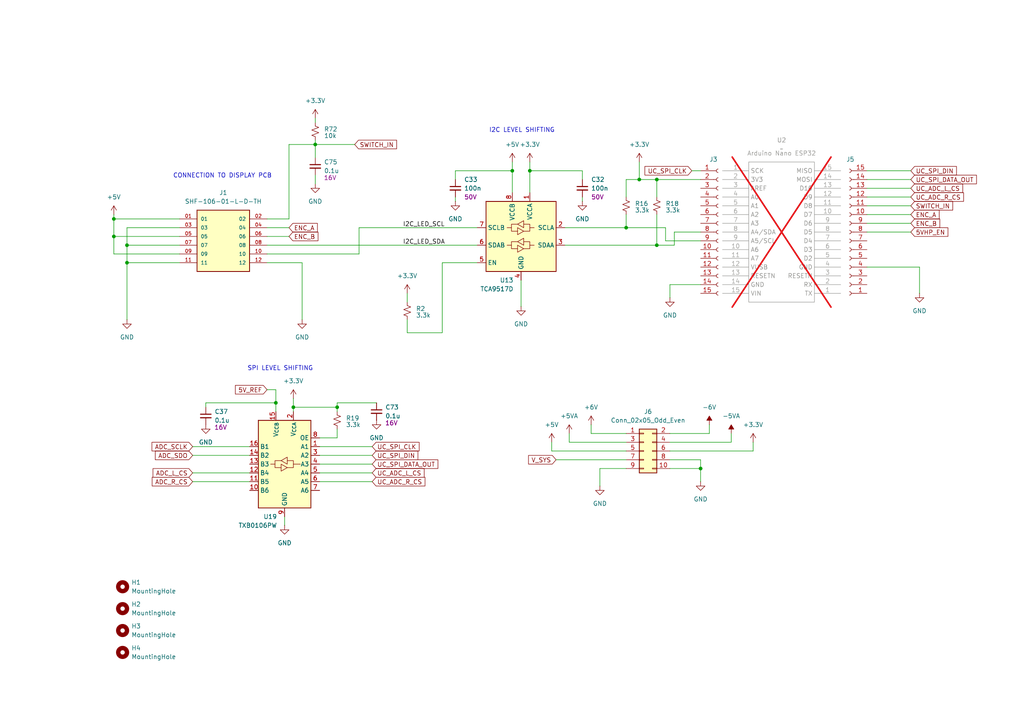
<source format=kicad_sch>
(kicad_sch
	(version 20231120)
	(generator "eeschema")
	(generator_version "8.0")
	(uuid "04310876-eca3-4899-b558-b1c98fe1b643")
	(paper "A4")
	(lib_symbols
		(symbol "1_User_Library:Arduino_Nano_ESP32"
			(exclude_from_sim no)
			(in_bom yes)
			(on_board yes)
			(property "Reference" "U"
				(at 0 3.556 0)
				(effects
					(font
						(size 1.27 1.27)
					)
				)
			)
			(property "Value" ""
				(at 0 0 0)
				(effects
					(font
						(size 1.27 1.27)
					)
				)
			)
			(property "Footprint" "Module:Arduino_Nano_WithMountingHoles"
				(at 0 0 0)
				(effects
					(font
						(size 1.27 1.27)
					)
					(hide yes)
				)
			)
			(property "Datasheet" ""
				(at 0 0 0)
				(effects
					(font
						(size 1.27 1.27)
					)
					(hide yes)
				)
			)
			(property "Description" ""
				(at 0 0 0)
				(effects
					(font
						(size 1.27 1.27)
					)
					(hide yes)
				)
			)
			(property "Part Number" "Arduino Nano ESP32"
				(at 0.508 1.778 0)
				(effects
					(font
						(size 1.27 1.27)
					)
				)
			)
			(symbol "Arduino_Nano_ESP32_0_1"
				(rectangle
					(start -8.89 0)
					(end 10.16 -40.64)
					(stroke
						(width 0)
						(type default)
					)
					(fill
						(type none)
					)
				)
			)
			(symbol "Arduino_Nano_ESP32_1_0"
				(pin unspecified line
					(at -16.51 -2.54 0)
					(length 7.62)
					(name "SCK"
						(effects
							(font
								(size 1.27 1.27)
							)
						)
					)
					(number "1"
						(effects
							(font
								(size 1.27 1.27)
							)
						)
					)
				)
				(pin unspecified line
					(at 17.78 -38.1 180)
					(length 7.62)
					(name "TX"
						(effects
							(font
								(size 1.27 1.27)
							)
						)
					)
					(number "1"
						(effects
							(font
								(size 1.27 1.27)
							)
						)
					)
				)
				(pin unspecified line
					(at -16.51 -25.4 0)
					(length 7.62)
					(name "A6"
						(effects
							(font
								(size 1.27 1.27)
							)
						)
					)
					(number "10"
						(effects
							(font
								(size 1.27 1.27)
							)
						)
					)
				)
				(pin unspecified line
					(at 17.78 -15.24 180)
					(length 7.62)
					(name "D7"
						(effects
							(font
								(size 1.27 1.27)
							)
						)
					)
					(number "10"
						(effects
							(font
								(size 1.27 1.27)
							)
						)
					)
				)
				(pin unspecified line
					(at -16.51 -27.94 0)
					(length 7.62)
					(name "A7"
						(effects
							(font
								(size 1.27 1.27)
							)
						)
					)
					(number "11"
						(effects
							(font
								(size 1.27 1.27)
							)
						)
					)
				)
				(pin unspecified line
					(at 17.78 -12.7 180)
					(length 7.62)
					(name "D8"
						(effects
							(font
								(size 1.27 1.27)
							)
						)
					)
					(number "11"
						(effects
							(font
								(size 1.27 1.27)
							)
						)
					)
				)
				(pin unspecified line
					(at 17.78 -10.16 180)
					(length 7.62)
					(name "D9"
						(effects
							(font
								(size 1.27 1.27)
							)
						)
					)
					(number "12"
						(effects
							(font
								(size 1.27 1.27)
							)
						)
					)
				)
				(pin unspecified line
					(at -16.51 -30.48 0)
					(length 7.62)
					(name "VUSB"
						(effects
							(font
								(size 1.27 1.27)
							)
						)
					)
					(number "12"
						(effects
							(font
								(size 1.27 1.27)
							)
						)
					)
				)
				(pin unspecified line
					(at 17.78 -7.62 180)
					(length 7.62)
					(name "D10"
						(effects
							(font
								(size 1.27 1.27)
							)
						)
					)
					(number "13"
						(effects
							(font
								(size 1.27 1.27)
							)
						)
					)
				)
				(pin unspecified line
					(at -16.51 -33.02 0)
					(length 7.62)
					(name "RESETN"
						(effects
							(font
								(size 1.27 1.27)
							)
						)
					)
					(number "13"
						(effects
							(font
								(size 1.27 1.27)
							)
						)
					)
				)
				(pin unspecified line
					(at -16.51 -35.56 0)
					(length 7.62)
					(name "GND"
						(effects
							(font
								(size 1.27 1.27)
							)
						)
					)
					(number "14"
						(effects
							(font
								(size 1.27 1.27)
							)
						)
					)
				)
				(pin unspecified line
					(at 17.78 -5.08 180)
					(length 7.62)
					(name "MOSI"
						(effects
							(font
								(size 1.27 1.27)
							)
						)
					)
					(number "14"
						(effects
							(font
								(size 1.27 1.27)
							)
						)
					)
				)
				(pin unspecified line
					(at 17.78 -2.54 180)
					(length 7.62)
					(name "MISO"
						(effects
							(font
								(size 1.27 1.27)
							)
						)
					)
					(number "15"
						(effects
							(font
								(size 1.27 1.27)
							)
						)
					)
				)
				(pin unspecified line
					(at -16.51 -38.1 0)
					(length 7.62)
					(name "VIN"
						(effects
							(font
								(size 1.27 1.27)
							)
						)
					)
					(number "15"
						(effects
							(font
								(size 1.27 1.27)
							)
						)
					)
				)
				(pin unspecified line
					(at -16.51 -5.08 0)
					(length 7.62)
					(name "3V3"
						(effects
							(font
								(size 1.27 1.27)
							)
						)
					)
					(number "2"
						(effects
							(font
								(size 1.27 1.27)
							)
						)
					)
				)
				(pin unspecified line
					(at 17.78 -35.56 180)
					(length 7.62)
					(name "RX"
						(effects
							(font
								(size 1.27 1.27)
							)
						)
					)
					(number "2"
						(effects
							(font
								(size 1.27 1.27)
							)
						)
					)
				)
				(pin unspecified line
					(at -16.51 -7.62 0)
					(length 7.62)
					(name "AREF"
						(effects
							(font
								(size 1.27 1.27)
							)
						)
					)
					(number "3"
						(effects
							(font
								(size 1.27 1.27)
							)
						)
					)
				)
				(pin unspecified line
					(at 17.78 -33.02 180)
					(length 7.62)
					(name "RESETN"
						(effects
							(font
								(size 1.27 1.27)
							)
						)
					)
					(number "3"
						(effects
							(font
								(size 1.27 1.27)
							)
						)
					)
				)
				(pin unspecified line
					(at -16.51 -10.16 0)
					(length 7.62)
					(name "A0"
						(effects
							(font
								(size 1.27 1.27)
							)
						)
					)
					(number "4"
						(effects
							(font
								(size 1.27 1.27)
							)
						)
					)
				)
				(pin unspecified line
					(at 17.78 -30.48 180)
					(length 7.62)
					(name "GND"
						(effects
							(font
								(size 1.27 1.27)
							)
						)
					)
					(number "4"
						(effects
							(font
								(size 1.27 1.27)
							)
						)
					)
				)
				(pin unspecified line
					(at -16.51 -12.7 0)
					(length 7.62)
					(name "A1"
						(effects
							(font
								(size 1.27 1.27)
							)
						)
					)
					(number "5"
						(effects
							(font
								(size 1.27 1.27)
							)
						)
					)
				)
				(pin unspecified line
					(at 17.78 -27.94 180)
					(length 7.62)
					(name "D2"
						(effects
							(font
								(size 1.27 1.27)
							)
						)
					)
					(number "5"
						(effects
							(font
								(size 1.27 1.27)
							)
						)
					)
				)
				(pin unspecified line
					(at -16.51 -15.24 0)
					(length 7.62)
					(name "A2"
						(effects
							(font
								(size 1.27 1.27)
							)
						)
					)
					(number "6"
						(effects
							(font
								(size 1.27 1.27)
							)
						)
					)
				)
				(pin unspecified line
					(at 17.78 -25.4 180)
					(length 7.62)
					(name "D3"
						(effects
							(font
								(size 1.27 1.27)
							)
						)
					)
					(number "6"
						(effects
							(font
								(size 1.27 1.27)
							)
						)
					)
				)
				(pin unspecified line
					(at -16.51 -17.78 0)
					(length 7.62)
					(name "A3"
						(effects
							(font
								(size 1.27 1.27)
							)
						)
					)
					(number "7"
						(effects
							(font
								(size 1.27 1.27)
							)
						)
					)
				)
				(pin unspecified line
					(at 17.78 -22.86 180)
					(length 7.62)
					(name "D4"
						(effects
							(font
								(size 1.27 1.27)
							)
						)
					)
					(number "7"
						(effects
							(font
								(size 1.27 1.27)
							)
						)
					)
				)
				(pin unspecified line
					(at -16.51 -20.32 0)
					(length 7.62)
					(name "A4/SDA"
						(effects
							(font
								(size 1.27 1.27)
							)
						)
					)
					(number "8"
						(effects
							(font
								(size 1.27 1.27)
							)
						)
					)
				)
				(pin unspecified line
					(at 17.78 -20.32 180)
					(length 7.62)
					(name "D5"
						(effects
							(font
								(size 1.27 1.27)
							)
						)
					)
					(number "8"
						(effects
							(font
								(size 1.27 1.27)
							)
						)
					)
				)
				(pin unspecified line
					(at -16.51 -22.86 0)
					(length 7.62)
					(name "A5/SCL"
						(effects
							(font
								(size 1.27 1.27)
							)
						)
					)
					(number "9"
						(effects
							(font
								(size 1.27 1.27)
							)
						)
					)
				)
				(pin unspecified line
					(at 17.78 -17.78 180)
					(length 7.62)
					(name "D6"
						(effects
							(font
								(size 1.27 1.27)
							)
						)
					)
					(number "9"
						(effects
							(font
								(size 1.27 1.27)
							)
						)
					)
				)
			)
		)
		(symbol "1_User_Library:Capacitor_non_polar"
			(pin_numbers hide)
			(pin_names
				(offset 0.254) hide)
			(exclude_from_sim no)
			(in_bom yes)
			(on_board yes)
			(property "Reference" "C"
				(at 0.254 1.778 0)
				(effects
					(font
						(size 1.27 1.27)
					)
					(justify left)
				)
			)
			(property "Value" ""
				(at 0.254 -2.032 0)
				(effects
					(font
						(size 1.27 1.27)
					)
					(justify left)
				)
			)
			(property "Footprint" ""
				(at 0 0 0)
				(effects
					(font
						(size 1.27 1.27)
					)
					(hide yes)
				)
			)
			(property "Datasheet" "~"
				(at 0 0 0)
				(effects
					(font
						(size 1.27 1.27)
					)
					(hide yes)
				)
			)
			(property "Description" ""
				(at 0 0 0)
				(effects
					(font
						(size 1.27 1.27)
					)
					(hide yes)
				)
			)
			(property "Part Number" ""
				(at 0 0 0)
				(effects
					(font
						(size 1.27 1.27)
					)
					(hide yes)
				)
			)
			(property "Voltage" ""
				(at 0 0 0)
				(effects
					(font
						(size 1.27 1.27)
					)
				)
			)
			(property "ki_keywords" "capacitor cap"
				(at 0 0 0)
				(effects
					(font
						(size 1.27 1.27)
					)
					(hide yes)
				)
			)
			(property "ki_fp_filters" "C_*"
				(at 0 0 0)
				(effects
					(font
						(size 1.27 1.27)
					)
					(hide yes)
				)
			)
			(symbol "Capacitor_non_polar_0_1"
				(polyline
					(pts
						(xy -1.524 -0.508) (xy 1.524 -0.508)
					)
					(stroke
						(width 0.3302)
						(type default)
					)
					(fill
						(type none)
					)
				)
				(polyline
					(pts
						(xy -1.524 0.508) (xy 1.524 0.508)
					)
					(stroke
						(width 0.3048)
						(type default)
					)
					(fill
						(type none)
					)
				)
			)
			(symbol "Capacitor_non_polar_1_1"
				(pin passive line
					(at 0 2.54 270)
					(length 2.032)
					(name "~"
						(effects
							(font
								(size 1.27 1.27)
							)
						)
					)
					(number "1"
						(effects
							(font
								(size 1.27 1.27)
							)
						)
					)
				)
				(pin passive line
					(at 0 -2.54 90)
					(length 2.032)
					(name "~"
						(effects
							(font
								(size 1.27 1.27)
							)
						)
					)
					(number "2"
						(effects
							(font
								(size 1.27 1.27)
							)
						)
					)
				)
			)
		)
		(symbol "1_User_Library:Resistor"
			(pin_numbers hide)
			(pin_names
				(offset 0.254) hide)
			(exclude_from_sim no)
			(in_bom yes)
			(on_board yes)
			(property "Reference" "R"
				(at 0.762 0.508 0)
				(effects
					(font
						(size 1.27 1.27)
					)
					(justify left)
				)
			)
			(property "Value" ""
				(at 0.762 -1.016 0)
				(effects
					(font
						(size 1.27 1.27)
					)
					(justify left)
				)
			)
			(property "Footprint" ""
				(at 0 0 0)
				(effects
					(font
						(size 1.27 1.27)
					)
					(hide yes)
				)
			)
			(property "Datasheet" "~"
				(at 0 0 0)
				(effects
					(font
						(size 1.27 1.27)
					)
					(hide yes)
				)
			)
			(property "Description" ""
				(at 0 0 0)
				(effects
					(font
						(size 1.27 1.27)
					)
					(hide yes)
				)
			)
			(property "Part Number" ""
				(at 0 0 0)
				(effects
					(font
						(size 1.27 1.27)
					)
					(hide yes)
				)
			)
			(property "ki_keywords" "r resistor"
				(at 0 0 0)
				(effects
					(font
						(size 1.27 1.27)
					)
					(hide yes)
				)
			)
			(property "ki_fp_filters" "R_*"
				(at 0 0 0)
				(effects
					(font
						(size 1.27 1.27)
					)
					(hide yes)
				)
			)
			(symbol "Resistor_1_1"
				(polyline
					(pts
						(xy 0 0) (xy 1.016 -0.381) (xy 0 -0.762) (xy -1.016 -1.143) (xy 0 -1.524)
					)
					(stroke
						(width 0)
						(type default)
					)
					(fill
						(type none)
					)
				)
				(polyline
					(pts
						(xy 0 1.524) (xy 1.016 1.143) (xy 0 0.762) (xy -1.016 0.381) (xy 0 0)
					)
					(stroke
						(width 0)
						(type default)
					)
					(fill
						(type none)
					)
				)
				(pin passive line
					(at 0 2.54 270)
					(length 1.016)
					(name "~"
						(effects
							(font
								(size 1.27 1.27)
							)
						)
					)
					(number "1"
						(effects
							(font
								(size 1.27 1.27)
							)
						)
					)
				)
				(pin passive line
					(at 0 -2.54 90)
					(length 1.016)
					(name "~"
						(effects
							(font
								(size 1.27 1.27)
							)
						)
					)
					(number "2"
						(effects
							(font
								(size 1.27 1.27)
							)
						)
					)
				)
			)
		)
		(symbol "1_User_Library:SHF-106-01-L-D-TH"
			(pin_names
				(offset 1.016)
			)
			(exclude_from_sim no)
			(in_bom yes)
			(on_board yes)
			(property "Reference" "J"
				(at -1.016 12.7 0)
				(effects
					(font
						(size 1.27 1.27)
					)
					(justify left bottom)
				)
			)
			(property "Value" "SHF-106-01-L-D-TH"
				(at -11.43 10.414 0)
				(effects
					(font
						(size 1.27 1.27)
					)
					(justify left bottom)
				)
			)
			(property "Footprint" "SHF-106-01-L-D-TH:SAMTEC_SHF-106-01-L-D-TH"
				(at 0 0 0)
				(effects
					(font
						(size 1.27 1.27)
					)
					(justify bottom)
					(hide yes)
				)
			)
			(property "Datasheet" ""
				(at 0 0 0)
				(effects
					(font
						(size 1.27 1.27)
					)
					(hide yes)
				)
			)
			(property "Description" ""
				(at 0 0 0)
				(effects
					(font
						(size 1.27 1.27)
					)
					(hide yes)
				)
			)
			(property "PARTREV" "R"
				(at 0 0 0)
				(effects
					(font
						(size 1.27 1.27)
					)
					(justify bottom)
					(hide yes)
				)
			)
			(property "MANUFACTURER" "Samtec"
				(at 0 0 0)
				(effects
					(font
						(size 1.27 1.27)
					)
					(justify bottom)
					(hide yes)
				)
			)
			(property "STANDARD" "Manufacturer Recommendations"
				(at 0 0 0)
				(effects
					(font
						(size 1.27 1.27)
					)
					(justify bottom)
					(hide yes)
				)
			)
			(symbol "SHF-106-01-L-D-TH_0_0"
				(rectangle
					(start -7.62 -7.62)
					(end 7.62 10.16)
					(stroke
						(width 0.254)
						(type default)
					)
					(fill
						(type background)
					)
				)
				(pin passive line
					(at -12.7 7.62 0)
					(length 5.08)
					(name "01"
						(effects
							(font
								(size 1.016 1.016)
							)
						)
					)
					(number "01"
						(effects
							(font
								(size 1.016 1.016)
							)
						)
					)
				)
				(pin passive line
					(at 12.7 7.62 180)
					(length 5.08)
					(name "02"
						(effects
							(font
								(size 1.016 1.016)
							)
						)
					)
					(number "02"
						(effects
							(font
								(size 1.016 1.016)
							)
						)
					)
				)
				(pin passive line
					(at -12.7 5.08 0)
					(length 5.08)
					(name "03"
						(effects
							(font
								(size 1.016 1.016)
							)
						)
					)
					(number "03"
						(effects
							(font
								(size 1.016 1.016)
							)
						)
					)
				)
				(pin passive line
					(at 12.7 5.08 180)
					(length 5.08)
					(name "04"
						(effects
							(font
								(size 1.016 1.016)
							)
						)
					)
					(number "04"
						(effects
							(font
								(size 1.016 1.016)
							)
						)
					)
				)
				(pin passive line
					(at -12.7 2.54 0)
					(length 5.08)
					(name "05"
						(effects
							(font
								(size 1.016 1.016)
							)
						)
					)
					(number "05"
						(effects
							(font
								(size 1.016 1.016)
							)
						)
					)
				)
				(pin passive line
					(at 12.7 2.54 180)
					(length 5.08)
					(name "06"
						(effects
							(font
								(size 1.016 1.016)
							)
						)
					)
					(number "06"
						(effects
							(font
								(size 1.016 1.016)
							)
						)
					)
				)
				(pin passive line
					(at -12.7 0 0)
					(length 5.08)
					(name "07"
						(effects
							(font
								(size 1.016 1.016)
							)
						)
					)
					(number "07"
						(effects
							(font
								(size 1.016 1.016)
							)
						)
					)
				)
				(pin passive line
					(at 12.7 0 180)
					(length 5.08)
					(name "08"
						(effects
							(font
								(size 1.016 1.016)
							)
						)
					)
					(number "08"
						(effects
							(font
								(size 1.016 1.016)
							)
						)
					)
				)
				(pin passive line
					(at -12.7 -2.54 0)
					(length 5.08)
					(name "09"
						(effects
							(font
								(size 1.016 1.016)
							)
						)
					)
					(number "09"
						(effects
							(font
								(size 1.016 1.016)
							)
						)
					)
				)
				(pin passive line
					(at 12.7 -2.54 180)
					(length 5.08)
					(name "10"
						(effects
							(font
								(size 1.016 1.016)
							)
						)
					)
					(number "10"
						(effects
							(font
								(size 1.016 1.016)
							)
						)
					)
				)
				(pin passive line
					(at -12.7 -5.08 0)
					(length 5.08)
					(name "11"
						(effects
							(font
								(size 1.016 1.016)
							)
						)
					)
					(number "11"
						(effects
							(font
								(size 1.016 1.016)
							)
						)
					)
				)
				(pin passive line
					(at 12.7 -5.08 180)
					(length 5.08)
					(name "12"
						(effects
							(font
								(size 1.016 1.016)
							)
						)
					)
					(number "12"
						(effects
							(font
								(size 1.016 1.016)
							)
						)
					)
				)
			)
		)
		(symbol "Capacitor_non_polar_1"
			(pin_numbers hide)
			(pin_names
				(offset 0.254) hide)
			(exclude_from_sim no)
			(in_bom yes)
			(on_board yes)
			(property "Reference" "C"
				(at 2.54 1.778 0)
				(effects
					(font
						(size 1.27 1.27)
					)
					(justify left)
				)
			)
			(property "Value" "val"
				(at 2.54 0 0)
				(effects
					(font
						(size 1.27 1.27)
					)
					(justify left)
				)
			)
			(property "Footprint" ""
				(at 0 0 0)
				(effects
					(font
						(size 1.27 1.27)
					)
					(hide yes)
				)
			)
			(property "Datasheet" "~"
				(at 0 0 0)
				(effects
					(font
						(size 1.27 1.27)
					)
					(hide yes)
				)
			)
			(property "Description" ""
				(at 0 0 0)
				(effects
					(font
						(size 1.27 1.27)
					)
					(hide yes)
				)
			)
			(property "Part Number" ""
				(at 0 0 0)
				(effects
					(font
						(size 1.27 1.27)
					)
					(hide yes)
				)
			)
			(property "Voltage" "Vol"
				(at 2.54 -2.032 0)
				(effects
					(font
						(size 1.27 1.27)
					)
					(justify left)
				)
			)
			(property "ki_keywords" "capacitor cap"
				(at 0 0 0)
				(effects
					(font
						(size 1.27 1.27)
					)
					(hide yes)
				)
			)
			(property "ki_fp_filters" "C_*"
				(at 0 0 0)
				(effects
					(font
						(size 1.27 1.27)
					)
					(hide yes)
				)
			)
			(symbol "Capacitor_non_polar_1_0_1"
				(polyline
					(pts
						(xy -1.524 -0.508) (xy 1.524 -0.508)
					)
					(stroke
						(width 0.3302)
						(type default)
					)
					(fill
						(type none)
					)
				)
				(polyline
					(pts
						(xy -1.524 0.508) (xy 1.524 0.508)
					)
					(stroke
						(width 0.3048)
						(type default)
					)
					(fill
						(type none)
					)
				)
			)
			(symbol "Capacitor_non_polar_1_1_1"
				(pin passive line
					(at 0 2.54 270)
					(length 2.032)
					(name "~"
						(effects
							(font
								(size 1.27 1.27)
							)
						)
					)
					(number "1"
						(effects
							(font
								(size 1.27 1.27)
							)
						)
					)
				)
				(pin passive line
					(at 0 -2.54 90)
					(length 2.032)
					(name "~"
						(effects
							(font
								(size 1.27 1.27)
							)
						)
					)
					(number "2"
						(effects
							(font
								(size 1.27 1.27)
							)
						)
					)
				)
			)
		)
		(symbol "Connector:Conn_01x15_Socket"
			(pin_names
				(offset 1.016) hide)
			(exclude_from_sim no)
			(in_bom yes)
			(on_board yes)
			(property "Reference" "J"
				(at 0 20.32 0)
				(effects
					(font
						(size 1.27 1.27)
					)
				)
			)
			(property "Value" "Conn_01x15_Socket"
				(at 0 -20.32 0)
				(effects
					(font
						(size 1.27 1.27)
					)
				)
			)
			(property "Footprint" ""
				(at 0 0 0)
				(effects
					(font
						(size 1.27 1.27)
					)
					(hide yes)
				)
			)
			(property "Datasheet" "~"
				(at 0 0 0)
				(effects
					(font
						(size 1.27 1.27)
					)
					(hide yes)
				)
			)
			(property "Description" "Generic connector, single row, 01x15, script generated"
				(at 0 0 0)
				(effects
					(font
						(size 1.27 1.27)
					)
					(hide yes)
				)
			)
			(property "ki_locked" ""
				(at 0 0 0)
				(effects
					(font
						(size 1.27 1.27)
					)
				)
			)
			(property "ki_keywords" "connector"
				(at 0 0 0)
				(effects
					(font
						(size 1.27 1.27)
					)
					(hide yes)
				)
			)
			(property "ki_fp_filters" "Connector*:*_1x??_*"
				(at 0 0 0)
				(effects
					(font
						(size 1.27 1.27)
					)
					(hide yes)
				)
			)
			(symbol "Conn_01x15_Socket_1_1"
				(arc
					(start 0 -17.272)
					(mid -0.5058 -17.78)
					(end 0 -18.288)
					(stroke
						(width 0.1524)
						(type default)
					)
					(fill
						(type none)
					)
				)
				(arc
					(start 0 -14.732)
					(mid -0.5058 -15.24)
					(end 0 -15.748)
					(stroke
						(width 0.1524)
						(type default)
					)
					(fill
						(type none)
					)
				)
				(arc
					(start 0 -12.192)
					(mid -0.5058 -12.7)
					(end 0 -13.208)
					(stroke
						(width 0.1524)
						(type default)
					)
					(fill
						(type none)
					)
				)
				(arc
					(start 0 -9.652)
					(mid -0.5058 -10.16)
					(end 0 -10.668)
					(stroke
						(width 0.1524)
						(type default)
					)
					(fill
						(type none)
					)
				)
				(arc
					(start 0 -7.112)
					(mid -0.5058 -7.62)
					(end 0 -8.128)
					(stroke
						(width 0.1524)
						(type default)
					)
					(fill
						(type none)
					)
				)
				(arc
					(start 0 -4.572)
					(mid -0.5058 -5.08)
					(end 0 -5.588)
					(stroke
						(width 0.1524)
						(type default)
					)
					(fill
						(type none)
					)
				)
				(arc
					(start 0 -2.032)
					(mid -0.5058 -2.54)
					(end 0 -3.048)
					(stroke
						(width 0.1524)
						(type default)
					)
					(fill
						(type none)
					)
				)
				(polyline
					(pts
						(xy -1.27 -17.78) (xy -0.508 -17.78)
					)
					(stroke
						(width 0.1524)
						(type default)
					)
					(fill
						(type none)
					)
				)
				(polyline
					(pts
						(xy -1.27 -15.24) (xy -0.508 -15.24)
					)
					(stroke
						(width 0.1524)
						(type default)
					)
					(fill
						(type none)
					)
				)
				(polyline
					(pts
						(xy -1.27 -12.7) (xy -0.508 -12.7)
					)
					(stroke
						(width 0.1524)
						(type default)
					)
					(fill
						(type none)
					)
				)
				(polyline
					(pts
						(xy -1.27 -10.16) (xy -0.508 -10.16)
					)
					(stroke
						(width 0.1524)
						(type default)
					)
					(fill
						(type none)
					)
				)
				(polyline
					(pts
						(xy -1.27 -7.62) (xy -0.508 -7.62)
					)
					(stroke
						(width 0.1524)
						(type default)
					)
					(fill
						(type none)
					)
				)
				(polyline
					(pts
						(xy -1.27 -5.08) (xy -0.508 -5.08)
					)
					(stroke
						(width 0.1524)
						(type default)
					)
					(fill
						(type none)
					)
				)
				(polyline
					(pts
						(xy -1.27 -2.54) (xy -0.508 -2.54)
					)
					(stroke
						(width 0.1524)
						(type default)
					)
					(fill
						(type none)
					)
				)
				(polyline
					(pts
						(xy -1.27 0) (xy -0.508 0)
					)
					(stroke
						(width 0.1524)
						(type default)
					)
					(fill
						(type none)
					)
				)
				(polyline
					(pts
						(xy -1.27 2.54) (xy -0.508 2.54)
					)
					(stroke
						(width 0.1524)
						(type default)
					)
					(fill
						(type none)
					)
				)
				(polyline
					(pts
						(xy -1.27 5.08) (xy -0.508 5.08)
					)
					(stroke
						(width 0.1524)
						(type default)
					)
					(fill
						(type none)
					)
				)
				(polyline
					(pts
						(xy -1.27 7.62) (xy -0.508 7.62)
					)
					(stroke
						(width 0.1524)
						(type default)
					)
					(fill
						(type none)
					)
				)
				(polyline
					(pts
						(xy -1.27 10.16) (xy -0.508 10.16)
					)
					(stroke
						(width 0.1524)
						(type default)
					)
					(fill
						(type none)
					)
				)
				(polyline
					(pts
						(xy -1.27 12.7) (xy -0.508 12.7)
					)
					(stroke
						(width 0.1524)
						(type default)
					)
					(fill
						(type none)
					)
				)
				(polyline
					(pts
						(xy -1.27 15.24) (xy -0.508 15.24)
					)
					(stroke
						(width 0.1524)
						(type default)
					)
					(fill
						(type none)
					)
				)
				(polyline
					(pts
						(xy -1.27 17.78) (xy -0.508 17.78)
					)
					(stroke
						(width 0.1524)
						(type default)
					)
					(fill
						(type none)
					)
				)
				(arc
					(start 0 0.508)
					(mid -0.5058 0)
					(end 0 -0.508)
					(stroke
						(width 0.1524)
						(type default)
					)
					(fill
						(type none)
					)
				)
				(arc
					(start 0 3.048)
					(mid -0.5058 2.54)
					(end 0 2.032)
					(stroke
						(width 0.1524)
						(type default)
					)
					(fill
						(type none)
					)
				)
				(arc
					(start 0 5.588)
					(mid -0.5058 5.08)
					(end 0 4.572)
					(stroke
						(width 0.1524)
						(type default)
					)
					(fill
						(type none)
					)
				)
				(arc
					(start 0 8.128)
					(mid -0.5058 7.62)
					(end 0 7.112)
					(stroke
						(width 0.1524)
						(type default)
					)
					(fill
						(type none)
					)
				)
				(arc
					(start 0 10.668)
					(mid -0.5058 10.16)
					(end 0 9.652)
					(stroke
						(width 0.1524)
						(type default)
					)
					(fill
						(type none)
					)
				)
				(arc
					(start 0 13.208)
					(mid -0.5058 12.7)
					(end 0 12.192)
					(stroke
						(width 0.1524)
						(type default)
					)
					(fill
						(type none)
					)
				)
				(arc
					(start 0 15.748)
					(mid -0.5058 15.24)
					(end 0 14.732)
					(stroke
						(width 0.1524)
						(type default)
					)
					(fill
						(type none)
					)
				)
				(arc
					(start 0 18.288)
					(mid -0.5058 17.78)
					(end 0 17.272)
					(stroke
						(width 0.1524)
						(type default)
					)
					(fill
						(type none)
					)
				)
				(pin passive line
					(at -5.08 17.78 0)
					(length 3.81)
					(name "Pin_1"
						(effects
							(font
								(size 1.27 1.27)
							)
						)
					)
					(number "1"
						(effects
							(font
								(size 1.27 1.27)
							)
						)
					)
				)
				(pin passive line
					(at -5.08 -5.08 0)
					(length 3.81)
					(name "Pin_10"
						(effects
							(font
								(size 1.27 1.27)
							)
						)
					)
					(number "10"
						(effects
							(font
								(size 1.27 1.27)
							)
						)
					)
				)
				(pin passive line
					(at -5.08 -7.62 0)
					(length 3.81)
					(name "Pin_11"
						(effects
							(font
								(size 1.27 1.27)
							)
						)
					)
					(number "11"
						(effects
							(font
								(size 1.27 1.27)
							)
						)
					)
				)
				(pin passive line
					(at -5.08 -10.16 0)
					(length 3.81)
					(name "Pin_12"
						(effects
							(font
								(size 1.27 1.27)
							)
						)
					)
					(number "12"
						(effects
							(font
								(size 1.27 1.27)
							)
						)
					)
				)
				(pin passive line
					(at -5.08 -12.7 0)
					(length 3.81)
					(name "Pin_13"
						(effects
							(font
								(size 1.27 1.27)
							)
						)
					)
					(number "13"
						(effects
							(font
								(size 1.27 1.27)
							)
						)
					)
				)
				(pin passive line
					(at -5.08 -15.24 0)
					(length 3.81)
					(name "Pin_14"
						(effects
							(font
								(size 1.27 1.27)
							)
						)
					)
					(number "14"
						(effects
							(font
								(size 1.27 1.27)
							)
						)
					)
				)
				(pin passive line
					(at -5.08 -17.78 0)
					(length 3.81)
					(name "Pin_15"
						(effects
							(font
								(size 1.27 1.27)
							)
						)
					)
					(number "15"
						(effects
							(font
								(size 1.27 1.27)
							)
						)
					)
				)
				(pin passive line
					(at -5.08 15.24 0)
					(length 3.81)
					(name "Pin_2"
						(effects
							(font
								(size 1.27 1.27)
							)
						)
					)
					(number "2"
						(effects
							(font
								(size 1.27 1.27)
							)
						)
					)
				)
				(pin passive line
					(at -5.08 12.7 0)
					(length 3.81)
					(name "Pin_3"
						(effects
							(font
								(size 1.27 1.27)
							)
						)
					)
					(number "3"
						(effects
							(font
								(size 1.27 1.27)
							)
						)
					)
				)
				(pin passive line
					(at -5.08 10.16 0)
					(length 3.81)
					(name "Pin_4"
						(effects
							(font
								(size 1.27 1.27)
							)
						)
					)
					(number "4"
						(effects
							(font
								(size 1.27 1.27)
							)
						)
					)
				)
				(pin passive line
					(at -5.08 7.62 0)
					(length 3.81)
					(name "Pin_5"
						(effects
							(font
								(size 1.27 1.27)
							)
						)
					)
					(number "5"
						(effects
							(font
								(size 1.27 1.27)
							)
						)
					)
				)
				(pin passive line
					(at -5.08 5.08 0)
					(length 3.81)
					(name "Pin_6"
						(effects
							(font
								(size 1.27 1.27)
							)
						)
					)
					(number "6"
						(effects
							(font
								(size 1.27 1.27)
							)
						)
					)
				)
				(pin passive line
					(at -5.08 2.54 0)
					(length 3.81)
					(name "Pin_7"
						(effects
							(font
								(size 1.27 1.27)
							)
						)
					)
					(number "7"
						(effects
							(font
								(size 1.27 1.27)
							)
						)
					)
				)
				(pin passive line
					(at -5.08 0 0)
					(length 3.81)
					(name "Pin_8"
						(effects
							(font
								(size 1.27 1.27)
							)
						)
					)
					(number "8"
						(effects
							(font
								(size 1.27 1.27)
							)
						)
					)
				)
				(pin passive line
					(at -5.08 -2.54 0)
					(length 3.81)
					(name "Pin_9"
						(effects
							(font
								(size 1.27 1.27)
							)
						)
					)
					(number "9"
						(effects
							(font
								(size 1.27 1.27)
							)
						)
					)
				)
			)
		)
		(symbol "Connector_Generic:Conn_02x05_Odd_Even"
			(pin_names
				(offset 1.016) hide)
			(exclude_from_sim no)
			(in_bom yes)
			(on_board yes)
			(property "Reference" "J"
				(at 1.27 7.62 0)
				(effects
					(font
						(size 1.27 1.27)
					)
				)
			)
			(property "Value" "Conn_02x05_Odd_Even"
				(at 1.27 -7.62 0)
				(effects
					(font
						(size 1.27 1.27)
					)
				)
			)
			(property "Footprint" ""
				(at 0 0 0)
				(effects
					(font
						(size 1.27 1.27)
					)
					(hide yes)
				)
			)
			(property "Datasheet" "~"
				(at 0 0 0)
				(effects
					(font
						(size 1.27 1.27)
					)
					(hide yes)
				)
			)
			(property "Description" "Generic connector, double row, 02x05, odd/even pin numbering scheme (row 1 odd numbers, row 2 even numbers), script generated (kicad-library-utils/schlib/autogen/connector/)"
				(at 0 0 0)
				(effects
					(font
						(size 1.27 1.27)
					)
					(hide yes)
				)
			)
			(property "ki_keywords" "connector"
				(at 0 0 0)
				(effects
					(font
						(size 1.27 1.27)
					)
					(hide yes)
				)
			)
			(property "ki_fp_filters" "Connector*:*_2x??_*"
				(at 0 0 0)
				(effects
					(font
						(size 1.27 1.27)
					)
					(hide yes)
				)
			)
			(symbol "Conn_02x05_Odd_Even_1_1"
				(rectangle
					(start -1.27 -4.953)
					(end 0 -5.207)
					(stroke
						(width 0.1524)
						(type default)
					)
					(fill
						(type none)
					)
				)
				(rectangle
					(start -1.27 -2.413)
					(end 0 -2.667)
					(stroke
						(width 0.1524)
						(type default)
					)
					(fill
						(type none)
					)
				)
				(rectangle
					(start -1.27 0.127)
					(end 0 -0.127)
					(stroke
						(width 0.1524)
						(type default)
					)
					(fill
						(type none)
					)
				)
				(rectangle
					(start -1.27 2.667)
					(end 0 2.413)
					(stroke
						(width 0.1524)
						(type default)
					)
					(fill
						(type none)
					)
				)
				(rectangle
					(start -1.27 5.207)
					(end 0 4.953)
					(stroke
						(width 0.1524)
						(type default)
					)
					(fill
						(type none)
					)
				)
				(rectangle
					(start -1.27 6.35)
					(end 3.81 -6.35)
					(stroke
						(width 0.254)
						(type default)
					)
					(fill
						(type background)
					)
				)
				(rectangle
					(start 3.81 -4.953)
					(end 2.54 -5.207)
					(stroke
						(width 0.1524)
						(type default)
					)
					(fill
						(type none)
					)
				)
				(rectangle
					(start 3.81 -2.413)
					(end 2.54 -2.667)
					(stroke
						(width 0.1524)
						(type default)
					)
					(fill
						(type none)
					)
				)
				(rectangle
					(start 3.81 0.127)
					(end 2.54 -0.127)
					(stroke
						(width 0.1524)
						(type default)
					)
					(fill
						(type none)
					)
				)
				(rectangle
					(start 3.81 2.667)
					(end 2.54 2.413)
					(stroke
						(width 0.1524)
						(type default)
					)
					(fill
						(type none)
					)
				)
				(rectangle
					(start 3.81 5.207)
					(end 2.54 4.953)
					(stroke
						(width 0.1524)
						(type default)
					)
					(fill
						(type none)
					)
				)
				(pin passive line
					(at -5.08 5.08 0)
					(length 3.81)
					(name "Pin_1"
						(effects
							(font
								(size 1.27 1.27)
							)
						)
					)
					(number "1"
						(effects
							(font
								(size 1.27 1.27)
							)
						)
					)
				)
				(pin passive line
					(at 7.62 -5.08 180)
					(length 3.81)
					(name "Pin_10"
						(effects
							(font
								(size 1.27 1.27)
							)
						)
					)
					(number "10"
						(effects
							(font
								(size 1.27 1.27)
							)
						)
					)
				)
				(pin passive line
					(at 7.62 5.08 180)
					(length 3.81)
					(name "Pin_2"
						(effects
							(font
								(size 1.27 1.27)
							)
						)
					)
					(number "2"
						(effects
							(font
								(size 1.27 1.27)
							)
						)
					)
				)
				(pin passive line
					(at -5.08 2.54 0)
					(length 3.81)
					(name "Pin_3"
						(effects
							(font
								(size 1.27 1.27)
							)
						)
					)
					(number "3"
						(effects
							(font
								(size 1.27 1.27)
							)
						)
					)
				)
				(pin passive line
					(at 7.62 2.54 180)
					(length 3.81)
					(name "Pin_4"
						(effects
							(font
								(size 1.27 1.27)
							)
						)
					)
					(number "4"
						(effects
							(font
								(size 1.27 1.27)
							)
						)
					)
				)
				(pin passive line
					(at -5.08 0 0)
					(length 3.81)
					(name "Pin_5"
						(effects
							(font
								(size 1.27 1.27)
							)
						)
					)
					(number "5"
						(effects
							(font
								(size 1.27 1.27)
							)
						)
					)
				)
				(pin passive line
					(at 7.62 0 180)
					(length 3.81)
					(name "Pin_6"
						(effects
							(font
								(size 1.27 1.27)
							)
						)
					)
					(number "6"
						(effects
							(font
								(size 1.27 1.27)
							)
						)
					)
				)
				(pin passive line
					(at -5.08 -2.54 0)
					(length 3.81)
					(name "Pin_7"
						(effects
							(font
								(size 1.27 1.27)
							)
						)
					)
					(number "7"
						(effects
							(font
								(size 1.27 1.27)
							)
						)
					)
				)
				(pin passive line
					(at 7.62 -2.54 180)
					(length 3.81)
					(name "Pin_8"
						(effects
							(font
								(size 1.27 1.27)
							)
						)
					)
					(number "8"
						(effects
							(font
								(size 1.27 1.27)
							)
						)
					)
				)
				(pin passive line
					(at -5.08 -5.08 0)
					(length 3.81)
					(name "Pin_9"
						(effects
							(font
								(size 1.27 1.27)
							)
						)
					)
					(number "9"
						(effects
							(font
								(size 1.27 1.27)
							)
						)
					)
				)
			)
		)
		(symbol "Logic_LevelTranslator:TCA9517D"
			(exclude_from_sim no)
			(in_bom yes)
			(on_board yes)
			(property "Reference" "U"
				(at -10.16 11.43 0)
				(effects
					(font
						(size 1.27 1.27)
					)
					(justify left)
				)
			)
			(property "Value" "TCA9517D"
				(at 1.27 -11.43 0)
				(effects
					(font
						(size 1.27 1.27)
					)
					(justify left)
				)
			)
			(property "Footprint" "Package_SO:SOIC-8_3.9x4.9mm_P1.27mm"
				(at 0 -20.32 0)
				(effects
					(font
						(size 1.27 1.27)
					)
					(hide yes)
				)
			)
			(property "Datasheet" "https://www.ti.com/lit/ds/symlink/tca9517.pdf"
				(at 0 -25.4 0)
				(effects
					(font
						(size 1.27 1.27)
					)
					(hide yes)
				)
			)
			(property "Description" "Level-Translating I2C Bus Buffer/Repeater With Enable Function, SOIC-8"
				(at 0 -22.86 0)
				(effects
					(font
						(size 1.27 1.27)
					)
					(hide yes)
				)
			)
			(property "ki_keywords" "I2C buffer repeater"
				(at 0 0 0)
				(effects
					(font
						(size 1.27 1.27)
					)
					(hide yes)
				)
			)
			(property "ki_fp_filters" "SOIC*8*3.9x4.9mm*P1.27mm*"
				(at 0 0 0)
				(effects
					(font
						(size 1.27 1.27)
					)
					(hide yes)
				)
			)
			(symbol "TCA9517D_1_1"
				(rectangle
					(start -10.16 10.16)
					(end 10.16 -10.16)
					(stroke
						(width 0.254)
						(type default)
					)
					(fill
						(type background)
					)
				)
				(polyline
					(pts
						(xy -2.54 -2.54) (xy -2.54 -1.524) (xy -0.762 -1.524)
					)
					(stroke
						(width 0)
						(type default)
					)
					(fill
						(type none)
					)
				)
				(polyline
					(pts
						(xy -2.54 2.54) (xy -2.54 3.556) (xy -0.762 3.556)
					)
					(stroke
						(width 0)
						(type default)
					)
					(fill
						(type none)
					)
				)
				(polyline
					(pts
						(xy 2.794 -2.54) (xy 2.794 -3.556) (xy 1.016 -3.556)
					)
					(stroke
						(width 0)
						(type default)
					)
					(fill
						(type none)
					)
				)
				(polyline
					(pts
						(xy 2.794 2.54) (xy 2.794 1.524) (xy 1.016 1.524)
					)
					(stroke
						(width 0)
						(type default)
					)
					(fill
						(type none)
					)
				)
				(polyline
					(pts
						(xy -0.762 -3.556) (xy -2.54 -3.556) (xy -2.54 -2.54) (xy -3.81 -2.54)
					)
					(stroke
						(width 0)
						(type default)
					)
					(fill
						(type none)
					)
				)
				(polyline
					(pts
						(xy -0.762 -2.54) (xy -0.762 -0.508) (xy 1.016 -1.524) (xy -0.762 -2.54)
					)
					(stroke
						(width 0)
						(type default)
					)
					(fill
						(type none)
					)
				)
				(polyline
					(pts
						(xy -0.762 1.524) (xy -2.54 1.524) (xy -2.54 2.54) (xy -3.81 2.54)
					)
					(stroke
						(width 0)
						(type default)
					)
					(fill
						(type none)
					)
				)
				(polyline
					(pts
						(xy -0.762 2.54) (xy -0.762 4.572) (xy 1.016 3.556) (xy -0.762 2.54)
					)
					(stroke
						(width 0)
						(type default)
					)
					(fill
						(type none)
					)
				)
				(polyline
					(pts
						(xy 1.016 -1.524) (xy 2.794 -1.524) (xy 2.794 -2.54) (xy 4.064 -2.54)
					)
					(stroke
						(width 0)
						(type default)
					)
					(fill
						(type none)
					)
				)
				(polyline
					(pts
						(xy 1.016 3.556) (xy 2.794 3.556) (xy 2.794 2.54) (xy 4.064 2.54)
					)
					(stroke
						(width 0)
						(type default)
					)
					(fill
						(type none)
					)
				)
				(polyline
					(pts
						(xy 1.016 -2.54) (xy 1.016 -4.318) (xy 1.016 -4.572) (xy -0.762 -3.556) (xy 1.016 -2.54)
					)
					(stroke
						(width 0)
						(type default)
					)
					(fill
						(type none)
					)
				)
				(polyline
					(pts
						(xy 1.016 2.54) (xy 1.016 0.762) (xy 1.016 0.508) (xy -0.762 1.524) (xy 1.016 2.54)
					)
					(stroke
						(width 0)
						(type default)
					)
					(fill
						(type none)
					)
				)
				(pin power_in line
					(at -2.54 12.7 270)
					(length 2.54)
					(name "VCCA"
						(effects
							(font
								(size 1.27 1.27)
							)
						)
					)
					(number "1"
						(effects
							(font
								(size 1.27 1.27)
							)
						)
					)
				)
				(pin bidirectional line
					(at -12.7 2.54 0)
					(length 2.54)
					(name "SCLA"
						(effects
							(font
								(size 1.27 1.27)
							)
						)
					)
					(number "2"
						(effects
							(font
								(size 1.27 1.27)
							)
						)
					)
				)
				(pin bidirectional line
					(at -12.7 -2.54 0)
					(length 2.54)
					(name "SDAA"
						(effects
							(font
								(size 1.27 1.27)
							)
						)
					)
					(number "3"
						(effects
							(font
								(size 1.27 1.27)
							)
						)
					)
				)
				(pin power_in line
					(at 0 -12.7 90)
					(length 2.54)
					(name "GND"
						(effects
							(font
								(size 1.27 1.27)
							)
						)
					)
					(number "4"
						(effects
							(font
								(size 1.27 1.27)
							)
						)
					)
				)
				(pin passive line
					(at 12.7 -7.62 180)
					(length 2.54)
					(name "EN"
						(effects
							(font
								(size 1.27 1.27)
							)
						)
					)
					(number "5"
						(effects
							(font
								(size 1.27 1.27)
							)
						)
					)
				)
				(pin bidirectional line
					(at 12.7 -2.54 180)
					(length 2.54)
					(name "SDAB"
						(effects
							(font
								(size 1.27 1.27)
							)
						)
					)
					(number "6"
						(effects
							(font
								(size 1.27 1.27)
							)
						)
					)
				)
				(pin bidirectional line
					(at 12.7 2.54 180)
					(length 2.54)
					(name "SCLB"
						(effects
							(font
								(size 1.27 1.27)
							)
						)
					)
					(number "7"
						(effects
							(font
								(size 1.27 1.27)
							)
						)
					)
				)
				(pin power_in line
					(at 2.54 12.7 270)
					(length 2.54)
					(name "VCCB"
						(effects
							(font
								(size 1.27 1.27)
							)
						)
					)
					(number "8"
						(effects
							(font
								(size 1.27 1.27)
							)
						)
					)
				)
			)
		)
		(symbol "Logic_LevelTranslator:TXB0106PW"
			(exclude_from_sim no)
			(in_bom yes)
			(on_board yes)
			(property "Reference" "U"
				(at -6.35 13.97 0)
				(effects
					(font
						(size 1.27 1.27)
					)
				)
			)
			(property "Value" "TXB0106PW"
				(at 3.81 13.97 0)
				(effects
					(font
						(size 1.27 1.27)
					)
					(justify left)
				)
			)
			(property "Footprint" "Package_SO:TSSOP-16_4.4x5mm_P0.65mm"
				(at 0 -19.05 0)
				(effects
					(font
						(size 1.27 1.27)
					)
					(hide yes)
				)
			)
			(property "Datasheet" "http://www.ti.com/lit/ds/symlink/txb0106.pdf"
				(at 0 -5.08 0)
				(effects
					(font
						(size 1.27 1.27)
					)
					(hide yes)
				)
			)
			(property "Description" "6-Bit Bidirectional Voltage-Level Translator, Auto Direction Sensing and ±15-kV ESD Protection, 1.2 - 3.6V APort, 1.65 - 5.5V BPort, TSSOP-16"
				(at 0 0 0)
				(effects
					(font
						(size 1.27 1.27)
					)
					(hide yes)
				)
			)
			(property "ki_keywords" "bidirectional voltage level translator"
				(at 0 0 0)
				(effects
					(font
						(size 1.27 1.27)
					)
					(hide yes)
				)
			)
			(property "ki_fp_filters" "TSSOP*4.4x5mm*P0.65mm*"
				(at 0 0 0)
				(effects
					(font
						(size 1.27 1.27)
					)
					(hide yes)
				)
			)
			(symbol "TXB0106PW_0_1"
				(rectangle
					(start -7.62 12.7)
					(end 7.62 -12.7)
					(stroke
						(width 0.254)
						(type default)
					)
					(fill
						(type background)
					)
				)
				(polyline
					(pts
						(xy -2.54 0) (xy -2.54 1.016) (xy -0.762 1.016)
					)
					(stroke
						(width 0)
						(type default)
					)
					(fill
						(type none)
					)
				)
				(polyline
					(pts
						(xy 2.794 0) (xy 2.794 -1.016) (xy 1.016 -1.016)
					)
					(stroke
						(width 0)
						(type default)
					)
					(fill
						(type none)
					)
				)
				(polyline
					(pts
						(xy -0.762 -1.016) (xy -2.54 -1.016) (xy -2.54 0) (xy -4.572 0)
					)
					(stroke
						(width 0)
						(type default)
					)
					(fill
						(type none)
					)
				)
				(polyline
					(pts
						(xy -0.762 -1.016) (xy 1.016 0) (xy 1.016 -2.032) (xy -0.762 -1.016)
					)
					(stroke
						(width 0)
						(type default)
					)
					(fill
						(type none)
					)
				)
				(polyline
					(pts
						(xy 1.016 1.016) (xy -0.762 0) (xy -0.762 2.032) (xy 1.016 1.016)
					)
					(stroke
						(width 0)
						(type default)
					)
					(fill
						(type none)
					)
				)
				(polyline
					(pts
						(xy 1.016 1.016) (xy 2.794 1.016) (xy 2.794 0) (xy 4.064 0)
					)
					(stroke
						(width 0)
						(type default)
					)
					(fill
						(type none)
					)
				)
			)
			(symbol "TXB0106PW_1_1"
				(pin bidirectional line
					(at -10.16 5.08 0)
					(length 2.54)
					(name "A1"
						(effects
							(font
								(size 1.27 1.27)
							)
						)
					)
					(number "1"
						(effects
							(font
								(size 1.27 1.27)
							)
						)
					)
				)
				(pin bidirectional line
					(at 10.16 -7.62 180)
					(length 2.54)
					(name "B6"
						(effects
							(font
								(size 1.27 1.27)
							)
						)
					)
					(number "10"
						(effects
							(font
								(size 1.27 1.27)
							)
						)
					)
				)
				(pin bidirectional line
					(at 10.16 -5.08 180)
					(length 2.54)
					(name "B5"
						(effects
							(font
								(size 1.27 1.27)
							)
						)
					)
					(number "11"
						(effects
							(font
								(size 1.27 1.27)
							)
						)
					)
				)
				(pin bidirectional line
					(at 10.16 -2.54 180)
					(length 2.54)
					(name "B4"
						(effects
							(font
								(size 1.27 1.27)
							)
						)
					)
					(number "12"
						(effects
							(font
								(size 1.27 1.27)
							)
						)
					)
				)
				(pin bidirectional line
					(at 10.16 0 180)
					(length 2.54)
					(name "B3"
						(effects
							(font
								(size 1.27 1.27)
							)
						)
					)
					(number "13"
						(effects
							(font
								(size 1.27 1.27)
							)
						)
					)
				)
				(pin bidirectional line
					(at 10.16 2.54 180)
					(length 2.54)
					(name "B2"
						(effects
							(font
								(size 1.27 1.27)
							)
						)
					)
					(number "14"
						(effects
							(font
								(size 1.27 1.27)
							)
						)
					)
				)
				(pin power_in line
					(at 2.54 15.24 270)
					(length 2.54)
					(name "V_{CCB}"
						(effects
							(font
								(size 1.27 1.27)
							)
						)
					)
					(number "15"
						(effects
							(font
								(size 1.27 1.27)
							)
						)
					)
				)
				(pin bidirectional line
					(at 10.16 5.08 180)
					(length 2.54)
					(name "B1"
						(effects
							(font
								(size 1.27 1.27)
							)
						)
					)
					(number "16"
						(effects
							(font
								(size 1.27 1.27)
							)
						)
					)
				)
				(pin power_in line
					(at -2.54 15.24 270)
					(length 2.54)
					(name "V_{CCA}"
						(effects
							(font
								(size 1.27 1.27)
							)
						)
					)
					(number "2"
						(effects
							(font
								(size 1.27 1.27)
							)
						)
					)
				)
				(pin bidirectional line
					(at -10.16 2.54 0)
					(length 2.54)
					(name "A2"
						(effects
							(font
								(size 1.27 1.27)
							)
						)
					)
					(number "3"
						(effects
							(font
								(size 1.27 1.27)
							)
						)
					)
				)
				(pin bidirectional line
					(at -10.16 0 0)
					(length 2.54)
					(name "A3"
						(effects
							(font
								(size 1.27 1.27)
							)
						)
					)
					(number "4"
						(effects
							(font
								(size 1.27 1.27)
							)
						)
					)
				)
				(pin bidirectional line
					(at -10.16 -2.54 0)
					(length 2.54)
					(name "A4"
						(effects
							(font
								(size 1.27 1.27)
							)
						)
					)
					(number "5"
						(effects
							(font
								(size 1.27 1.27)
							)
						)
					)
				)
				(pin bidirectional line
					(at -10.16 -5.08 0)
					(length 2.54)
					(name "A5"
						(effects
							(font
								(size 1.27 1.27)
							)
						)
					)
					(number "6"
						(effects
							(font
								(size 1.27 1.27)
							)
						)
					)
				)
				(pin bidirectional line
					(at -10.16 -7.62 0)
					(length 2.54)
					(name "A6"
						(effects
							(font
								(size 1.27 1.27)
							)
						)
					)
					(number "7"
						(effects
							(font
								(size 1.27 1.27)
							)
						)
					)
				)
				(pin input line
					(at -10.16 7.62 0)
					(length 2.54)
					(name "OE"
						(effects
							(font
								(size 1.27 1.27)
							)
						)
					)
					(number "8"
						(effects
							(font
								(size 1.27 1.27)
							)
						)
					)
				)
				(pin power_in line
					(at 0 -15.24 90)
					(length 2.54)
					(name "GND"
						(effects
							(font
								(size 1.27 1.27)
							)
						)
					)
					(number "9"
						(effects
							(font
								(size 1.27 1.27)
							)
						)
					)
				)
			)
		)
		(symbol "Mechanical:MountingHole"
			(pin_names
				(offset 1.016)
			)
			(exclude_from_sim yes)
			(in_bom no)
			(on_board yes)
			(property "Reference" "H"
				(at 0 5.08 0)
				(effects
					(font
						(size 1.27 1.27)
					)
				)
			)
			(property "Value" "MountingHole"
				(at 0 3.175 0)
				(effects
					(font
						(size 1.27 1.27)
					)
				)
			)
			(property "Footprint" ""
				(at 0 0 0)
				(effects
					(font
						(size 1.27 1.27)
					)
					(hide yes)
				)
			)
			(property "Datasheet" "~"
				(at 0 0 0)
				(effects
					(font
						(size 1.27 1.27)
					)
					(hide yes)
				)
			)
			(property "Description" "Mounting Hole without connection"
				(at 0 0 0)
				(effects
					(font
						(size 1.27 1.27)
					)
					(hide yes)
				)
			)
			(property "ki_keywords" "mounting hole"
				(at 0 0 0)
				(effects
					(font
						(size 1.27 1.27)
					)
					(hide yes)
				)
			)
			(property "ki_fp_filters" "MountingHole*"
				(at 0 0 0)
				(effects
					(font
						(size 1.27 1.27)
					)
					(hide yes)
				)
			)
			(symbol "MountingHole_0_1"
				(circle
					(center 0 0)
					(radius 1.27)
					(stroke
						(width 1.27)
						(type default)
					)
					(fill
						(type none)
					)
				)
			)
		)
		(symbol "power:+3.3V"
			(power)
			(pin_numbers hide)
			(pin_names
				(offset 0) hide)
			(exclude_from_sim no)
			(in_bom yes)
			(on_board yes)
			(property "Reference" "#PWR"
				(at 0 -3.81 0)
				(effects
					(font
						(size 1.27 1.27)
					)
					(hide yes)
				)
			)
			(property "Value" "+3.3V"
				(at 0 3.556 0)
				(effects
					(font
						(size 1.27 1.27)
					)
				)
			)
			(property "Footprint" ""
				(at 0 0 0)
				(effects
					(font
						(size 1.27 1.27)
					)
					(hide yes)
				)
			)
			(property "Datasheet" ""
				(at 0 0 0)
				(effects
					(font
						(size 1.27 1.27)
					)
					(hide yes)
				)
			)
			(property "Description" "Power symbol creates a global label with name \"+3.3V\""
				(at 0 0 0)
				(effects
					(font
						(size 1.27 1.27)
					)
					(hide yes)
				)
			)
			(property "ki_keywords" "global power"
				(at 0 0 0)
				(effects
					(font
						(size 1.27 1.27)
					)
					(hide yes)
				)
			)
			(symbol "+3.3V_0_1"
				(polyline
					(pts
						(xy -0.762 1.27) (xy 0 2.54)
					)
					(stroke
						(width 0)
						(type default)
					)
					(fill
						(type none)
					)
				)
				(polyline
					(pts
						(xy 0 0) (xy 0 2.54)
					)
					(stroke
						(width 0)
						(type default)
					)
					(fill
						(type none)
					)
				)
				(polyline
					(pts
						(xy 0 2.54) (xy 0.762 1.27)
					)
					(stroke
						(width 0)
						(type default)
					)
					(fill
						(type none)
					)
				)
			)
			(symbol "+3.3V_1_1"
				(pin power_in line
					(at 0 0 90)
					(length 0)
					(name "~"
						(effects
							(font
								(size 1.27 1.27)
							)
						)
					)
					(number "1"
						(effects
							(font
								(size 1.27 1.27)
							)
						)
					)
				)
			)
		)
		(symbol "power:+5V"
			(power)
			(pin_numbers hide)
			(pin_names
				(offset 0) hide)
			(exclude_from_sim no)
			(in_bom yes)
			(on_board yes)
			(property "Reference" "#PWR"
				(at 0 -3.81 0)
				(effects
					(font
						(size 1.27 1.27)
					)
					(hide yes)
				)
			)
			(property "Value" "+5V"
				(at 0 3.556 0)
				(effects
					(font
						(size 1.27 1.27)
					)
				)
			)
			(property "Footprint" ""
				(at 0 0 0)
				(effects
					(font
						(size 1.27 1.27)
					)
					(hide yes)
				)
			)
			(property "Datasheet" ""
				(at 0 0 0)
				(effects
					(font
						(size 1.27 1.27)
					)
					(hide yes)
				)
			)
			(property "Description" "Power symbol creates a global label with name \"+5V\""
				(at 0 0 0)
				(effects
					(font
						(size 1.27 1.27)
					)
					(hide yes)
				)
			)
			(property "ki_keywords" "global power"
				(at 0 0 0)
				(effects
					(font
						(size 1.27 1.27)
					)
					(hide yes)
				)
			)
			(symbol "+5V_0_1"
				(polyline
					(pts
						(xy -0.762 1.27) (xy 0 2.54)
					)
					(stroke
						(width 0)
						(type default)
					)
					(fill
						(type none)
					)
				)
				(polyline
					(pts
						(xy 0 0) (xy 0 2.54)
					)
					(stroke
						(width 0)
						(type default)
					)
					(fill
						(type none)
					)
				)
				(polyline
					(pts
						(xy 0 2.54) (xy 0.762 1.27)
					)
					(stroke
						(width 0)
						(type default)
					)
					(fill
						(type none)
					)
				)
			)
			(symbol "+5V_1_1"
				(pin power_in line
					(at 0 0 90)
					(length 0)
					(name "~"
						(effects
							(font
								(size 1.27 1.27)
							)
						)
					)
					(number "1"
						(effects
							(font
								(size 1.27 1.27)
							)
						)
					)
				)
			)
		)
		(symbol "power:+5VA"
			(power)
			(pin_numbers hide)
			(pin_names
				(offset 0) hide)
			(exclude_from_sim no)
			(in_bom yes)
			(on_board yes)
			(property "Reference" "#PWR"
				(at 0 -3.81 0)
				(effects
					(font
						(size 1.27 1.27)
					)
					(hide yes)
				)
			)
			(property "Value" "+5VA"
				(at 0 3.556 0)
				(effects
					(font
						(size 1.27 1.27)
					)
				)
			)
			(property "Footprint" ""
				(at 0 0 0)
				(effects
					(font
						(size 1.27 1.27)
					)
					(hide yes)
				)
			)
			(property "Datasheet" ""
				(at 0 0 0)
				(effects
					(font
						(size 1.27 1.27)
					)
					(hide yes)
				)
			)
			(property "Description" "Power symbol creates a global label with name \"+5VA\""
				(at 0 0 0)
				(effects
					(font
						(size 1.27 1.27)
					)
					(hide yes)
				)
			)
			(property "ki_keywords" "global power"
				(at 0 0 0)
				(effects
					(font
						(size 1.27 1.27)
					)
					(hide yes)
				)
			)
			(symbol "+5VA_0_1"
				(polyline
					(pts
						(xy -0.762 1.27) (xy 0 2.54)
					)
					(stroke
						(width 0)
						(type default)
					)
					(fill
						(type none)
					)
				)
				(polyline
					(pts
						(xy 0 0) (xy 0 2.54)
					)
					(stroke
						(width 0)
						(type default)
					)
					(fill
						(type none)
					)
				)
				(polyline
					(pts
						(xy 0 2.54) (xy 0.762 1.27)
					)
					(stroke
						(width 0)
						(type default)
					)
					(fill
						(type none)
					)
				)
			)
			(symbol "+5VA_1_1"
				(pin power_in line
					(at 0 0 90)
					(length 0)
					(name "~"
						(effects
							(font
								(size 1.27 1.27)
							)
						)
					)
					(number "1"
						(effects
							(font
								(size 1.27 1.27)
							)
						)
					)
				)
			)
		)
		(symbol "power:+6V"
			(power)
			(pin_numbers hide)
			(pin_names
				(offset 0) hide)
			(exclude_from_sim no)
			(in_bom yes)
			(on_board yes)
			(property "Reference" "#PWR"
				(at 0 -3.81 0)
				(effects
					(font
						(size 1.27 1.27)
					)
					(hide yes)
				)
			)
			(property "Value" "+6V"
				(at 0 3.556 0)
				(effects
					(font
						(size 1.27 1.27)
					)
				)
			)
			(property "Footprint" ""
				(at 0 0 0)
				(effects
					(font
						(size 1.27 1.27)
					)
					(hide yes)
				)
			)
			(property "Datasheet" ""
				(at 0 0 0)
				(effects
					(font
						(size 1.27 1.27)
					)
					(hide yes)
				)
			)
			(property "Description" "Power symbol creates a global label with name \"+6V\""
				(at 0 0 0)
				(effects
					(font
						(size 1.27 1.27)
					)
					(hide yes)
				)
			)
			(property "ki_keywords" "global power"
				(at 0 0 0)
				(effects
					(font
						(size 1.27 1.27)
					)
					(hide yes)
				)
			)
			(symbol "+6V_0_1"
				(polyline
					(pts
						(xy -0.762 1.27) (xy 0 2.54)
					)
					(stroke
						(width 0)
						(type default)
					)
					(fill
						(type none)
					)
				)
				(polyline
					(pts
						(xy 0 0) (xy 0 2.54)
					)
					(stroke
						(width 0)
						(type default)
					)
					(fill
						(type none)
					)
				)
				(polyline
					(pts
						(xy 0 2.54) (xy 0.762 1.27)
					)
					(stroke
						(width 0)
						(type default)
					)
					(fill
						(type none)
					)
				)
			)
			(symbol "+6V_1_1"
				(pin power_in line
					(at 0 0 90)
					(length 0)
					(name "~"
						(effects
							(font
								(size 1.27 1.27)
							)
						)
					)
					(number "1"
						(effects
							(font
								(size 1.27 1.27)
							)
						)
					)
				)
			)
		)
		(symbol "power:-5VA"
			(power)
			(pin_numbers hide)
			(pin_names
				(offset 0) hide)
			(exclude_from_sim no)
			(in_bom yes)
			(on_board yes)
			(property "Reference" "#PWR"
				(at 0 -3.81 0)
				(effects
					(font
						(size 1.27 1.27)
					)
					(hide yes)
				)
			)
			(property "Value" "-5VA"
				(at 0 3.556 0)
				(effects
					(font
						(size 1.27 1.27)
					)
				)
			)
			(property "Footprint" ""
				(at 0 0 0)
				(effects
					(font
						(size 1.27 1.27)
					)
					(hide yes)
				)
			)
			(property "Datasheet" ""
				(at 0 0 0)
				(effects
					(font
						(size 1.27 1.27)
					)
					(hide yes)
				)
			)
			(property "Description" "Power symbol creates a global label with name \"-5VA\""
				(at 0 0 0)
				(effects
					(font
						(size 1.27 1.27)
					)
					(hide yes)
				)
			)
			(property "ki_keywords" "global power"
				(at 0 0 0)
				(effects
					(font
						(size 1.27 1.27)
					)
					(hide yes)
				)
			)
			(symbol "-5VA_0_0"
				(pin power_in line
					(at 0 0 90)
					(length 0)
					(name "~"
						(effects
							(font
								(size 1.27 1.27)
							)
						)
					)
					(number "1"
						(effects
							(font
								(size 1.27 1.27)
							)
						)
					)
				)
			)
			(symbol "-5VA_0_1"
				(polyline
					(pts
						(xy 0 0) (xy 0 1.27) (xy 0.762 1.27) (xy 0 2.54) (xy -0.762 1.27) (xy 0 1.27)
					)
					(stroke
						(width 0)
						(type default)
					)
					(fill
						(type outline)
					)
				)
			)
		)
		(symbol "power:-6V"
			(power)
			(pin_numbers hide)
			(pin_names
				(offset 0) hide)
			(exclude_from_sim no)
			(in_bom yes)
			(on_board yes)
			(property "Reference" "#PWR"
				(at 0 -3.81 0)
				(effects
					(font
						(size 1.27 1.27)
					)
					(hide yes)
				)
			)
			(property "Value" "-6V"
				(at 0 3.556 0)
				(effects
					(font
						(size 1.27 1.27)
					)
				)
			)
			(property "Footprint" ""
				(at 0 0 0)
				(effects
					(font
						(size 1.27 1.27)
					)
					(hide yes)
				)
			)
			(property "Datasheet" ""
				(at 0 0 0)
				(effects
					(font
						(size 1.27 1.27)
					)
					(hide yes)
				)
			)
			(property "Description" "Power symbol creates a global label with name \"-6V\""
				(at 0 0 0)
				(effects
					(font
						(size 1.27 1.27)
					)
					(hide yes)
				)
			)
			(property "ki_keywords" "global power"
				(at 0 0 0)
				(effects
					(font
						(size 1.27 1.27)
					)
					(hide yes)
				)
			)
			(symbol "-6V_0_0"
				(pin power_in line
					(at 0 0 90)
					(length 0)
					(name "~"
						(effects
							(font
								(size 1.27 1.27)
							)
						)
					)
					(number "1"
						(effects
							(font
								(size 1.27 1.27)
							)
						)
					)
				)
			)
			(symbol "-6V_0_1"
				(polyline
					(pts
						(xy 0 0) (xy 0 1.27) (xy 0.762 1.27) (xy 0 2.54) (xy -0.762 1.27) (xy 0 1.27)
					)
					(stroke
						(width 0)
						(type default)
					)
					(fill
						(type outline)
					)
				)
			)
		)
		(symbol "power:GND"
			(power)
			(pin_numbers hide)
			(pin_names
				(offset 0) hide)
			(exclude_from_sim no)
			(in_bom yes)
			(on_board yes)
			(property "Reference" "#PWR"
				(at 0 -6.35 0)
				(effects
					(font
						(size 1.27 1.27)
					)
					(hide yes)
				)
			)
			(property "Value" "GND"
				(at 0 -3.81 0)
				(effects
					(font
						(size 1.27 1.27)
					)
				)
			)
			(property "Footprint" ""
				(at 0 0 0)
				(effects
					(font
						(size 1.27 1.27)
					)
					(hide yes)
				)
			)
			(property "Datasheet" ""
				(at 0 0 0)
				(effects
					(font
						(size 1.27 1.27)
					)
					(hide yes)
				)
			)
			(property "Description" "Power symbol creates a global label with name \"GND\" , ground"
				(at 0 0 0)
				(effects
					(font
						(size 1.27 1.27)
					)
					(hide yes)
				)
			)
			(property "ki_keywords" "global power"
				(at 0 0 0)
				(effects
					(font
						(size 1.27 1.27)
					)
					(hide yes)
				)
			)
			(symbol "GND_0_1"
				(polyline
					(pts
						(xy 0 0) (xy 0 -1.27) (xy 1.27 -1.27) (xy 0 -2.54) (xy -1.27 -1.27) (xy 0 -1.27)
					)
					(stroke
						(width 0)
						(type default)
					)
					(fill
						(type none)
					)
				)
			)
			(symbol "GND_1_1"
				(pin power_in line
					(at 0 0 270)
					(length 0)
					(name "~"
						(effects
							(font
								(size 1.27 1.27)
							)
						)
					)
					(number "1"
						(effects
							(font
								(size 1.27 1.27)
							)
						)
					)
				)
			)
		)
	)
	(junction
		(at 80.01 116.84)
		(diameter 0)
		(color 0 0 0 0)
		(uuid "1534d2a6-d240-456c-9473-620058936e52")
	)
	(junction
		(at 36.83 71.12)
		(diameter 0)
		(color 0 0 0 0)
		(uuid "2a051c38-e736-4d0b-8c35-1b89c29d9427")
	)
	(junction
		(at 33.02 63.5)
		(diameter 0)
		(color 0 0 0 0)
		(uuid "2b125215-2a49-4fce-b55c-7e0c3643d1dd")
	)
	(junction
		(at 190.5 52.07)
		(diameter 0)
		(color 0 0 0 0)
		(uuid "3306525d-67a6-4534-83ad-569c47a1508b")
	)
	(junction
		(at 148.59 49.53)
		(diameter 0)
		(color 0 0 0 0)
		(uuid "37ad760e-d8a9-403e-bdd9-a84b7034b7cb")
	)
	(junction
		(at 185.42 52.07)
		(diameter 0)
		(color 0 0 0 0)
		(uuid "43dbf883-db86-4dbb-85be-30c187d4bc93")
	)
	(junction
		(at 190.5 71.12)
		(diameter 0)
		(color 0 0 0 0)
		(uuid "45fc2feb-9f47-49fb-9934-18e556fb2ea9")
	)
	(junction
		(at 36.83 76.2)
		(diameter 0)
		(color 0 0 0 0)
		(uuid "4cd7054a-37d6-4f59-aaac-b6e8f0c1207a")
	)
	(junction
		(at 153.67 49.53)
		(diameter 0)
		(color 0 0 0 0)
		(uuid "53602309-cc35-4c5b-bc1d-7771d1fd2bea")
	)
	(junction
		(at 91.44 41.91)
		(diameter 0)
		(color 0 0 0 0)
		(uuid "58326378-0023-49bd-a1e2-d39a3293584a")
	)
	(junction
		(at 181.61 66.04)
		(diameter 0)
		(color 0 0 0 0)
		(uuid "736f161d-393b-4cd9-88fd-be8b2e737141")
	)
	(junction
		(at 97.79 118.11)
		(diameter 0)
		(color 0 0 0 0)
		(uuid "a355b7b4-b94f-4996-bf87-206ff74d83f4")
	)
	(junction
		(at 203.2 135.89)
		(diameter 0)
		(color 0 0 0 0)
		(uuid "c0d66cfa-e951-4ec3-a404-8947a482c2c6")
	)
	(junction
		(at 33.02 68.58)
		(diameter 0)
		(color 0 0 0 0)
		(uuid "c4dcbdda-ef9b-470e-866c-c2ab77cd22a3")
	)
	(junction
		(at 85.09 118.11)
		(diameter 0)
		(color 0 0 0 0)
		(uuid "eab495ba-9578-4016-86a0-aea745f6a70a")
	)
	(wire
		(pts
			(xy 92.71 132.08) (xy 107.95 132.08)
		)
		(stroke
			(width 0)
			(type default)
		)
		(uuid "00c72555-fd71-4c0b-9a0b-faf4755b38ab")
	)
	(wire
		(pts
			(xy 36.83 76.2) (xy 36.83 92.71)
		)
		(stroke
			(width 0)
			(type default)
		)
		(uuid "00d2f268-e15d-4287-80a6-0b58376adeb3")
	)
	(wire
		(pts
			(xy 190.5 52.07) (xy 190.5 57.15)
		)
		(stroke
			(width 0)
			(type default)
		)
		(uuid "0259e37f-dbf8-4333-87eb-5506782ad7cf")
	)
	(wire
		(pts
			(xy 195.58 71.12) (xy 195.58 67.31)
		)
		(stroke
			(width 0)
			(type default)
		)
		(uuid "028588f3-438f-4011-a503-dccca338aab2")
	)
	(wire
		(pts
			(xy 91.44 50.8) (xy 91.44 53.34)
		)
		(stroke
			(width 0)
			(type default)
		)
		(uuid "02e46665-4a37-408c-b422-5136a59eef16")
	)
	(wire
		(pts
			(xy 266.7 77.47) (xy 266.7 85.09)
		)
		(stroke
			(width 0)
			(type default)
		)
		(uuid "05372ba8-6613-4913-9d92-bf465e7dd0b4")
	)
	(wire
		(pts
			(xy 168.91 52.07) (xy 168.91 49.53)
		)
		(stroke
			(width 0)
			(type default)
		)
		(uuid "08fc0db3-79fe-49dc-8c2b-8dfbbb7ff30d")
	)
	(wire
		(pts
			(xy 200.66 49.53) (xy 203.2 49.53)
		)
		(stroke
			(width 0)
			(type default)
		)
		(uuid "09b6d1fa-1df1-43f4-9886-fa85d1304192")
	)
	(wire
		(pts
			(xy 33.02 73.66) (xy 52.07 73.66)
		)
		(stroke
			(width 0)
			(type default)
		)
		(uuid "0d912ddb-93b8-447e-ace4-088fd8b6a753")
	)
	(wire
		(pts
			(xy 118.11 92.71) (xy 118.11 96.52)
		)
		(stroke
			(width 0)
			(type default)
		)
		(uuid "0f102834-e7f8-458a-b534-5cb582747665")
	)
	(wire
		(pts
			(xy 36.83 71.12) (xy 52.07 71.12)
		)
		(stroke
			(width 0)
			(type default)
		)
		(uuid "14acd8a6-ad01-4768-bc36-bfde51bec9c6")
	)
	(wire
		(pts
			(xy 163.83 66.04) (xy 181.61 66.04)
		)
		(stroke
			(width 0)
			(type default)
		)
		(uuid "16dcc062-8cda-4f92-b9d1-156619724887")
	)
	(wire
		(pts
			(xy 194.31 133.35) (xy 203.2 133.35)
		)
		(stroke
			(width 0)
			(type default)
		)
		(uuid "1a88eeae-1a30-467c-974e-332c74d6e38b")
	)
	(wire
		(pts
			(xy 92.71 127) (xy 97.79 127)
		)
		(stroke
			(width 0)
			(type default)
		)
		(uuid "1d9ce3e9-c614-47a9-8b97-b86139f4e348")
	)
	(wire
		(pts
			(xy 92.71 139.7) (xy 107.95 139.7)
		)
		(stroke
			(width 0)
			(type default)
		)
		(uuid "1ed25995-f2e5-4a30-a9e0-9c1cb286800b")
	)
	(wire
		(pts
			(xy 59.69 118.11) (xy 59.69 116.84)
		)
		(stroke
			(width 0)
			(type default)
		)
		(uuid "1f413867-539b-4df5-996b-45755ff10722")
	)
	(wire
		(pts
			(xy 92.71 137.16) (xy 107.95 137.16)
		)
		(stroke
			(width 0)
			(type default)
		)
		(uuid "210901d9-6537-4151-9ba3-1d8b4b89374f")
	)
	(wire
		(pts
			(xy 148.59 46.99) (xy 148.59 49.53)
		)
		(stroke
			(width 0)
			(type default)
		)
		(uuid "23b1c0b1-508a-4923-8356-c237d0165308")
	)
	(wire
		(pts
			(xy 163.83 71.12) (xy 190.5 71.12)
		)
		(stroke
			(width 0)
			(type default)
		)
		(uuid "247fa020-c636-4879-8599-5fdb98744a3a")
	)
	(wire
		(pts
			(xy 132.08 49.53) (xy 132.08 52.07)
		)
		(stroke
			(width 0)
			(type default)
		)
		(uuid "26dee9d5-8728-4b89-b5f8-7b633473c38e")
	)
	(wire
		(pts
			(xy 77.47 76.2) (xy 87.63 76.2)
		)
		(stroke
			(width 0)
			(type default)
		)
		(uuid "2c438fa5-2135-4a91-a138-eced0d5dd20a")
	)
	(wire
		(pts
			(xy 251.46 67.31) (xy 264.16 67.31)
		)
		(stroke
			(width 0)
			(type default)
		)
		(uuid "2e9c1059-12c0-44d9-841c-bcb3c1228521")
	)
	(wire
		(pts
			(xy 33.02 63.5) (xy 33.02 68.58)
		)
		(stroke
			(width 0)
			(type default)
		)
		(uuid "329e3afa-2568-4953-b09e-3b8cf9cc4d6f")
	)
	(wire
		(pts
			(xy 55.88 139.7) (xy 72.39 139.7)
		)
		(stroke
			(width 0)
			(type default)
		)
		(uuid "3389ddab-1772-4918-8360-0112a419867d")
	)
	(wire
		(pts
			(xy 85.09 118.11) (xy 85.09 119.38)
		)
		(stroke
			(width 0)
			(type default)
		)
		(uuid "362bd806-178b-4d89-9e9b-b6551c062da8")
	)
	(wire
		(pts
			(xy 55.88 132.08) (xy 72.39 132.08)
		)
		(stroke
			(width 0)
			(type default)
		)
		(uuid "373f6b20-5c88-4dab-a65a-f3dc883db406")
	)
	(wire
		(pts
			(xy 251.46 77.47) (xy 266.7 77.47)
		)
		(stroke
			(width 0)
			(type default)
		)
		(uuid "3d34bad3-28b6-4f96-b5f6-36dac5d641fd")
	)
	(wire
		(pts
			(xy 195.58 67.31) (xy 203.2 67.31)
		)
		(stroke
			(width 0)
			(type default)
		)
		(uuid "40d30d7d-f854-4517-bcaf-a34e281dbe8c")
	)
	(wire
		(pts
			(xy 181.61 125.73) (xy 171.45 125.73)
		)
		(stroke
			(width 0)
			(type default)
		)
		(uuid "41267f76-620d-4dc6-abd9-7f95c05d17a7")
	)
	(wire
		(pts
			(xy 33.02 68.58) (xy 33.02 73.66)
		)
		(stroke
			(width 0)
			(type default)
		)
		(uuid "439cbad3-f949-4885-8d37-e9c2702ddab7")
	)
	(wire
		(pts
			(xy 36.83 66.04) (xy 52.07 66.04)
		)
		(stroke
			(width 0)
			(type default)
		)
		(uuid "43ec1c3c-8b5e-4b68-af42-d4ae406706ec")
	)
	(wire
		(pts
			(xy 160.02 130.81) (xy 181.61 130.81)
		)
		(stroke
			(width 0)
			(type default)
		)
		(uuid "45088ed2-16f9-401d-915a-67a0de56276d")
	)
	(wire
		(pts
			(xy 203.2 135.89) (xy 203.2 139.7)
		)
		(stroke
			(width 0)
			(type default)
		)
		(uuid "451624fd-3f9b-4c30-9a82-b40fec549005")
	)
	(wire
		(pts
			(xy 251.46 57.15) (xy 264.16 57.15)
		)
		(stroke
			(width 0)
			(type default)
		)
		(uuid "45a7bff0-e7fe-4710-93b1-4801de6df2ff")
	)
	(wire
		(pts
			(xy 97.79 127) (xy 97.79 124.46)
		)
		(stroke
			(width 0)
			(type default)
		)
		(uuid "46f22f19-dcc0-4c0e-9d6d-8d2332ee787c")
	)
	(wire
		(pts
			(xy 181.61 66.04) (xy 193.04 66.04)
		)
		(stroke
			(width 0)
			(type default)
		)
		(uuid "48069d5f-aede-40a4-b5c0-0e019beefdaf")
	)
	(wire
		(pts
			(xy 153.67 46.99) (xy 153.67 49.53)
		)
		(stroke
			(width 0)
			(type default)
		)
		(uuid "48bc99ae-2310-46db-9e2c-79ad4793c20b")
	)
	(wire
		(pts
			(xy 77.47 73.66) (xy 104.14 73.66)
		)
		(stroke
			(width 0)
			(type default)
		)
		(uuid "4cb17387-81b9-48e2-94e0-92f076f7ded2")
	)
	(wire
		(pts
			(xy 80.01 113.03) (xy 80.01 116.84)
		)
		(stroke
			(width 0)
			(type default)
		)
		(uuid "4d1ca953-5367-43ad-b6f1-ddbd7d99e817")
	)
	(wire
		(pts
			(xy 85.09 115.57) (xy 85.09 118.11)
		)
		(stroke
			(width 0)
			(type default)
		)
		(uuid "4d28e8f7-c27d-4472-b002-93c3146d6d07")
	)
	(wire
		(pts
			(xy 36.83 66.04) (xy 36.83 71.12)
		)
		(stroke
			(width 0)
			(type default)
		)
		(uuid "4e997846-0609-4af1-9b2b-665a29b140a0")
	)
	(wire
		(pts
			(xy 251.46 54.61) (xy 264.16 54.61)
		)
		(stroke
			(width 0)
			(type default)
		)
		(uuid "54513f58-5ec5-4a4b-a52d-4446b9accf86")
	)
	(wire
		(pts
			(xy 55.88 129.54) (xy 72.39 129.54)
		)
		(stroke
			(width 0)
			(type default)
		)
		(uuid "55f6e88c-b169-4bb6-b7b5-1ca73e82f61f")
	)
	(wire
		(pts
			(xy 181.61 135.89) (xy 173.99 135.89)
		)
		(stroke
			(width 0)
			(type default)
		)
		(uuid "56120cca-0a91-4df0-899c-7ac298c28cc5")
	)
	(wire
		(pts
			(xy 194.31 125.73) (xy 205.74 125.73)
		)
		(stroke
			(width 0)
			(type default)
		)
		(uuid "57a4ea45-289a-4a38-b5df-feb5e47ab33f")
	)
	(wire
		(pts
			(xy 165.1 128.27) (xy 165.1 125.73)
		)
		(stroke
			(width 0)
			(type default)
		)
		(uuid "59012159-19a4-4b12-86a2-453151c19419")
	)
	(wire
		(pts
			(xy 33.02 68.58) (xy 52.07 68.58)
		)
		(stroke
			(width 0)
			(type default)
		)
		(uuid "5960bf56-6293-44ae-a375-729d2ad36481")
	)
	(wire
		(pts
			(xy 118.11 96.52) (xy 128.27 96.52)
		)
		(stroke
			(width 0)
			(type default)
		)
		(uuid "6333b9ba-1ed1-4c69-ae22-a9ef47547907")
	)
	(wire
		(pts
			(xy 251.46 62.23) (xy 264.16 62.23)
		)
		(stroke
			(width 0)
			(type default)
		)
		(uuid "66af2612-5308-4b1c-a7c1-e2dc63aa0d47")
	)
	(wire
		(pts
			(xy 138.43 71.12) (xy 77.47 71.12)
		)
		(stroke
			(width 0)
			(type default)
		)
		(uuid "6704558c-a89e-4bc2-8119-b3e7cd6958b3")
	)
	(wire
		(pts
			(xy 104.14 73.66) (xy 104.14 66.04)
		)
		(stroke
			(width 0)
			(type default)
		)
		(uuid "67ba1c87-e835-4875-b658-87cf32c5c755")
	)
	(wire
		(pts
			(xy 118.11 85.09) (xy 118.11 87.63)
		)
		(stroke
			(width 0)
			(type default)
		)
		(uuid "6862868c-6ae7-4775-adf9-6f3f4e53da16")
	)
	(wire
		(pts
			(xy 194.31 130.81) (xy 218.44 130.81)
		)
		(stroke
			(width 0)
			(type default)
		)
		(uuid "6b09816d-b05a-4902-8117-19d889cc3dd5")
	)
	(wire
		(pts
			(xy 97.79 119.38) (xy 97.79 118.11)
		)
		(stroke
			(width 0)
			(type default)
		)
		(uuid "6fcdcca8-4b29-4164-a0ad-c4f53371a5be")
	)
	(wire
		(pts
			(xy 193.04 69.85) (xy 203.2 69.85)
		)
		(stroke
			(width 0)
			(type default)
		)
		(uuid "73048aed-4bab-48be-b1fa-399bff21dead")
	)
	(wire
		(pts
			(xy 190.5 62.23) (xy 190.5 71.12)
		)
		(stroke
			(width 0)
			(type default)
		)
		(uuid "730ac885-d26c-4cc9-92b3-3383efc63a36")
	)
	(wire
		(pts
			(xy 205.74 125.73) (xy 205.74 123.19)
		)
		(stroke
			(width 0)
			(type default)
		)
		(uuid "7447b575-bb38-4223-aea8-d3435a75e7fc")
	)
	(wire
		(pts
			(xy 168.91 49.53) (xy 153.67 49.53)
		)
		(stroke
			(width 0)
			(type default)
		)
		(uuid "7511b528-e8a8-4ed4-826a-658963588938")
	)
	(wire
		(pts
			(xy 181.61 52.07) (xy 185.42 52.07)
		)
		(stroke
			(width 0)
			(type default)
		)
		(uuid "7ad98d88-9254-4969-bb23-8d44472211aa")
	)
	(wire
		(pts
			(xy 132.08 57.15) (xy 132.08 58.42)
		)
		(stroke
			(width 0)
			(type default)
		)
		(uuid "7c44321b-7f19-4310-a779-83465529d20c")
	)
	(wire
		(pts
			(xy 173.99 135.89) (xy 173.99 140.97)
		)
		(stroke
			(width 0)
			(type default)
		)
		(uuid "82a12ee1-1a40-403f-8eda-f7a92a8d75d3")
	)
	(wire
		(pts
			(xy 190.5 52.07) (xy 203.2 52.07)
		)
		(stroke
			(width 0)
			(type default)
		)
		(uuid "83666744-66df-4cfe-9646-195482578b13")
	)
	(wire
		(pts
			(xy 104.14 66.04) (xy 138.43 66.04)
		)
		(stroke
			(width 0)
			(type default)
		)
		(uuid "84304840-30f3-412e-98cd-0b1bbcedc01b")
	)
	(wire
		(pts
			(xy 171.45 125.73) (xy 171.45 123.19)
		)
		(stroke
			(width 0)
			(type default)
		)
		(uuid "859b3a07-cc2c-457c-bc4c-65abe3806487")
	)
	(wire
		(pts
			(xy 80.01 116.84) (xy 80.01 119.38)
		)
		(stroke
			(width 0)
			(type default)
		)
		(uuid "8881e9d6-dc0c-4dee-a8f2-c7c7e56a32a1")
	)
	(wire
		(pts
			(xy 97.79 118.11) (xy 85.09 118.11)
		)
		(stroke
			(width 0)
			(type default)
		)
		(uuid "8c8ddc68-ac82-4e3a-8f67-a65786781ab5")
	)
	(wire
		(pts
			(xy 190.5 71.12) (xy 195.58 71.12)
		)
		(stroke
			(width 0)
			(type default)
		)
		(uuid "8f092bfa-9e10-4202-a18a-7838a8d2044a")
	)
	(wire
		(pts
			(xy 97.79 116.84) (xy 97.79 118.11)
		)
		(stroke
			(width 0)
			(type default)
		)
		(uuid "95247b7e-23a9-432e-a6e5-3f6b5d1652c9")
	)
	(wire
		(pts
			(xy 82.55 149.86) (xy 82.55 152.4)
		)
		(stroke
			(width 0)
			(type default)
		)
		(uuid "96e913ea-efd2-427c-ba9a-99f9064e3793")
	)
	(wire
		(pts
			(xy 83.82 63.5) (xy 77.47 63.5)
		)
		(stroke
			(width 0)
			(type default)
		)
		(uuid "972ec75c-7085-4d82-96b3-ce1bdc27fe58")
	)
	(wire
		(pts
			(xy 153.67 49.53) (xy 153.67 55.88)
		)
		(stroke
			(width 0)
			(type default)
		)
		(uuid "99e9c1f9-3e9e-4a7e-b470-e71fedd5dc9f")
	)
	(wire
		(pts
			(xy 91.44 34.29) (xy 91.44 35.56)
		)
		(stroke
			(width 0)
			(type default)
		)
		(uuid "9cd6e9c8-ed0f-4d46-8578-2cca2e0c8149")
	)
	(wire
		(pts
			(xy 151.13 81.28) (xy 151.13 88.9)
		)
		(stroke
			(width 0)
			(type default)
		)
		(uuid "9ee96955-7527-4d30-91ef-c31faf812e1e")
	)
	(wire
		(pts
			(xy 92.71 134.62) (xy 107.95 134.62)
		)
		(stroke
			(width 0)
			(type default)
		)
		(uuid "a0009dcc-a048-4365-b0da-b752fc3a42e7")
	)
	(wire
		(pts
			(xy 83.82 41.91) (xy 91.44 41.91)
		)
		(stroke
			(width 0)
			(type default)
		)
		(uuid "a032a3bd-d945-446f-8a99-ab3cd309eed4")
	)
	(wire
		(pts
			(xy 59.69 116.84) (xy 80.01 116.84)
		)
		(stroke
			(width 0)
			(type default)
		)
		(uuid "a0a3a555-8c27-4b5e-8e90-3f821859d5b6")
	)
	(wire
		(pts
			(xy 181.61 62.23) (xy 181.61 66.04)
		)
		(stroke
			(width 0)
			(type default)
		)
		(uuid "a1ac5781-ba5e-4c0f-8518-8703fa801207")
	)
	(wire
		(pts
			(xy 203.2 133.35) (xy 203.2 135.89)
		)
		(stroke
			(width 0)
			(type default)
		)
		(uuid "a795b3c2-7892-44de-9e14-68b983307cca")
	)
	(wire
		(pts
			(xy 91.44 40.64) (xy 91.44 41.91)
		)
		(stroke
			(width 0)
			(type default)
		)
		(uuid "ae873155-b644-43db-8d20-3e49861de905")
	)
	(wire
		(pts
			(xy 36.83 76.2) (xy 52.07 76.2)
		)
		(stroke
			(width 0)
			(type default)
		)
		(uuid "b015584f-eabc-4c46-b4a4-b65c92c53f1b")
	)
	(wire
		(pts
			(xy 92.71 129.54) (xy 107.95 129.54)
		)
		(stroke
			(width 0)
			(type default)
		)
		(uuid "b15d4db1-ac8b-4def-9ef5-1219494545c9")
	)
	(wire
		(pts
			(xy 168.91 57.15) (xy 168.91 58.42)
		)
		(stroke
			(width 0)
			(type default)
		)
		(uuid "b2984086-036b-4c88-9961-ba6662248cca")
	)
	(wire
		(pts
			(xy 194.31 128.27) (xy 212.09 128.27)
		)
		(stroke
			(width 0)
			(type default)
		)
		(uuid "b2b73eaf-1832-4b6c-9700-ca51487d04b2")
	)
	(wire
		(pts
			(xy 83.82 41.91) (xy 83.82 63.5)
		)
		(stroke
			(width 0)
			(type default)
		)
		(uuid "b377f82e-c07d-4f82-b01d-6260410ac278")
	)
	(wire
		(pts
			(xy 185.42 52.07) (xy 190.5 52.07)
		)
		(stroke
			(width 0)
			(type default)
		)
		(uuid "b65cafd6-6d3a-4140-aa59-d311eea3a16d")
	)
	(wire
		(pts
			(xy 132.08 49.53) (xy 148.59 49.53)
		)
		(stroke
			(width 0)
			(type default)
		)
		(uuid "b8002147-2488-4864-94c3-a7e3b9663c1c")
	)
	(wire
		(pts
			(xy 87.63 76.2) (xy 87.63 92.71)
		)
		(stroke
			(width 0)
			(type default)
		)
		(uuid "b8bcef57-0f3b-4d10-ae6e-c921717df848")
	)
	(wire
		(pts
			(xy 128.27 76.2) (xy 138.43 76.2)
		)
		(stroke
			(width 0)
			(type default)
		)
		(uuid "b8e181ff-86e3-452c-a9e4-73cb52c4e207")
	)
	(wire
		(pts
			(xy 33.02 62.23) (xy 33.02 63.5)
		)
		(stroke
			(width 0)
			(type default)
		)
		(uuid "ba1ca0db-7e55-4dbc-9e4c-ab746d0c870f")
	)
	(wire
		(pts
			(xy 218.44 130.81) (xy 218.44 128.27)
		)
		(stroke
			(width 0)
			(type default)
		)
		(uuid "bfb90d80-708e-435c-bfd4-b73079695bab")
	)
	(wire
		(pts
			(xy 77.47 68.58) (xy 83.82 68.58)
		)
		(stroke
			(width 0)
			(type default)
		)
		(uuid "c0d27d8c-a9db-4e39-bc64-3b0bff8b8f33")
	)
	(wire
		(pts
			(xy 77.47 113.03) (xy 80.01 113.03)
		)
		(stroke
			(width 0)
			(type default)
		)
		(uuid "c1c0f4ca-77bc-4453-861d-2f0cf1587265")
	)
	(wire
		(pts
			(xy 251.46 52.07) (xy 264.16 52.07)
		)
		(stroke
			(width 0)
			(type default)
		)
		(uuid "c535fe69-7bc3-4f23-bb22-4746bf2721a2")
	)
	(wire
		(pts
			(xy 194.31 135.89) (xy 203.2 135.89)
		)
		(stroke
			(width 0)
			(type default)
		)
		(uuid "c952545e-96cf-47eb-9b43-a20434436e19")
	)
	(wire
		(pts
			(xy 91.44 41.91) (xy 91.44 45.72)
		)
		(stroke
			(width 0)
			(type default)
		)
		(uuid "c9ae6435-e6d2-4c2e-b6e9-cd2ceb375eb4")
	)
	(wire
		(pts
			(xy 91.44 41.91) (xy 102.87 41.91)
		)
		(stroke
			(width 0)
			(type default)
		)
		(uuid "cb86eb2a-0e4f-48ac-abf7-9c0f8200de39")
	)
	(wire
		(pts
			(xy 194.31 82.55) (xy 203.2 82.55)
		)
		(stroke
			(width 0)
			(type default)
		)
		(uuid "cc79f310-4681-445b-8b09-6117d0aa22dd")
	)
	(wire
		(pts
			(xy 251.46 64.77) (xy 264.16 64.77)
		)
		(stroke
			(width 0)
			(type default)
		)
		(uuid "ce055f2c-0509-4ee3-8307-80e6274d3697")
	)
	(wire
		(pts
			(xy 181.61 128.27) (xy 165.1 128.27)
		)
		(stroke
			(width 0)
			(type default)
		)
		(uuid "d733d135-e0c3-4b5d-abba-9ced376431d4")
	)
	(wire
		(pts
			(xy 109.22 116.84) (xy 97.79 116.84)
		)
		(stroke
			(width 0)
			(type default)
		)
		(uuid "e0cd95c9-041e-4a6a-988f-a98977ed2892")
	)
	(wire
		(pts
			(xy 36.83 71.12) (xy 36.83 76.2)
		)
		(stroke
			(width 0)
			(type default)
		)
		(uuid "e2a1148b-23d4-44ed-9a1c-197f5705f396")
	)
	(wire
		(pts
			(xy 161.29 133.35) (xy 181.61 133.35)
		)
		(stroke
			(width 0)
			(type default)
		)
		(uuid "e5077678-5d84-4466-bd09-ed4dc5e9906d")
	)
	(wire
		(pts
			(xy 181.61 57.15) (xy 181.61 52.07)
		)
		(stroke
			(width 0)
			(type default)
		)
		(uuid "e8e91ef4-eaaa-40f3-bb76-6d7b8ff8130c")
	)
	(wire
		(pts
			(xy 251.46 59.69) (xy 264.16 59.69)
		)
		(stroke
			(width 0)
			(type default)
		)
		(uuid "e94dfb70-e274-4a31-aa4b-5c04b9c7ef14")
	)
	(wire
		(pts
			(xy 193.04 66.04) (xy 193.04 69.85)
		)
		(stroke
			(width 0)
			(type default)
		)
		(uuid "e97f5a3d-d78b-4a5a-9713-4f38a6ae4804")
	)
	(wire
		(pts
			(xy 251.46 49.53) (xy 264.16 49.53)
		)
		(stroke
			(width 0)
			(type default)
		)
		(uuid "e9c43a71-1edf-47e7-89db-9bfcefd0270f")
	)
	(wire
		(pts
			(xy 212.09 128.27) (xy 212.09 125.73)
		)
		(stroke
			(width 0)
			(type default)
		)
		(uuid "e9d05a2a-a303-4ec3-ac3a-d77b623b376d")
	)
	(wire
		(pts
			(xy 33.02 63.5) (xy 52.07 63.5)
		)
		(stroke
			(width 0)
			(type default)
		)
		(uuid "eac2745d-2ff5-40fd-950f-b00a196f4d44")
	)
	(wire
		(pts
			(xy 55.88 137.16) (xy 72.39 137.16)
		)
		(stroke
			(width 0)
			(type default)
		)
		(uuid "ec0db079-2ac1-4805-8263-5bcfa838f142")
	)
	(wire
		(pts
			(xy 185.42 46.99) (xy 185.42 52.07)
		)
		(stroke
			(width 0)
			(type default)
		)
		(uuid "f1119fe7-f2b7-4fa0-8377-3197e03ccaa4")
	)
	(wire
		(pts
			(xy 160.02 128.27) (xy 160.02 130.81)
		)
		(stroke
			(width 0)
			(type default)
		)
		(uuid "f2204c63-1a79-4121-97ee-4010a57ab61b")
	)
	(wire
		(pts
			(xy 77.47 66.04) (xy 83.82 66.04)
		)
		(stroke
			(width 0)
			(type default)
		)
		(uuid "f24354ce-ae32-4533-adc1-96074e6e9609")
	)
	(wire
		(pts
			(xy 128.27 96.52) (xy 128.27 76.2)
		)
		(stroke
			(width 0)
			(type default)
		)
		(uuid "f3101d8a-25ff-4e8a-9e25-e81837cbcb9e")
	)
	(wire
		(pts
			(xy 194.31 86.36) (xy 194.31 82.55)
		)
		(stroke
			(width 0)
			(type default)
		)
		(uuid "f3af431c-f13a-4519-8de5-26ca7ae8697d")
	)
	(wire
		(pts
			(xy 148.59 49.53) (xy 148.59 55.88)
		)
		(stroke
			(width 0)
			(type default)
		)
		(uuid "ff23be19-bfe4-4c06-827e-437173b8fb23")
	)
	(text "SPI LEVEL SHIFTING"
		(exclude_from_sim no)
		(at 81.28 106.934 0)
		(effects
			(font
				(size 1.27 1.27)
			)
		)
		(uuid "580bf419-64dc-46f7-a703-8374eb2cefdd")
	)
	(text "CONNECTION TO DISPLAY PCB"
		(exclude_from_sim no)
		(at 64.516 51.054 0)
		(effects
			(font
				(size 1.27 1.27)
			)
		)
		(uuid "5d717c52-8ef3-45ce-b6da-6c2c44b04d56")
	)
	(text "I2C LEVEL SHIFTING"
		(exclude_from_sim no)
		(at 151.384 37.846 0)
		(effects
			(font
				(size 1.27 1.27)
			)
		)
		(uuid "72e4d616-f6f0-4a5a-b342-24a60105f33a")
	)
	(label "I2C_LED_SDA"
		(at 116.84 71.12 0)
		(fields_autoplaced yes)
		(effects
			(font
				(size 1.27 1.27)
			)
			(justify left bottom)
		)
		(uuid "3c4089d6-bd20-4e45-8e6a-6997476c6637")
	)
	(label "I2C_LED_SCL"
		(at 116.84 66.04 0)
		(fields_autoplaced yes)
		(effects
			(font
				(size 1.27 1.27)
			)
			(justify left bottom)
		)
		(uuid "a427134f-b467-45b5-b27d-d622b8b65bf5")
	)
	(global_label "UC_ADC_R_CS"
		(shape input)
		(at 107.95 139.7 0)
		(fields_autoplaced yes)
		(effects
			(font
				(size 1.27 1.27)
			)
			(justify left)
		)
		(uuid "0206f705-17a1-41bc-b071-7641717de21a")
		(property "Intersheetrefs" "${INTERSHEET_REFS}"
			(at 123.8166 139.7 0)
			(effects
				(font
					(size 1.27 1.27)
				)
				(justify left)
				(hide yes)
			)
		)
	)
	(global_label "UC_ADC_L_CS"
		(shape input)
		(at 107.95 137.16 0)
		(fields_autoplaced yes)
		(effects
			(font
				(size 1.27 1.27)
			)
			(justify left)
		)
		(uuid "1b35e2c0-c435-4379-9eb0-0488d384b566")
		(property "Intersheetrefs" "${INTERSHEET_REFS}"
			(at 123.5747 137.16 0)
			(effects
				(font
					(size 1.27 1.27)
				)
				(justify left)
				(hide yes)
			)
		)
	)
	(global_label "ADC_SCLK"
		(shape input)
		(at 55.88 129.54 180)
		(fields_autoplaced yes)
		(effects
			(font
				(size 1.27 1.27)
			)
			(justify right)
		)
		(uuid "299fb410-7347-48f7-bde9-8abc7ff3ae30")
		(property "Intersheetrefs" "${INTERSHEET_REFS}"
			(at 43.521 129.54 0)
			(effects
				(font
					(size 1.27 1.27)
				)
				(justify right)
				(hide yes)
			)
		)
	)
	(global_label "UC_SPI_DATA_OUT"
		(shape input)
		(at 264.16 52.07 0)
		(fields_autoplaced yes)
		(effects
			(font
				(size 1.27 1.27)
			)
			(justify left)
		)
		(uuid "29ceadf8-5519-489c-a084-30dba706b5e9")
		(property "Intersheetrefs" "${INTERSHEET_REFS}"
			(at 283.7762 52.07 0)
			(effects
				(font
					(size 1.27 1.27)
				)
				(justify left)
				(hide yes)
			)
		)
	)
	(global_label "ADC_SDO"
		(shape input)
		(at 55.88 132.08 180)
		(fields_autoplaced yes)
		(effects
			(font
				(size 1.27 1.27)
			)
			(justify right)
		)
		(uuid "3e308302-d0a2-4e0c-a11f-e6dcc6771ac9")
		(property "Intersheetrefs" "${INTERSHEET_REFS}"
			(at 44.4886 132.08 0)
			(effects
				(font
					(size 1.27 1.27)
				)
				(justify right)
				(hide yes)
			)
		)
	)
	(global_label "ADC_L_CS"
		(shape input)
		(at 55.88 137.16 180)
		(fields_autoplaced yes)
		(effects
			(font
				(size 1.27 1.27)
			)
			(justify right)
		)
		(uuid "5fa17b39-7459-48e5-b058-67d429b9ef70")
		(property "Intersheetrefs" "${INTERSHEET_REFS}"
			(at 43.8234 137.16 0)
			(effects
				(font
					(size 1.27 1.27)
				)
				(justify right)
				(hide yes)
			)
		)
	)
	(global_label "UC_ADC_L_CS"
		(shape input)
		(at 264.16 54.61 0)
		(fields_autoplaced yes)
		(effects
			(font
				(size 1.27 1.27)
			)
			(justify left)
		)
		(uuid "63a14c89-e9ed-45cc-a88b-2fb8d0d3ae22")
		(property "Intersheetrefs" "${INTERSHEET_REFS}"
			(at 279.7847 54.61 0)
			(effects
				(font
					(size 1.27 1.27)
				)
				(justify left)
				(hide yes)
			)
		)
	)
	(global_label "ENC_A"
		(shape input)
		(at 83.82 66.04 0)
		(fields_autoplaced yes)
		(effects
			(font
				(size 1.27 1.27)
			)
			(justify left)
		)
		(uuid "78cd2f71-4d0f-4d3d-9789-3fab0cf44139")
		(property "Intersheetrefs" "${INTERSHEET_REFS}"
			(at 92.6109 66.04 0)
			(effects
				(font
					(size 1.27 1.27)
				)
				(justify left)
				(hide yes)
			)
		)
	)
	(global_label "5V_REF"
		(shape input)
		(at 77.47 113.03 180)
		(fields_autoplaced yes)
		(effects
			(font
				(size 1.27 1.27)
			)
			(justify right)
		)
		(uuid "7a23dedc-7b75-4de5-b996-f5dd4510082c")
		(property "Intersheetrefs" "${INTERSHEET_REFS}"
			(at 67.7115 113.03 0)
			(effects
				(font
					(size 1.27 1.27)
				)
				(justify right)
				(hide yes)
			)
		)
	)
	(global_label "SWITCH_IN"
		(shape input)
		(at 102.87 41.91 0)
		(fields_autoplaced yes)
		(effects
			(font
				(size 1.27 1.27)
			)
			(justify left)
		)
		(uuid "7cb3049e-415a-4979-b586-dbb7b73fdfc3")
		(property "Intersheetrefs" "${INTERSHEET_REFS}"
			(at 115.5919 41.91 0)
			(effects
				(font
					(size 1.27 1.27)
				)
				(justify left)
				(hide yes)
			)
		)
	)
	(global_label "UC_SPI_CLK"
		(shape input)
		(at 107.95 129.54 0)
		(fields_autoplaced yes)
		(effects
			(font
				(size 1.27 1.27)
			)
			(justify left)
		)
		(uuid "7f1e4264-83a1-45c8-a541-d5160449e666")
		(property "Intersheetrefs" "${INTERSHEET_REFS}"
			(at 122.1233 129.54 0)
			(effects
				(font
					(size 1.27 1.27)
				)
				(justify left)
				(hide yes)
			)
		)
	)
	(global_label "UC_SPI_CLK"
		(shape input)
		(at 200.66 49.53 180)
		(fields_autoplaced yes)
		(effects
			(font
				(size 1.27 1.27)
			)
			(justify right)
		)
		(uuid "807778af-f43e-4906-b5a8-a1ae34b86878")
		(property "Intersheetrefs" "${INTERSHEET_REFS}"
			(at 186.4867 49.53 0)
			(effects
				(font
					(size 1.27 1.27)
				)
				(justify right)
				(hide yes)
			)
		)
	)
	(global_label "ENC_A"
		(shape input)
		(at 264.16 62.23 0)
		(fields_autoplaced yes)
		(effects
			(font
				(size 1.27 1.27)
			)
			(justify left)
		)
		(uuid "87788039-eb17-4213-97c8-e7aa7a5bafe1")
		(property "Intersheetrefs" "${INTERSHEET_REFS}"
			(at 272.9509 62.23 0)
			(effects
				(font
					(size 1.27 1.27)
				)
				(justify left)
				(hide yes)
			)
		)
	)
	(global_label "UC_ADC_R_CS"
		(shape input)
		(at 264.16 57.15 0)
		(fields_autoplaced yes)
		(effects
			(font
				(size 1.27 1.27)
			)
			(justify left)
		)
		(uuid "9db47bce-faa9-4215-b2c8-dc86ec4e0270")
		(property "Intersheetrefs" "${INTERSHEET_REFS}"
			(at 280.0266 57.15 0)
			(effects
				(font
					(size 1.27 1.27)
				)
				(justify left)
				(hide yes)
			)
		)
	)
	(global_label "SWITCH_IN"
		(shape input)
		(at 264.16 59.69 0)
		(fields_autoplaced yes)
		(effects
			(font
				(size 1.27 1.27)
			)
			(justify left)
		)
		(uuid "a18dcbef-65ab-48f7-b7b9-18f0675fa9ca")
		(property "Intersheetrefs" "${INTERSHEET_REFS}"
			(at 276.8819 59.69 0)
			(effects
				(font
					(size 1.27 1.27)
				)
				(justify left)
				(hide yes)
			)
		)
	)
	(global_label "ENC_B"
		(shape input)
		(at 83.82 68.58 0)
		(fields_autoplaced yes)
		(effects
			(font
				(size 1.27 1.27)
			)
			(justify left)
		)
		(uuid "aa9983ca-b7b1-4c16-a1d1-8f152f28ebb1")
		(property "Intersheetrefs" "${INTERSHEET_REFS}"
			(at 92.7923 68.58 0)
			(effects
				(font
					(size 1.27 1.27)
				)
				(justify left)
				(hide yes)
			)
		)
	)
	(global_label "UC_SPI_DIN"
		(shape input)
		(at 264.16 49.53 0)
		(fields_autoplaced yes)
		(effects
			(font
				(size 1.27 1.27)
			)
			(justify left)
		)
		(uuid "b28fa2ef-ecb3-4650-ac73-d826b98a5f50")
		(property "Intersheetrefs" "${INTERSHEET_REFS}"
			(at 277.9705 49.53 0)
			(effects
				(font
					(size 1.27 1.27)
				)
				(justify left)
				(hide yes)
			)
		)
	)
	(global_label "UC_SPI_DATA_OUT"
		(shape input)
		(at 107.95 134.62 0)
		(fields_autoplaced yes)
		(effects
			(font
				(size 1.27 1.27)
			)
			(justify left)
		)
		(uuid "c74f6f12-a076-4c92-b1a5-48d4443eafd2")
		(property "Intersheetrefs" "${INTERSHEET_REFS}"
			(at 127.5662 134.62 0)
			(effects
				(font
					(size 1.27 1.27)
				)
				(justify left)
				(hide yes)
			)
		)
	)
	(global_label "ADC_R_CS"
		(shape input)
		(at 55.88 139.7 180)
		(fields_autoplaced yes)
		(effects
			(font
				(size 1.27 1.27)
			)
			(justify right)
		)
		(uuid "d5847380-0dae-442a-b2c0-f3610898e612")
		(property "Intersheetrefs" "${INTERSHEET_REFS}"
			(at 43.5815 139.7 0)
			(effects
				(font
					(size 1.27 1.27)
				)
				(justify right)
				(hide yes)
			)
		)
	)
	(global_label "UC_SPI_DIN"
		(shape input)
		(at 107.95 132.08 0)
		(fields_autoplaced yes)
		(effects
			(font
				(size 1.27 1.27)
			)
			(justify left)
		)
		(uuid "d5a4d756-ff4c-429b-b4f3-38e1de368fd9")
		(property "Intersheetrefs" "${INTERSHEET_REFS}"
			(at 121.7605 132.08 0)
			(effects
				(font
					(size 1.27 1.27)
				)
				(justify left)
				(hide yes)
			)
		)
	)
	(global_label "ENC_B"
		(shape input)
		(at 264.16 64.77 0)
		(fields_autoplaced yes)
		(effects
			(font
				(size 1.27 1.27)
			)
			(justify left)
		)
		(uuid "eaf2dbab-2b8c-458a-9f4e-6e440a4ff722")
		(property "Intersheetrefs" "${INTERSHEET_REFS}"
			(at 273.1323 64.77 0)
			(effects
				(font
					(size 1.27 1.27)
				)
				(justify left)
				(hide yes)
			)
		)
	)
	(global_label "V_SYS"
		(shape input)
		(at 161.29 133.35 180)
		(fields_autoplaced yes)
		(effects
			(font
				(size 1.27 1.27)
			)
			(justify right)
		)
		(uuid "ef7789c5-dc6e-4a65-8252-c852e97af549")
		(property "Intersheetrefs" "${INTERSHEET_REFS}"
			(at 152.741 133.35 0)
			(effects
				(font
					(size 1.27 1.27)
				)
				(justify right)
				(hide yes)
			)
		)
	)
	(global_label "5VHP_EN"
		(shape input)
		(at 264.16 67.31 0)
		(fields_autoplaced yes)
		(effects
			(font
				(size 1.27 1.27)
			)
			(justify left)
		)
		(uuid "fc665e3e-7858-4344-8631-3337f0a93d68")
		(property "Intersheetrefs" "${INTERSHEET_REFS}"
			(at 275.4909 67.31 0)
			(effects
				(font
					(size 1.27 1.27)
				)
				(justify left)
				(hide yes)
			)
		)
	)
	(symbol
		(lib_id "Logic_LevelTranslator:TCA9517D")
		(at 151.13 68.58 0)
		(mirror y)
		(unit 1)
		(exclude_from_sim no)
		(in_bom yes)
		(on_board yes)
		(dnp no)
		(uuid "020504d9-ad42-4f50-a245-83860bc43b28")
		(property "Reference" "U13"
			(at 148.9359 81.28 0)
			(effects
				(font
					(size 1.27 1.27)
				)
				(justify left)
			)
		)
		(property "Value" "TCA9517D"
			(at 148.9359 83.82 0)
			(effects
				(font
					(size 1.27 1.27)
				)
				(justify left)
			)
		)
		(property "Footprint" "Package_SO:SOIC-8_3.9x4.9mm_P1.27mm"
			(at 151.13 88.9 0)
			(effects
				(font
					(size 1.27 1.27)
				)
				(hide yes)
			)
		)
		(property "Datasheet" "https://www.ti.com/lit/ds/symlink/tca9517.pdf"
			(at 151.13 93.98 0)
			(effects
				(font
					(size 1.27 1.27)
				)
				(hide yes)
			)
		)
		(property "Description" "Level-Translating I2C Bus Buffer/Repeater With Enable Function, SOIC-8"
			(at 151.13 91.44 0)
			(effects
				(font
					(size 1.27 1.27)
				)
				(hide yes)
			)
		)
		(property "Part Number" "TCA9517D"
			(at 151.13 68.58 0)
			(effects
				(font
					(size 1.27 1.27)
				)
				(hide yes)
			)
		)
		(pin "2"
			(uuid "83778a21-278d-40d0-bc82-3ed52fc936cf")
		)
		(pin "3"
			(uuid "563f7a23-e3f1-40b2-874e-59b4683dcdc7")
		)
		(pin "4"
			(uuid "261122db-571e-4945-9eaa-d596288babb8")
		)
		(pin "6"
			(uuid "51dea165-2b46-4dec-9325-d659399533e9")
		)
		(pin "5"
			(uuid "8253c55d-6910-44c8-996f-1bfd8cdbbb63")
		)
		(pin "8"
			(uuid "c8743a8c-5ebc-429b-b367-d7b613d00371")
		)
		(pin "7"
			(uuid "ad70b9cb-c302-47f2-84a8-e740c533d757")
		)
		(pin "1"
			(uuid "a70e3f60-7b0f-488c-8b75-79c3611524f7")
		)
		(instances
			(project ""
				(path "/04a6a617-f7af-4f67-885b-c0b286b5e470/2647d710-b0ca-4596-800f-abbf74baf37b"
					(reference "U13")
					(unit 1)
				)
			)
		)
	)
	(symbol
		(lib_id "Connector_Generic:Conn_02x05_Odd_Even")
		(at 186.69 130.81 0)
		(unit 1)
		(exclude_from_sim no)
		(in_bom yes)
		(on_board yes)
		(dnp no)
		(fields_autoplaced yes)
		(uuid "05e51925-df63-4391-8ec1-524b51985e4d")
		(property "Reference" "J6"
			(at 187.96 119.38 0)
			(effects
				(font
					(size 1.27 1.27)
				)
			)
		)
		(property "Value" "Conn_02x05_Odd_Even"
			(at 187.96 121.92 0)
			(effects
				(font
					(size 1.27 1.27)
				)
			)
		)
		(property "Footprint" "Connector_PinHeader_1.27mm:PinHeader_2x05_P1.27mm_Vertical"
			(at 186.69 130.81 0)
			(effects
				(font
					(size 1.27 1.27)
				)
				(hide yes)
			)
		)
		(property "Datasheet" "~"
			(at 186.69 130.81 0)
			(effects
				(font
					(size 1.27 1.27)
				)
				(hide yes)
			)
		)
		(property "Description" "Generic connector, double row, 02x05, odd/even pin numbering scheme (row 1 odd numbers, row 2 even numbers), script generated (kicad-library-utils/schlib/autogen/connector/)"
			(at 186.69 130.81 0)
			(effects
				(font
					(size 1.27 1.27)
				)
				(hide yes)
			)
		)
		(pin "3"
			(uuid "6ddbf934-995e-4976-b20a-3781e5af41ab")
		)
		(pin "9"
			(uuid "917f2182-a54b-44ea-bf5f-b8047106f051")
		)
		(pin "4"
			(uuid "2b3c3ee0-4f65-4d2f-b31d-67745df008a0")
		)
		(pin "7"
			(uuid "67324b1d-b36c-40cf-b176-df5fd610d144")
		)
		(pin "10"
			(uuid "de6e6c28-e65f-4e0f-b8e9-1690d5c00270")
		)
		(pin "5"
			(uuid "8edcd247-4c13-48ca-b9c0-98c52511d227")
		)
		(pin "2"
			(uuid "4999d998-6920-4980-9bb1-bf306027ca69")
		)
		(pin "6"
			(uuid "223b6dbd-fdc9-45f1-b601-0b384c086873")
		)
		(pin "1"
			(uuid "f40075be-14ae-4758-96b3-ed2020951720")
		)
		(pin "8"
			(uuid "ba68132f-8a0d-4f97-9643-163150c67baa")
		)
		(instances
			(project ""
				(path "/04a6a617-f7af-4f67-885b-c0b286b5e470/2647d710-b0ca-4596-800f-abbf74baf37b"
					(reference "J6")
					(unit 1)
				)
			)
		)
	)
	(symbol
		(lib_id "1_User_Library:Resistor")
		(at 181.61 59.69 180)
		(unit 1)
		(exclude_from_sim no)
		(in_bom yes)
		(on_board yes)
		(dnp no)
		(fields_autoplaced yes)
		(uuid "0ea4afa9-5076-44e0-ac63-f5caa31ea0a1")
		(property "Reference" "R16"
			(at 184.15 59.0549 0)
			(effects
				(font
					(size 1.27 1.27)
				)
				(justify right)
			)
		)
		(property "Value" "3.3k"
			(at 184.15 60.96 0)
			(effects
				(font
					(size 1.27 1.27)
				)
				(justify right)
			)
		)
		(property "Footprint" "1_User_Library:R_0805_2012Metric_HandSolder"
			(at 181.61 59.69 0)
			(effects
				(font
					(size 1.27 1.27)
				)
				(hide yes)
			)
		)
		(property "Datasheet" "~"
			(at 181.61 59.69 0)
			(effects
				(font
					(size 1.27 1.27)
				)
				(hide yes)
			)
		)
		(property "Description" "RES, 0805, 3K3, 1PCT"
			(at 181.61 59.69 0)
			(effects
				(font
					(size 1.27 1.27)
				)
				(hide yes)
			)
		)
		(property "Part Number" "CRCW08053K30FKEA"
			(at 181.61 59.69 0)
			(effects
				(font
					(size 1.27 1.27)
				)
				(hide yes)
			)
		)
		(pin "2"
			(uuid "5617bfa7-2ab1-4742-b07a-520b33580a3e")
		)
		(pin "1"
			(uuid "51ef1e11-def9-44b1-b984-d124aa73ce89")
		)
		(instances
			(project "Power"
				(path "/04a6a617-f7af-4f67-885b-c0b286b5e470/2647d710-b0ca-4596-800f-abbf74baf37b"
					(reference "R16")
					(unit 1)
				)
			)
		)
	)
	(symbol
		(lib_id "power:GND")
		(at 168.91 58.42 0)
		(unit 1)
		(exclude_from_sim no)
		(in_bom yes)
		(on_board yes)
		(dnp no)
		(fields_autoplaced yes)
		(uuid "1b22e2af-defe-4c44-b675-dc55d77c9390")
		(property "Reference" "#PWR080"
			(at 168.91 64.77 0)
			(effects
				(font
					(size 1.27 1.27)
				)
				(hide yes)
			)
		)
		(property "Value" "GND"
			(at 168.91 63.5 0)
			(effects
				(font
					(size 1.27 1.27)
				)
			)
		)
		(property "Footprint" ""
			(at 168.91 58.42 0)
			(effects
				(font
					(size 1.27 1.27)
				)
				(hide yes)
			)
		)
		(property "Datasheet" ""
			(at 168.91 58.42 0)
			(effects
				(font
					(size 1.27 1.27)
				)
				(hide yes)
			)
		)
		(property "Description" "Power symbol creates a global label with name \"GND\" , ground"
			(at 168.91 58.42 0)
			(effects
				(font
					(size 1.27 1.27)
				)
				(hide yes)
			)
		)
		(pin "1"
			(uuid "b065c3f9-ef4b-4847-9697-2fced4425f76")
		)
		(instances
			(project "Power"
				(path "/04a6a617-f7af-4f67-885b-c0b286b5e470/2647d710-b0ca-4596-800f-abbf74baf37b"
					(reference "#PWR080")
					(unit 1)
				)
			)
		)
	)
	(symbol
		(lib_id "power:+5V")
		(at 148.59 46.99 0)
		(unit 1)
		(exclude_from_sim no)
		(in_bom yes)
		(on_board yes)
		(dnp no)
		(fields_autoplaced yes)
		(uuid "1cc29557-90a6-4b27-962d-fd38c2297633")
		(property "Reference" "#PWR077"
			(at 148.59 50.8 0)
			(effects
				(font
					(size 1.27 1.27)
				)
				(hide yes)
			)
		)
		(property "Value" "+5V"
			(at 148.59 41.91 0)
			(effects
				(font
					(size 1.27 1.27)
				)
			)
		)
		(property "Footprint" ""
			(at 148.59 46.99 0)
			(effects
				(font
					(size 1.27 1.27)
				)
				(hide yes)
			)
		)
		(property "Datasheet" ""
			(at 148.59 46.99 0)
			(effects
				(font
					(size 1.27 1.27)
				)
				(hide yes)
			)
		)
		(property "Description" "Power symbol creates a global label with name \"+5V\""
			(at 148.59 46.99 0)
			(effects
				(font
					(size 1.27 1.27)
				)
				(hide yes)
			)
		)
		(pin "1"
			(uuid "9202c2d5-7279-463f-9e9c-bac0f70c1a02")
		)
		(instances
			(project "Power"
				(path "/04a6a617-f7af-4f67-885b-c0b286b5e470/2647d710-b0ca-4596-800f-abbf74baf37b"
					(reference "#PWR077")
					(unit 1)
				)
			)
		)
	)
	(symbol
		(lib_id "power:GND")
		(at 132.08 58.42 0)
		(unit 1)
		(exclude_from_sim no)
		(in_bom yes)
		(on_board yes)
		(dnp no)
		(fields_autoplaced yes)
		(uuid "1dd23b73-4f92-4c54-911e-e88707ab3b3d")
		(property "Reference" "#PWR079"
			(at 132.08 64.77 0)
			(effects
				(font
					(size 1.27 1.27)
				)
				(hide yes)
			)
		)
		(property "Value" "GND"
			(at 132.08 63.5 0)
			(effects
				(font
					(size 1.27 1.27)
				)
			)
		)
		(property "Footprint" ""
			(at 132.08 58.42 0)
			(effects
				(font
					(size 1.27 1.27)
				)
				(hide yes)
			)
		)
		(property "Datasheet" ""
			(at 132.08 58.42 0)
			(effects
				(font
					(size 1.27 1.27)
				)
				(hide yes)
			)
		)
		(property "Description" "Power symbol creates a global label with name \"GND\" , ground"
			(at 132.08 58.42 0)
			(effects
				(font
					(size 1.27 1.27)
				)
				(hide yes)
			)
		)
		(pin "1"
			(uuid "23bdeba0-1f4e-424d-826e-86ae1b34ae76")
		)
		(instances
			(project "Power"
				(path "/04a6a617-f7af-4f67-885b-c0b286b5e470/2647d710-b0ca-4596-800f-abbf74baf37b"
					(reference "#PWR079")
					(unit 1)
				)
			)
		)
	)
	(symbol
		(lib_id "power:GND")
		(at 91.44 53.34 0)
		(unit 1)
		(exclude_from_sim no)
		(in_bom yes)
		(on_board yes)
		(dnp no)
		(fields_autoplaced yes)
		(uuid "21013f20-c1bd-401c-88ef-c0eae9f45176")
		(property "Reference" "#PWR0111"
			(at 91.44 59.69 0)
			(effects
				(font
					(size 1.27 1.27)
				)
				(hide yes)
			)
		)
		(property "Value" "GND"
			(at 91.44 58.42 0)
			(effects
				(font
					(size 1.27 1.27)
				)
			)
		)
		(property "Footprint" ""
			(at 91.44 53.34 0)
			(effects
				(font
					(size 1.27 1.27)
				)
				(hide yes)
			)
		)
		(property "Datasheet" ""
			(at 91.44 53.34 0)
			(effects
				(font
					(size 1.27 1.27)
				)
				(hide yes)
			)
		)
		(property "Description" "Power symbol creates a global label with name \"GND\" , ground"
			(at 91.44 53.34 0)
			(effects
				(font
					(size 1.27 1.27)
				)
				(hide yes)
			)
		)
		(pin "1"
			(uuid "28b40b22-83ec-439b-be74-59a9557217ba")
		)
		(instances
			(project "Power"
				(path "/04a6a617-f7af-4f67-885b-c0b286b5e470/2647d710-b0ca-4596-800f-abbf74baf37b"
					(reference "#PWR0111")
					(unit 1)
				)
			)
		)
	)
	(symbol
		(lib_id "power:GND")
		(at 194.31 86.36 0)
		(unit 1)
		(exclude_from_sim no)
		(in_bom yes)
		(on_board yes)
		(dnp no)
		(fields_autoplaced yes)
		(uuid "293b5193-53bd-4a67-8aaa-744ea5958341")
		(property "Reference" "#PWR0105"
			(at 194.31 92.71 0)
			(effects
				(font
					(size 1.27 1.27)
				)
				(hide yes)
			)
		)
		(property "Value" "GND"
			(at 194.31 91.44 0)
			(effects
				(font
					(size 1.27 1.27)
				)
			)
		)
		(property "Footprint" ""
			(at 194.31 86.36 0)
			(effects
				(font
					(size 1.27 1.27)
				)
				(hide yes)
			)
		)
		(property "Datasheet" ""
			(at 194.31 86.36 0)
			(effects
				(font
					(size 1.27 1.27)
				)
				(hide yes)
			)
		)
		(property "Description" "Power symbol creates a global label with name \"GND\" , ground"
			(at 194.31 86.36 0)
			(effects
				(font
					(size 1.27 1.27)
				)
				(hide yes)
			)
		)
		(pin "1"
			(uuid "a737fa66-204e-44f2-8efa-693a159ac50e")
		)
		(instances
			(project "Power"
				(path "/04a6a617-f7af-4f67-885b-c0b286b5e470/2647d710-b0ca-4596-800f-abbf74baf37b"
					(reference "#PWR0105")
					(unit 1)
				)
			)
		)
	)
	(symbol
		(lib_id "power:GND")
		(at 266.7 85.09 0)
		(unit 1)
		(exclude_from_sim no)
		(in_bom yes)
		(on_board yes)
		(dnp no)
		(fields_autoplaced yes)
		(uuid "2a89c99d-d431-45cb-a65f-5c98ddcc12f6")
		(property "Reference" "#PWR0106"
			(at 266.7 91.44 0)
			(effects
				(font
					(size 1.27 1.27)
				)
				(hide yes)
			)
		)
		(property "Value" "GND"
			(at 266.7 90.17 0)
			(effects
				(font
					(size 1.27 1.27)
				)
			)
		)
		(property "Footprint" ""
			(at 266.7 85.09 0)
			(effects
				(font
					(size 1.27 1.27)
				)
				(hide yes)
			)
		)
		(property "Datasheet" ""
			(at 266.7 85.09 0)
			(effects
				(font
					(size 1.27 1.27)
				)
				(hide yes)
			)
		)
		(property "Description" "Power symbol creates a global label with name \"GND\" , ground"
			(at 266.7 85.09 0)
			(effects
				(font
					(size 1.27 1.27)
				)
				(hide yes)
			)
		)
		(pin "1"
			(uuid "cd4fb36e-6212-4f79-80a0-8897189c0374")
		)
		(instances
			(project "Power"
				(path "/04a6a617-f7af-4f67-885b-c0b286b5e470/2647d710-b0ca-4596-800f-abbf74baf37b"
					(reference "#PWR0106")
					(unit 1)
				)
			)
		)
	)
	(symbol
		(lib_id "power:GND")
		(at 82.55 152.4 0)
		(unit 1)
		(exclude_from_sim no)
		(in_bom yes)
		(on_board yes)
		(dnp no)
		(fields_autoplaced yes)
		(uuid "2d27bf2d-d192-43c5-b763-fb3318331998")
		(property "Reference" "#PWR0108"
			(at 82.55 158.75 0)
			(effects
				(font
					(size 1.27 1.27)
				)
				(hide yes)
			)
		)
		(property "Value" "GND"
			(at 82.55 157.48 0)
			(effects
				(font
					(size 1.27 1.27)
				)
			)
		)
		(property "Footprint" ""
			(at 82.55 152.4 0)
			(effects
				(font
					(size 1.27 1.27)
				)
				(hide yes)
			)
		)
		(property "Datasheet" ""
			(at 82.55 152.4 0)
			(effects
				(font
					(size 1.27 1.27)
				)
				(hide yes)
			)
		)
		(property "Description" "Power symbol creates a global label with name \"GND\" , ground"
			(at 82.55 152.4 0)
			(effects
				(font
					(size 1.27 1.27)
				)
				(hide yes)
			)
		)
		(pin "1"
			(uuid "697ca3e5-9ef1-4dd9-a0ea-44f001305eb1")
		)
		(instances
			(project "Power"
				(path "/04a6a617-f7af-4f67-885b-c0b286b5e470/2647d710-b0ca-4596-800f-abbf74baf37b"
					(reference "#PWR0108")
					(unit 1)
				)
			)
		)
	)
	(symbol
		(lib_id "1_User_Library:Capacitor_non_polar")
		(at 91.44 48.26 0)
		(unit 1)
		(exclude_from_sim no)
		(in_bom yes)
		(on_board yes)
		(dnp no)
		(uuid "2f60bbce-100a-45fa-9cd0-d199bb249800")
		(property "Reference" "C75"
			(at 93.98 46.9962 0)
			(effects
				(font
					(size 1.27 1.27)
				)
				(justify left)
			)
		)
		(property "Value" "0.1u"
			(at 93.98 49.5362 0)
			(effects
				(font
					(size 1.27 1.27)
				)
				(justify left)
			)
		)
		(property "Footprint" "Capacitor_SMD:C_0805_2012Metric_Pad1.18x1.45mm_HandSolder"
			(at 91.44 48.26 0)
			(effects
				(font
					(size 1.27 1.27)
				)
				(hide yes)
			)
		)
		(property "Datasheet" "~"
			(at 91.44 48.26 0)
			(effects
				(font
					(size 1.27 1.27)
				)
				(hide yes)
			)
		)
		(property "Description" ""
			(at 91.44 48.26 0)
			(effects
				(font
					(size 1.27 1.27)
				)
				(hide yes)
			)
		)
		(property "Part Number" "0805YC104MAT2A"
			(at 91.44 48.26 0)
			(effects
				(font
					(size 1.27 1.27)
				)
				(hide yes)
			)
		)
		(property "Voltage" "16V"
			(at 95.758 51.562 0)
			(effects
				(font
					(size 1.27 1.27)
				)
			)
		)
		(pin "1"
			(uuid "a0dce3ea-254c-4dde-9c0f-2322ea5f8394")
		)
		(pin "2"
			(uuid "03a264ee-75c8-414d-a79f-0a00841bbbe5")
		)
		(instances
			(project "Power"
				(path "/04a6a617-f7af-4f67-885b-c0b286b5e470/2647d710-b0ca-4596-800f-abbf74baf37b"
					(reference "C75")
					(unit 1)
				)
			)
		)
	)
	(symbol
		(lib_id "1_User_Library:Resistor")
		(at 118.11 90.17 180)
		(unit 1)
		(exclude_from_sim no)
		(in_bom yes)
		(on_board yes)
		(dnp no)
		(fields_autoplaced yes)
		(uuid "31a0f9d8-fab7-487d-9d31-1f4e68e9f773")
		(property "Reference" "R2"
			(at 120.65 89.5349 0)
			(effects
				(font
					(size 1.27 1.27)
				)
				(justify right)
			)
		)
		(property "Value" "3.3k"
			(at 120.65 91.44 0)
			(effects
				(font
					(size 1.27 1.27)
				)
				(justify right)
			)
		)
		(property "Footprint" "1_User_Library:R_0805_2012Metric_HandSolder"
			(at 118.11 90.17 0)
			(effects
				(font
					(size 1.27 1.27)
				)
				(hide yes)
			)
		)
		(property "Datasheet" "~"
			(at 118.11 90.17 0)
			(effects
				(font
					(size 1.27 1.27)
				)
				(hide yes)
			)
		)
		(property "Description" "RES, 0805, 3K3, 1PCT"
			(at 118.11 90.17 0)
			(effects
				(font
					(size 1.27 1.27)
				)
				(hide yes)
			)
		)
		(property "Part Number" "CRCW08053K30FKEA"
			(at 118.11 90.17 0)
			(effects
				(font
					(size 1.27 1.27)
				)
				(hide yes)
			)
		)
		(pin "2"
			(uuid "f7d2d0f7-eb72-436d-8708-36dbc29202d8")
		)
		(pin "1"
			(uuid "19654b78-e158-4bef-8498-403785a29055")
		)
		(instances
			(project "Power"
				(path "/04a6a617-f7af-4f67-885b-c0b286b5e470/2647d710-b0ca-4596-800f-abbf74baf37b"
					(reference "R2")
					(unit 1)
				)
			)
		)
	)
	(symbol
		(lib_id "Mechanical:MountingHole")
		(at 35.56 182.88 0)
		(unit 1)
		(exclude_from_sim yes)
		(in_bom no)
		(on_board yes)
		(dnp no)
		(fields_autoplaced yes)
		(uuid "3ce21653-0c1f-490d-9022-9f63e3f166fc")
		(property "Reference" "H3"
			(at 38.1 181.6099 0)
			(effects
				(font
					(size 1.27 1.27)
				)
				(justify left)
			)
		)
		(property "Value" "MountingHole"
			(at 38.1 184.1499 0)
			(effects
				(font
					(size 1.27 1.27)
				)
				(justify left)
			)
		)
		(property "Footprint" "MountingHole:MountingHole_2.5mm"
			(at 35.56 182.88 0)
			(effects
				(font
					(size 1.27 1.27)
				)
				(hide yes)
			)
		)
		(property "Datasheet" "~"
			(at 35.56 182.88 0)
			(effects
				(font
					(size 1.27 1.27)
				)
				(hide yes)
			)
		)
		(property "Description" "Mounting Hole without connection"
			(at 35.56 182.88 0)
			(effects
				(font
					(size 1.27 1.27)
				)
				(hide yes)
			)
		)
		(instances
			(project "Power"
				(path "/04a6a617-f7af-4f67-885b-c0b286b5e470/2647d710-b0ca-4596-800f-abbf74baf37b"
					(reference "H3")
					(unit 1)
				)
			)
		)
	)
	(symbol
		(lib_id "power:GND")
		(at 36.83 92.71 0)
		(unit 1)
		(exclude_from_sim no)
		(in_bom yes)
		(on_board yes)
		(dnp no)
		(fields_autoplaced yes)
		(uuid "42a1df23-4f06-49f3-a33c-e74470040bbe")
		(property "Reference" "#PWR03"
			(at 36.83 99.06 0)
			(effects
				(font
					(size 1.27 1.27)
				)
				(hide yes)
			)
		)
		(property "Value" "GND"
			(at 36.83 97.79 0)
			(effects
				(font
					(size 1.27 1.27)
				)
			)
		)
		(property "Footprint" ""
			(at 36.83 92.71 0)
			(effects
				(font
					(size 1.27 1.27)
				)
				(hide yes)
			)
		)
		(property "Datasheet" ""
			(at 36.83 92.71 0)
			(effects
				(font
					(size 1.27 1.27)
				)
				(hide yes)
			)
		)
		(property "Description" "Power symbol creates a global label with name \"GND\" , ground"
			(at 36.83 92.71 0)
			(effects
				(font
					(size 1.27 1.27)
				)
				(hide yes)
			)
		)
		(pin "1"
			(uuid "b7136f7b-1e34-44e8-818b-055be6feedcd")
		)
		(instances
			(project "Power"
				(path "/04a6a617-f7af-4f67-885b-c0b286b5e470/2647d710-b0ca-4596-800f-abbf74baf37b"
					(reference "#PWR03")
					(unit 1)
				)
			)
		)
	)
	(symbol
		(lib_id "power:GND")
		(at 109.22 121.92 0)
		(unit 1)
		(exclude_from_sim no)
		(in_bom yes)
		(on_board yes)
		(dnp no)
		(fields_autoplaced yes)
		(uuid "4a4e6aec-916f-4ba5-85ea-f880a269b0d3")
		(property "Reference" "#PWR0110"
			(at 109.22 128.27 0)
			(effects
				(font
					(size 1.27 1.27)
				)
				(hide yes)
			)
		)
		(property "Value" "GND"
			(at 109.22 127 0)
			(effects
				(font
					(size 1.27 1.27)
				)
			)
		)
		(property "Footprint" ""
			(at 109.22 121.92 0)
			(effects
				(font
					(size 1.27 1.27)
				)
				(hide yes)
			)
		)
		(property "Datasheet" ""
			(at 109.22 121.92 0)
			(effects
				(font
					(size 1.27 1.27)
				)
				(hide yes)
			)
		)
		(property "Description" "Power symbol creates a global label with name \"GND\" , ground"
			(at 109.22 121.92 0)
			(effects
				(font
					(size 1.27 1.27)
				)
				(hide yes)
			)
		)
		(pin "1"
			(uuid "77c2a39e-c756-4578-9afc-75ee61f58aa1")
		)
		(instances
			(project "Power"
				(path "/04a6a617-f7af-4f67-885b-c0b286b5e470/2647d710-b0ca-4596-800f-abbf74baf37b"
					(reference "#PWR0110")
					(unit 1)
				)
			)
		)
	)
	(symbol
		(lib_id "Mechanical:MountingHole")
		(at 35.56 170.18 0)
		(unit 1)
		(exclude_from_sim yes)
		(in_bom no)
		(on_board yes)
		(dnp no)
		(fields_autoplaced yes)
		(uuid "4ac5c06c-852e-4d6d-a638-f497fee2bd2f")
		(property "Reference" "H1"
			(at 38.1 168.9099 0)
			(effects
				(font
					(size 1.27 1.27)
				)
				(justify left)
			)
		)
		(property "Value" "MountingHole"
			(at 38.1 171.4499 0)
			(effects
				(font
					(size 1.27 1.27)
				)
				(justify left)
			)
		)
		(property "Footprint" "MountingHole:MountingHole_2.5mm"
			(at 35.56 170.18 0)
			(effects
				(font
					(size 1.27 1.27)
				)
				(hide yes)
			)
		)
		(property "Datasheet" "~"
			(at 35.56 170.18 0)
			(effects
				(font
					(size 1.27 1.27)
				)
				(hide yes)
			)
		)
		(property "Description" "Mounting Hole without connection"
			(at 35.56 170.18 0)
			(effects
				(font
					(size 1.27 1.27)
				)
				(hide yes)
			)
		)
		(instances
			(project ""
				(path "/04a6a617-f7af-4f67-885b-c0b286b5e470/2647d710-b0ca-4596-800f-abbf74baf37b"
					(reference "H1")
					(unit 1)
				)
			)
		)
	)
	(symbol
		(lib_id "power:GND")
		(at 59.69 123.19 0)
		(unit 1)
		(exclude_from_sim no)
		(in_bom yes)
		(on_board yes)
		(dnp no)
		(fields_autoplaced yes)
		(uuid "4d3d6ef2-54e1-41d2-95af-6ad07e1983b4")
		(property "Reference" "#PWR0109"
			(at 59.69 129.54 0)
			(effects
				(font
					(size 1.27 1.27)
				)
				(hide yes)
			)
		)
		(property "Value" "GND"
			(at 59.69 128.27 0)
			(effects
				(font
					(size 1.27 1.27)
				)
			)
		)
		(property "Footprint" ""
			(at 59.69 123.19 0)
			(effects
				(font
					(size 1.27 1.27)
				)
				(hide yes)
			)
		)
		(property "Datasheet" ""
			(at 59.69 123.19 0)
			(effects
				(font
					(size 1.27 1.27)
				)
				(hide yes)
			)
		)
		(property "Description" "Power symbol creates a global label with name \"GND\" , ground"
			(at 59.69 123.19 0)
			(effects
				(font
					(size 1.27 1.27)
				)
				(hide yes)
			)
		)
		(pin "1"
			(uuid "d3696634-bda5-4d53-994e-1446c987de7b")
		)
		(instances
			(project "Power"
				(path "/04a6a617-f7af-4f67-885b-c0b286b5e470/2647d710-b0ca-4596-800f-abbf74baf37b"
					(reference "#PWR0109")
					(unit 1)
				)
			)
		)
	)
	(symbol
		(lib_id "1_User_Library:SHF-106-01-L-D-TH")
		(at 64.77 71.12 0)
		(unit 1)
		(exclude_from_sim no)
		(in_bom yes)
		(on_board yes)
		(dnp no)
		(fields_autoplaced yes)
		(uuid "52447020-e11b-4f73-a4f1-0bfc3d21f079")
		(property "Reference" "J1"
			(at 64.77 55.88 0)
			(effects
				(font
					(size 1.27 1.27)
				)
			)
		)
		(property "Value" "SHF-106-01-L-D-TH"
			(at 64.77 58.42 0)
			(effects
				(font
					(size 1.27 1.27)
				)
			)
		)
		(property "Footprint" "1_User_Library:SAMTEC_SHF-106-01-L-D-TH"
			(at 64.77 71.12 0)
			(effects
				(font
					(size 1.27 1.27)
				)
				(justify bottom)
				(hide yes)
			)
		)
		(property "Datasheet" ""
			(at 64.77 71.12 0)
			(effects
				(font
					(size 1.27 1.27)
				)
				(hide yes)
			)
		)
		(property "Description" ""
			(at 64.77 71.12 0)
			(effects
				(font
					(size 1.27 1.27)
				)
				(hide yes)
			)
		)
		(property "PARTREV" "R"
			(at 64.77 71.12 0)
			(effects
				(font
					(size 1.27 1.27)
				)
				(justify bottom)
				(hide yes)
			)
		)
		(property "MANUFACTURER" "Samtec"
			(at 64.77 71.12 0)
			(effects
				(font
					(size 1.27 1.27)
				)
				(justify bottom)
				(hide yes)
			)
		)
		(property "STANDARD" "Manufacturer Recommendations"
			(at 64.77 71.12 0)
			(effects
				(font
					(size 1.27 1.27)
				)
				(justify bottom)
				(hide yes)
			)
		)
		(property "Part Number" "SHF-106-01-L-D-TH"
			(at 64.77 71.12 0)
			(effects
				(font
					(size 1.27 1.27)
				)
				(hide yes)
			)
		)
		(pin "11"
			(uuid "33d33495-b1c1-439e-b1cc-797c54f96a55")
		)
		(pin "08"
			(uuid "2ddf02cb-a6a9-481e-be95-24517af3b2a2")
		)
		(pin "01"
			(uuid "057f5d0a-bfb8-414c-8fb4-7ee5f7d68a98")
		)
		(pin "03"
			(uuid "435eba67-5efa-441d-ab38-e47ab62b8e79")
		)
		(pin "04"
			(uuid "5464a8c2-45e1-4012-8973-d9f16b13bc38")
		)
		(pin "02"
			(uuid "ddc649e0-cd8f-4fbc-b32b-18244d710d98")
		)
		(pin "12"
			(uuid "caaf55f0-2ab5-488f-98e1-ac5a3cd4e4b9")
		)
		(pin "06"
			(uuid "e7e2bce1-a80e-4d1b-8f24-c09cd8ee7a37")
		)
		(pin "07"
			(uuid "14e65729-3589-4c05-93fa-2808546e9730")
		)
		(pin "10"
			(uuid "8e85ad44-489a-4285-82ad-5d5ad3cd7372")
		)
		(pin "09"
			(uuid "0f5a2678-dc95-4824-8246-2f7ebe43e110")
		)
		(pin "05"
			(uuid "7b6e04cc-b0bd-4ca0-8ca0-e87ee458b5ca")
		)
		(instances
			(project ""
				(path "/04a6a617-f7af-4f67-885b-c0b286b5e470/2647d710-b0ca-4596-800f-abbf74baf37b"
					(reference "J1")
					(unit 1)
				)
			)
		)
	)
	(symbol
		(lib_id "power:GND")
		(at 173.99 140.97 0)
		(unit 1)
		(exclude_from_sim no)
		(in_bom yes)
		(on_board yes)
		(dnp no)
		(fields_autoplaced yes)
		(uuid "53ed5cf4-2ba3-4c05-a384-9f6e61976bf8")
		(property "Reference" "#PWR0120"
			(at 173.99 147.32 0)
			(effects
				(font
					(size 1.27 1.27)
				)
				(hide yes)
			)
		)
		(property "Value" "GND"
			(at 173.99 146.05 0)
			(effects
				(font
					(size 1.27 1.27)
				)
			)
		)
		(property "Footprint" ""
			(at 173.99 140.97 0)
			(effects
				(font
					(size 1.27 1.27)
				)
				(hide yes)
			)
		)
		(property "Datasheet" ""
			(at 173.99 140.97 0)
			(effects
				(font
					(size 1.27 1.27)
				)
				(hide yes)
			)
		)
		(property "Description" "Power symbol creates a global label with name \"GND\" , ground"
			(at 173.99 140.97 0)
			(effects
				(font
					(size 1.27 1.27)
				)
				(hide yes)
			)
		)
		(pin "1"
			(uuid "717fe24d-ceca-4b24-8a7b-b99517ea559a")
		)
		(instances
			(project "Power"
				(path "/04a6a617-f7af-4f67-885b-c0b286b5e470/2647d710-b0ca-4596-800f-abbf74baf37b"
					(reference "#PWR0120")
					(unit 1)
				)
			)
		)
	)
	(symbol
		(lib_id "power:GND")
		(at 151.13 88.9 0)
		(unit 1)
		(exclude_from_sim no)
		(in_bom yes)
		(on_board yes)
		(dnp no)
		(fields_autoplaced yes)
		(uuid "566706c4-8e24-4aa1-8152-5f66bc744c6f")
		(property "Reference" "#PWR083"
			(at 151.13 95.25 0)
			(effects
				(font
					(size 1.27 1.27)
				)
				(hide yes)
			)
		)
		(property "Value" "GND"
			(at 151.13 93.98 0)
			(effects
				(font
					(size 1.27 1.27)
				)
			)
		)
		(property "Footprint" ""
			(at 151.13 88.9 0)
			(effects
				(font
					(size 1.27 1.27)
				)
				(hide yes)
			)
		)
		(property "Datasheet" ""
			(at 151.13 88.9 0)
			(effects
				(font
					(size 1.27 1.27)
				)
				(hide yes)
			)
		)
		(property "Description" "Power symbol creates a global label with name \"GND\" , ground"
			(at 151.13 88.9 0)
			(effects
				(font
					(size 1.27 1.27)
				)
				(hide yes)
			)
		)
		(pin "1"
			(uuid "7e08aee3-93df-49c0-a70f-5f3375645ffd")
		)
		(instances
			(project "Power"
				(path "/04a6a617-f7af-4f67-885b-c0b286b5e470/2647d710-b0ca-4596-800f-abbf74baf37b"
					(reference "#PWR083")
					(unit 1)
				)
			)
		)
	)
	(symbol
		(lib_id "power:+5V")
		(at 33.02 62.23 0)
		(unit 1)
		(exclude_from_sim no)
		(in_bom yes)
		(on_board yes)
		(dnp no)
		(fields_autoplaced yes)
		(uuid "6016b0df-2041-4bed-b8a1-d11618d44e61")
		(property "Reference" "#PWR02"
			(at 33.02 66.04 0)
			(effects
				(font
					(size 1.27 1.27)
				)
				(hide yes)
			)
		)
		(property "Value" "+5V"
			(at 33.02 57.15 0)
			(effects
				(font
					(size 1.27 1.27)
				)
			)
		)
		(property "Footprint" ""
			(at 33.02 62.23 0)
			(effects
				(font
					(size 1.27 1.27)
				)
				(hide yes)
			)
		)
		(property "Datasheet" ""
			(at 33.02 62.23 0)
			(effects
				(font
					(size 1.27 1.27)
				)
				(hide yes)
			)
		)
		(property "Description" "Power symbol creates a global label with name \"+5V\""
			(at 33.02 62.23 0)
			(effects
				(font
					(size 1.27 1.27)
				)
				(hide yes)
			)
		)
		(pin "1"
			(uuid "21a493d1-94b4-4648-b298-bd0399095f6e")
		)
		(instances
			(project ""
				(path "/04a6a617-f7af-4f67-885b-c0b286b5e470/2647d710-b0ca-4596-800f-abbf74baf37b"
					(reference "#PWR02")
					(unit 1)
				)
			)
		)
	)
	(symbol
		(lib_id "1_User_Library:Capacitor_non_polar")
		(at 59.69 120.65 0)
		(unit 1)
		(exclude_from_sim no)
		(in_bom yes)
		(on_board yes)
		(dnp no)
		(uuid "68e4ce72-00e4-4fb5-b2a6-f35f95e00efe")
		(property "Reference" "C37"
			(at 62.23 119.3862 0)
			(effects
				(font
					(size 1.27 1.27)
				)
				(justify left)
			)
		)
		(property "Value" "0.1u"
			(at 62.23 121.9262 0)
			(effects
				(font
					(size 1.27 1.27)
				)
				(justify left)
			)
		)
		(property "Footprint" "Capacitor_SMD:C_0805_2012Metric_Pad1.18x1.45mm_HandSolder"
			(at 59.69 120.65 0)
			(effects
				(font
					(size 1.27 1.27)
				)
				(hide yes)
			)
		)
		(property "Datasheet" "~"
			(at 59.69 120.65 0)
			(effects
				(font
					(size 1.27 1.27)
				)
				(hide yes)
			)
		)
		(property "Description" ""
			(at 59.69 120.65 0)
			(effects
				(font
					(size 1.27 1.27)
				)
				(hide yes)
			)
		)
		(property "Part Number" "0805YC104MAT2A"
			(at 59.69 120.65 0)
			(effects
				(font
					(size 1.27 1.27)
				)
				(hide yes)
			)
		)
		(property "Voltage" "16V"
			(at 64.008 123.952 0)
			(effects
				(font
					(size 1.27 1.27)
				)
			)
		)
		(pin "1"
			(uuid "07ef61b3-ad4b-4304-8202-c2115f388399")
		)
		(pin "2"
			(uuid "afbd3feb-b0d3-4788-85ed-092d920ce047")
		)
		(instances
			(project "Power"
				(path "/04a6a617-f7af-4f67-885b-c0b286b5e470/2647d710-b0ca-4596-800f-abbf74baf37b"
					(reference "C37")
					(unit 1)
				)
			)
		)
	)
	(symbol
		(lib_id "power:+3.3V")
		(at 85.09 115.57 0)
		(unit 1)
		(exclude_from_sim no)
		(in_bom yes)
		(on_board yes)
		(dnp no)
		(fields_autoplaced yes)
		(uuid "7d0dd2aa-f851-44b3-9282-ca587edbbb2e")
		(property "Reference" "#PWR063"
			(at 85.09 119.38 0)
			(effects
				(font
					(size 1.27 1.27)
				)
				(hide yes)
			)
		)
		(property "Value" "+3.3V"
			(at 85.09 110.49 0)
			(effects
				(font
					(size 1.27 1.27)
				)
			)
		)
		(property "Footprint" ""
			(at 85.09 115.57 0)
			(effects
				(font
					(size 1.27 1.27)
				)
				(hide yes)
			)
		)
		(property "Datasheet" ""
			(at 85.09 115.57 0)
			(effects
				(font
					(size 1.27 1.27)
				)
				(hide yes)
			)
		)
		(property "Description" "Power symbol creates a global label with name \"+3.3V\""
			(at 85.09 115.57 0)
			(effects
				(font
					(size 1.27 1.27)
				)
				(hide yes)
			)
		)
		(pin "1"
			(uuid "09dffabf-8b91-422b-b3b5-9305f1af76da")
		)
		(instances
			(project "Power"
				(path "/04a6a617-f7af-4f67-885b-c0b286b5e470/2647d710-b0ca-4596-800f-abbf74baf37b"
					(reference "#PWR063")
					(unit 1)
				)
			)
		)
	)
	(symbol
		(lib_id "power:-5VA")
		(at 212.09 125.73 0)
		(unit 1)
		(exclude_from_sim no)
		(in_bom yes)
		(on_board yes)
		(dnp no)
		(fields_autoplaced yes)
		(uuid "7e46aea1-21df-46b2-81cf-efee7f24bb65")
		(property "Reference" "#PWR0117"
			(at 212.09 129.54 0)
			(effects
				(font
					(size 1.27 1.27)
				)
				(hide yes)
			)
		)
		(property "Value" "-5VA"
			(at 212.09 120.65 0)
			(effects
				(font
					(size 1.27 1.27)
				)
			)
		)
		(property "Footprint" ""
			(at 212.09 125.73 0)
			(effects
				(font
					(size 1.27 1.27)
				)
				(hide yes)
			)
		)
		(property "Datasheet" ""
			(at 212.09 125.73 0)
			(effects
				(font
					(size 1.27 1.27)
				)
				(hide yes)
			)
		)
		(property "Description" "Power symbol creates a global label with name \"-5VA\""
			(at 212.09 125.73 0)
			(effects
				(font
					(size 1.27 1.27)
				)
				(hide yes)
			)
		)
		(pin "1"
			(uuid "30c62198-b509-4663-bd0d-7a4f4a1e1751")
		)
		(instances
			(project ""
				(path "/04a6a617-f7af-4f67-885b-c0b286b5e470/2647d710-b0ca-4596-800f-abbf74baf37b"
					(reference "#PWR0117")
					(unit 1)
				)
			)
		)
	)
	(symbol
		(lib_name "Capacitor_non_polar_1")
		(lib_id "1_User_Library:Capacitor_non_polar")
		(at 168.91 54.61 0)
		(unit 1)
		(exclude_from_sim no)
		(in_bom yes)
		(on_board yes)
		(dnp no)
		(fields_autoplaced yes)
		(uuid "80ea3378-1cab-4722-a421-6a8843761753")
		(property "Reference" "C32"
			(at 171.45 52.0762 0)
			(effects
				(font
					(size 1.27 1.27)
				)
				(justify left)
			)
		)
		(property "Value" "100n"
			(at 171.45 54.6162 0)
			(effects
				(font
					(size 1.27 1.27)
				)
				(justify left)
			)
		)
		(property "Footprint" "Capacitor_SMD:C_0805_2012Metric_Pad1.18x1.45mm_HandSolder"
			(at 168.91 54.61 0)
			(effects
				(font
					(size 1.27 1.27)
				)
				(hide yes)
			)
		)
		(property "Datasheet" "~"
			(at 168.91 54.61 0)
			(effects
				(font
					(size 1.27 1.27)
				)
				(hide yes)
			)
		)
		(property "Description" ""
			(at 168.91 54.61 0)
			(effects
				(font
					(size 1.27 1.27)
				)
				(hide yes)
			)
		)
		(property "Part Number" "GRM21BR71H104KA01L"
			(at 168.91 54.61 0)
			(effects
				(font
					(size 1.27 1.27)
				)
				(hide yes)
			)
		)
		(property "Voltage" "50V"
			(at 171.45 57.1562 0)
			(effects
				(font
					(size 1.27 1.27)
				)
				(justify left)
			)
		)
		(pin "1"
			(uuid "746f1866-e230-43c8-8f27-abd838256d5e")
		)
		(pin "2"
			(uuid "2cbaaf0c-c20e-4065-8f80-4aa569c7bab6")
		)
		(instances
			(project "Power"
				(path "/04a6a617-f7af-4f67-885b-c0b286b5e470/2647d710-b0ca-4596-800f-abbf74baf37b"
					(reference "C32")
					(unit 1)
				)
			)
		)
	)
	(symbol
		(lib_id "1_User_Library:Capacitor_non_polar")
		(at 109.22 119.38 0)
		(unit 1)
		(exclude_from_sim no)
		(in_bom yes)
		(on_board yes)
		(dnp no)
		(uuid "818e9093-2029-45ec-809d-9a251a724f8a")
		(property "Reference" "C73"
			(at 111.76 118.1162 0)
			(effects
				(font
					(size 1.27 1.27)
				)
				(justify left)
			)
		)
		(property "Value" "0.1u"
			(at 111.76 120.6562 0)
			(effects
				(font
					(size 1.27 1.27)
				)
				(justify left)
			)
		)
		(property "Footprint" "Capacitor_SMD:C_0805_2012Metric_Pad1.18x1.45mm_HandSolder"
			(at 109.22 119.38 0)
			(effects
				(font
					(size 1.27 1.27)
				)
				(hide yes)
			)
		)
		(property "Datasheet" "~"
			(at 109.22 119.38 0)
			(effects
				(font
					(size 1.27 1.27)
				)
				(hide yes)
			)
		)
		(property "Description" ""
			(at 109.22 119.38 0)
			(effects
				(font
					(size 1.27 1.27)
				)
				(hide yes)
			)
		)
		(property "Part Number" "0805YC104MAT2A"
			(at 109.22 119.38 0)
			(effects
				(font
					(size 1.27 1.27)
				)
				(hide yes)
			)
		)
		(property "Voltage" "16V"
			(at 113.538 122.682 0)
			(effects
				(font
					(size 1.27 1.27)
				)
			)
		)
		(pin "1"
			(uuid "ef7e894d-6889-4e7c-8044-2cfe7404abec")
		)
		(pin "2"
			(uuid "ba16f0ed-2d78-43d9-b88c-098311dd4a78")
		)
		(instances
			(project "Power"
				(path "/04a6a617-f7af-4f67-885b-c0b286b5e470/2647d710-b0ca-4596-800f-abbf74baf37b"
					(reference "C73")
					(unit 1)
				)
			)
		)
	)
	(symbol
		(lib_id "power:+3.3V")
		(at 185.42 46.99 0)
		(unit 1)
		(exclude_from_sim no)
		(in_bom yes)
		(on_board yes)
		(dnp no)
		(fields_autoplaced yes)
		(uuid "8e2e7947-d613-4354-87fa-08a8bd201b70")
		(property "Reference" "#PWR0104"
			(at 185.42 50.8 0)
			(effects
				(font
					(size 1.27 1.27)
				)
				(hide yes)
			)
		)
		(property "Value" "+3.3V"
			(at 185.42 41.91 0)
			(effects
				(font
					(size 1.27 1.27)
				)
			)
		)
		(property "Footprint" ""
			(at 185.42 46.99 0)
			(effects
				(font
					(size 1.27 1.27)
				)
				(hide yes)
			)
		)
		(property "Datasheet" ""
			(at 185.42 46.99 0)
			(effects
				(font
					(size 1.27 1.27)
				)
				(hide yes)
			)
		)
		(property "Description" "Power symbol creates a global label with name \"+3.3V\""
			(at 185.42 46.99 0)
			(effects
				(font
					(size 1.27 1.27)
				)
				(hide yes)
			)
		)
		(pin "1"
			(uuid "8d3cf7d1-e6bf-41ba-be8f-cec90ce74a72")
		)
		(instances
			(project "Power"
				(path "/04a6a617-f7af-4f67-885b-c0b286b5e470/2647d710-b0ca-4596-800f-abbf74baf37b"
					(reference "#PWR0104")
					(unit 1)
				)
			)
		)
	)
	(symbol
		(lib_id "Connector:Conn_01x15_Socket")
		(at 208.28 67.31 0)
		(unit 1)
		(exclude_from_sim no)
		(in_bom yes)
		(on_board yes)
		(dnp no)
		(uuid "902d9342-453e-4545-a612-be0d3e213103")
		(property "Reference" "J3"
			(at 205.74 46.228 0)
			(effects
				(font
					(size 1.27 1.27)
				)
				(justify left)
			)
		)
		(property "Value" "Conn_01x15_Socket"
			(at 202.692 46.482 0)
			(effects
				(font
					(size 1.27 1.27)
				)
				(justify left)
				(hide yes)
			)
		)
		(property "Footprint" "Connector_PinSocket_2.54mm:PinSocket_1x15_P2.54mm_Vertical"
			(at 208.28 67.31 0)
			(effects
				(font
					(size 1.27 1.27)
				)
				(hide yes)
			)
		)
		(property "Datasheet" "~"
			(at 208.28 67.31 0)
			(effects
				(font
					(size 1.27 1.27)
				)
				(hide yes)
			)
		)
		(property "Description" "Generic connector, single row, 01x15, script generated"
			(at 208.28 67.31 0)
			(effects
				(font
					(size 1.27 1.27)
				)
				(hide yes)
			)
		)
		(pin "14"
			(uuid "addfc26c-c396-4fc4-989c-315d883ce795")
		)
		(pin "15"
			(uuid "3407f96a-77c9-4715-b108-5e5b85a8dbdf")
		)
		(pin "3"
			(uuid "48bd3ede-697e-477c-bbe1-5b8f054cd874")
		)
		(pin "4"
			(uuid "6a3d0ff5-3434-476b-9668-ecd56e5540e2")
		)
		(pin "5"
			(uuid "5e4d670b-3ef7-4730-b386-cb07533b9733")
		)
		(pin "6"
			(uuid "49417712-0cfb-408f-b9db-2ee821913c89")
		)
		(pin "9"
			(uuid "630b9894-885b-4d72-8920-ee7e724c1f27")
		)
		(pin "11"
			(uuid "238d6f22-911e-4028-9104-07bc063061d3")
		)
		(pin "10"
			(uuid "635eebc1-4894-4ddf-a2b3-2ad4c31a531f")
		)
		(pin "7"
			(uuid "7beb103a-de65-490d-8b81-0777dc694ba9")
		)
		(pin "2"
			(uuid "df0f4778-fdeb-4405-a106-0f585319b521")
		)
		(pin "13"
			(uuid "38ec9b98-9cc3-4478-8de0-808a12688457")
		)
		(pin "8"
			(uuid "d96edc09-7e4a-4dff-8912-b5a727679345")
		)
		(pin "1"
			(uuid "dbcd6a5d-11ac-4296-b653-57cbb4719c4a")
		)
		(pin "12"
			(uuid "2b09d728-e86c-48da-9459-4c452eabbb4d")
		)
		(instances
			(project ""
				(path "/04a6a617-f7af-4f67-885b-c0b286b5e470/2647d710-b0ca-4596-800f-abbf74baf37b"
					(reference "J3")
					(unit 1)
				)
			)
		)
	)
	(symbol
		(lib_id "Connector:Conn_01x15_Socket")
		(at 246.38 67.31 180)
		(unit 1)
		(exclude_from_sim no)
		(in_bom yes)
		(on_board yes)
		(dnp no)
		(uuid "9775d9b3-283f-44c8-8ae1-f8fb8ef05397")
		(property "Reference" "J5"
			(at 246.634 46.228 0)
			(effects
				(font
					(size 1.27 1.27)
				)
			)
		)
		(property "Value" "Conn_01x15_Socket"
			(at 247.015 46.99 0)
			(effects
				(font
					(size 1.27 1.27)
				)
				(hide yes)
			)
		)
		(property "Footprint" "Connector_PinSocket_2.54mm:PinSocket_1x15_P2.54mm_Vertical"
			(at 246.38 67.31 0)
			(effects
				(font
					(size 1.27 1.27)
				)
				(hide yes)
			)
		)
		(property "Datasheet" "~"
			(at 246.38 67.31 0)
			(effects
				(font
					(size 1.27 1.27)
				)
				(hide yes)
			)
		)
		(property "Description" "Generic connector, single row, 01x15, script generated"
			(at 246.38 67.31 0)
			(effects
				(font
					(size 1.27 1.27)
				)
				(hide yes)
			)
		)
		(pin "8"
			(uuid "3729dfa8-7e9f-4a82-8246-2fb19990fc37")
		)
		(pin "6"
			(uuid "2fc49e11-6ec9-4574-9d5e-dc6b216e4faf")
		)
		(pin "4"
			(uuid "0e0017f3-a540-4297-b8a1-024533454512")
		)
		(pin "2"
			(uuid "062ff393-c696-47bc-9b26-2a51c6be6394")
		)
		(pin "1"
			(uuid "2af82f74-bd22-4290-933e-027abd92b988")
		)
		(pin "15"
			(uuid "da411da1-af06-410e-bc40-f8333d1f86ef")
		)
		(pin "10"
			(uuid "0bc921a8-34fa-4643-8d6d-805d1f43cced")
		)
		(pin "11"
			(uuid "f5f63211-f415-4091-8221-e7b689632641")
		)
		(pin "12"
			(uuid "00cec796-dbde-4baf-a374-79b25d5e074c")
		)
		(pin "14"
			(uuid "54a5b4de-22e9-4243-a8ab-b5bcbddfe9f3")
		)
		(pin "5"
			(uuid "a20efe5d-4f73-41a7-bf3a-8c7c93688542")
		)
		(pin "13"
			(uuid "68f996a9-ae9e-4c24-826a-dade07c3fa55")
		)
		(pin "3"
			(uuid "5db41945-30e2-4773-8c69-8659cb33ce64")
		)
		(pin "7"
			(uuid "4531a1b8-a2ae-4682-bed8-96e8d84ee12f")
		)
		(pin "9"
			(uuid "fad4bc0e-ac64-4975-8020-ecfe4e448af2")
		)
		(instances
			(project ""
				(path "/04a6a617-f7af-4f67-885b-c0b286b5e470/2647d710-b0ca-4596-800f-abbf74baf37b"
					(reference "J5")
					(unit 1)
				)
			)
		)
	)
	(symbol
		(lib_id "power:+3.3V")
		(at 218.44 128.27 0)
		(unit 1)
		(exclude_from_sim no)
		(in_bom yes)
		(on_board yes)
		(dnp no)
		(fields_autoplaced yes)
		(uuid "9939b073-bfc2-4a52-8f6c-85b17231de25")
		(property "Reference" "#PWR0113"
			(at 218.44 132.08 0)
			(effects
				(font
					(size 1.27 1.27)
				)
				(hide yes)
			)
		)
		(property "Value" "+3.3V"
			(at 218.44 123.19 0)
			(effects
				(font
					(size 1.27 1.27)
				)
			)
		)
		(property "Footprint" ""
			(at 218.44 128.27 0)
			(effects
				(font
					(size 1.27 1.27)
				)
				(hide yes)
			)
		)
		(property "Datasheet" ""
			(at 218.44 128.27 0)
			(effects
				(font
					(size 1.27 1.27)
				)
				(hide yes)
			)
		)
		(property "Description" "Power symbol creates a global label with name \"+3.3V\""
			(at 218.44 128.27 0)
			(effects
				(font
					(size 1.27 1.27)
				)
				(hide yes)
			)
		)
		(pin "1"
			(uuid "e673abe2-969e-495d-9096-68ba6cc1e6e8")
		)
		(instances
			(project ""
				(path "/04a6a617-f7af-4f67-885b-c0b286b5e470/2647d710-b0ca-4596-800f-abbf74baf37b"
					(reference "#PWR0113")
					(unit 1)
				)
			)
		)
	)
	(symbol
		(lib_id "Mechanical:MountingHole")
		(at 35.56 189.23 0)
		(unit 1)
		(exclude_from_sim yes)
		(in_bom no)
		(on_board yes)
		(dnp no)
		(fields_autoplaced yes)
		(uuid "a4f21a83-f8fa-4f09-85ff-1dd3757fb469")
		(property "Reference" "H4"
			(at 38.1 187.9599 0)
			(effects
				(font
					(size 1.27 1.27)
				)
				(justify left)
			)
		)
		(property "Value" "MountingHole"
			(at 38.1 190.4999 0)
			(effects
				(font
					(size 1.27 1.27)
				)
				(justify left)
			)
		)
		(property "Footprint" "MountingHole:MountingHole_2.5mm"
			(at 35.56 189.23 0)
			(effects
				(font
					(size 1.27 1.27)
				)
				(hide yes)
			)
		)
		(property "Datasheet" "~"
			(at 35.56 189.23 0)
			(effects
				(font
					(size 1.27 1.27)
				)
				(hide yes)
			)
		)
		(property "Description" "Mounting Hole without connection"
			(at 35.56 189.23 0)
			(effects
				(font
					(size 1.27 1.27)
				)
				(hide yes)
			)
		)
		(instances
			(project "Power"
				(path "/04a6a617-f7af-4f67-885b-c0b286b5e470/2647d710-b0ca-4596-800f-abbf74baf37b"
					(reference "H4")
					(unit 1)
				)
			)
		)
	)
	(symbol
		(lib_id "power:+5V")
		(at 160.02 128.27 0)
		(unit 1)
		(exclude_from_sim no)
		(in_bom yes)
		(on_board yes)
		(dnp no)
		(fields_autoplaced yes)
		(uuid "b2ea89b9-14b5-451b-8d5f-f932faf5666a")
		(property "Reference" "#PWR0114"
			(at 160.02 132.08 0)
			(effects
				(font
					(size 1.27 1.27)
				)
				(hide yes)
			)
		)
		(property "Value" "+5V"
			(at 160.02 123.19 0)
			(effects
				(font
					(size 1.27 1.27)
				)
			)
		)
		(property "Footprint" ""
			(at 160.02 128.27 0)
			(effects
				(font
					(size 1.27 1.27)
				)
				(hide yes)
			)
		)
		(property "Datasheet" ""
			(at 160.02 128.27 0)
			(effects
				(font
					(size 1.27 1.27)
				)
				(hide yes)
			)
		)
		(property "Description" "Power symbol creates a global label with name \"+5V\""
			(at 160.02 128.27 0)
			(effects
				(font
					(size 1.27 1.27)
				)
				(hide yes)
			)
		)
		(pin "1"
			(uuid "a75e6548-58bf-445d-ace5-adbaeeb37fb2")
		)
		(instances
			(project ""
				(path "/04a6a617-f7af-4f67-885b-c0b286b5e470/2647d710-b0ca-4596-800f-abbf74baf37b"
					(reference "#PWR0114")
					(unit 1)
				)
			)
		)
	)
	(symbol
		(lib_id "power:+3.3V")
		(at 153.67 46.99 0)
		(unit 1)
		(exclude_from_sim no)
		(in_bom yes)
		(on_board yes)
		(dnp no)
		(fields_autoplaced yes)
		(uuid "b80b0743-7911-4ae0-b33b-6b4ca5464624")
		(property "Reference" "#PWR078"
			(at 153.67 50.8 0)
			(effects
				(font
					(size 1.27 1.27)
				)
				(hide yes)
			)
		)
		(property "Value" "+3.3V"
			(at 153.67 41.91 0)
			(effects
				(font
					(size 1.27 1.27)
				)
			)
		)
		(property "Footprint" ""
			(at 153.67 46.99 0)
			(effects
				(font
					(size 1.27 1.27)
				)
				(hide yes)
			)
		)
		(property "Datasheet" ""
			(at 153.67 46.99 0)
			(effects
				(font
					(size 1.27 1.27)
				)
				(hide yes)
			)
		)
		(property "Description" "Power symbol creates a global label with name \"+3.3V\""
			(at 153.67 46.99 0)
			(effects
				(font
					(size 1.27 1.27)
				)
				(hide yes)
			)
		)
		(pin "1"
			(uuid "99eba8d6-eea6-4b71-9cca-051d533a4ad8")
		)
		(instances
			(project "Power"
				(path "/04a6a617-f7af-4f67-885b-c0b286b5e470/2647d710-b0ca-4596-800f-abbf74baf37b"
					(reference "#PWR078")
					(unit 1)
				)
			)
		)
	)
	(symbol
		(lib_id "power:+3.3V")
		(at 91.44 34.29 0)
		(unit 1)
		(exclude_from_sim no)
		(in_bom yes)
		(on_board yes)
		(dnp no)
		(fields_autoplaced yes)
		(uuid "beb26454-746c-48c0-b13f-159813307d2d")
		(property "Reference" "#PWR0112"
			(at 91.44 38.1 0)
			(effects
				(font
					(size 1.27 1.27)
				)
				(hide yes)
			)
		)
		(property "Value" "+3.3V"
			(at 91.44 29.21 0)
			(effects
				(font
					(size 1.27 1.27)
				)
			)
		)
		(property "Footprint" ""
			(at 91.44 34.29 0)
			(effects
				(font
					(size 1.27 1.27)
				)
				(hide yes)
			)
		)
		(property "Datasheet" ""
			(at 91.44 34.29 0)
			(effects
				(font
					(size 1.27 1.27)
				)
				(hide yes)
			)
		)
		(property "Description" "Power symbol creates a global label with name \"+3.3V\""
			(at 91.44 34.29 0)
			(effects
				(font
					(size 1.27 1.27)
				)
				(hide yes)
			)
		)
		(pin "1"
			(uuid "b9a33895-e545-4812-931e-ab3a50562f84")
		)
		(instances
			(project "Power"
				(path "/04a6a617-f7af-4f67-885b-c0b286b5e470/2647d710-b0ca-4596-800f-abbf74baf37b"
					(reference "#PWR0112")
					(unit 1)
				)
			)
		)
	)
	(symbol
		(lib_id "power:-6V")
		(at 205.74 123.19 0)
		(unit 1)
		(exclude_from_sim no)
		(in_bom yes)
		(on_board yes)
		(dnp no)
		(fields_autoplaced yes)
		(uuid "c01582ac-b1f2-4a7c-8e73-26c3362013eb")
		(property "Reference" "#PWR0118"
			(at 205.74 127 0)
			(effects
				(font
					(size 1.27 1.27)
				)
				(hide yes)
			)
		)
		(property "Value" "-6V"
			(at 205.74 118.11 0)
			(effects
				(font
					(size 1.27 1.27)
				)
			)
		)
		(property "Footprint" ""
			(at 205.74 123.19 0)
			(effects
				(font
					(size 1.27 1.27)
				)
				(hide yes)
			)
		)
		(property "Datasheet" ""
			(at 205.74 123.19 0)
			(effects
				(font
					(size 1.27 1.27)
				)
				(hide yes)
			)
		)
		(property "Description" "Power symbol creates a global label with name \"-6V\""
			(at 205.74 123.19 0)
			(effects
				(font
					(size 1.27 1.27)
				)
				(hide yes)
			)
		)
		(pin "1"
			(uuid "cd8d8487-365f-4fae-924b-b7d22761965d")
		)
		(instances
			(project ""
				(path "/04a6a617-f7af-4f67-885b-c0b286b5e470/2647d710-b0ca-4596-800f-abbf74baf37b"
					(reference "#PWR0118")
					(unit 1)
				)
			)
		)
	)
	(symbol
		(lib_id "Logic_LevelTranslator:TXB0106PW")
		(at 82.55 134.62 0)
		(mirror y)
		(unit 1)
		(exclude_from_sim no)
		(in_bom yes)
		(on_board yes)
		(dnp no)
		(uuid "c7c87dd7-efed-416f-a439-8e82eb0a7ec0")
		(property "Reference" "U19"
			(at 80.3559 149.86 0)
			(effects
				(font
					(size 1.27 1.27)
				)
				(justify left)
			)
		)
		(property "Value" "TXB0106PW"
			(at 80.3559 152.4 0)
			(effects
				(font
					(size 1.27 1.27)
				)
				(justify left)
			)
		)
		(property "Footprint" "Package_SO:TSSOP-16_4.4x5mm_P0.65mm"
			(at 82.55 153.67 0)
			(effects
				(font
					(size 1.27 1.27)
				)
				(hide yes)
			)
		)
		(property "Datasheet" "http://www.ti.com/lit/ds/symlink/txb0106.pdf"
			(at 82.55 139.7 0)
			(effects
				(font
					(size 1.27 1.27)
				)
				(hide yes)
			)
		)
		(property "Description" "6-Bit Bidirectional Voltage-Level Translator, Auto Direction Sensing and ±15-kV ESD Protection, 1.2 - 3.6V APort, 1.65 - 5.5V BPort, TSSOP-16"
			(at 82.55 134.62 0)
			(effects
				(font
					(size 1.27 1.27)
				)
				(hide yes)
			)
		)
		(property "Part Number" "TXB0106PW"
			(at 82.55 134.62 0)
			(effects
				(font
					(size 1.27 1.27)
				)
				(hide yes)
			)
		)
		(pin "9"
			(uuid "5d240ebf-3f9c-44a6-9769-dcd80f7187ef")
		)
		(pin "15"
			(uuid "8b2c0334-7cbe-4161-ba43-a6cbfbd99b35")
		)
		(pin "6"
			(uuid "78efeb3b-7c03-40ba-bcb0-1089eb806a18")
		)
		(pin "4"
			(uuid "7d4226d4-38ab-4bb0-a60b-60f59878f0b9")
		)
		(pin "3"
			(uuid "d91b07da-c5be-44d1-a4f7-aab7b51b8c75")
		)
		(pin "7"
			(uuid "fab34271-3d25-4125-963d-c099d19aae41")
		)
		(pin "10"
			(uuid "af5bc4e4-36f0-45ff-b780-8c2a22e354f4")
		)
		(pin "16"
			(uuid "6c6026b9-1bff-48fb-bbf4-af3256853099")
		)
		(pin "11"
			(uuid "97dba7b3-5d82-4cf5-af67-9619b4845e75")
		)
		(pin "12"
			(uuid "00469439-1dc4-49ac-a963-5a17ea82ea75")
		)
		(pin "14"
			(uuid "1ca9d1bc-26d5-4453-bb71-ef6623e4dce4")
		)
		(pin "8"
			(uuid "7067dbc1-4094-499d-a028-eb6d16e3c712")
		)
		(pin "2"
			(uuid "f85de958-3be0-4519-88a0-965ad40f82f7")
		)
		(pin "13"
			(uuid "0c50e980-8f15-43be-8235-0bbe95d209df")
		)
		(pin "1"
			(uuid "43bc638f-2909-4c7f-b3ce-9dff9b55b80e")
		)
		(pin "5"
			(uuid "20465bae-ff00-471a-8139-9b4318c60db8")
		)
		(instances
			(project ""
				(path "/04a6a617-f7af-4f67-885b-c0b286b5e470/2647d710-b0ca-4596-800f-abbf74baf37b"
					(reference "U19")
					(unit 1)
				)
			)
		)
	)
	(symbol
		(lib_id "1_User_Library:Resistor")
		(at 97.79 121.92 180)
		(unit 1)
		(exclude_from_sim no)
		(in_bom yes)
		(on_board yes)
		(dnp no)
		(fields_autoplaced yes)
		(uuid "ce1c2627-f9c4-400d-8e53-5bc419f75f01")
		(property "Reference" "R19"
			(at 100.33 121.2849 0)
			(effects
				(font
					(size 1.27 1.27)
				)
				(justify right)
			)
		)
		(property "Value" "3.3k"
			(at 100.33 123.19 0)
			(effects
				(font
					(size 1.27 1.27)
				)
				(justify right)
			)
		)
		(property "Footprint" "1_User_Library:R_0805_2012Metric_HandSolder"
			(at 97.79 121.92 0)
			(effects
				(font
					(size 1.27 1.27)
				)
				(hide yes)
			)
		)
		(property "Datasheet" "~"
			(at 97.79 121.92 0)
			(effects
				(font
					(size 1.27 1.27)
				)
				(hide yes)
			)
		)
		(property "Description" "RES, 0805, 3K3, 1PCT"
			(at 97.79 121.92 0)
			(effects
				(font
					(size 1.27 1.27)
				)
				(hide yes)
			)
		)
		(property "Part Number" "CRCW08053K30FKEA"
			(at 97.79 121.92 0)
			(effects
				(font
					(size 1.27 1.27)
				)
				(hide yes)
			)
		)
		(pin "2"
			(uuid "1e91c4bd-094e-414f-8de3-5821e78e3070")
		)
		(pin "1"
			(uuid "a4fa9831-3252-4f28-b61d-4d57060e0a5d")
		)
		(instances
			(project "Power"
				(path "/04a6a617-f7af-4f67-885b-c0b286b5e470/2647d710-b0ca-4596-800f-abbf74baf37b"
					(reference "R19")
					(unit 1)
				)
			)
		)
	)
	(symbol
		(lib_id "Mechanical:MountingHole")
		(at 35.56 176.53 0)
		(unit 1)
		(exclude_from_sim yes)
		(in_bom no)
		(on_board yes)
		(dnp no)
		(fields_autoplaced yes)
		(uuid "d3794c42-425c-4da2-a4fd-736da6c62d73")
		(property "Reference" "H2"
			(at 38.1 175.2599 0)
			(effects
				(font
					(size 1.27 1.27)
				)
				(justify left)
			)
		)
		(property "Value" "MountingHole"
			(at 38.1 177.7999 0)
			(effects
				(font
					(size 1.27 1.27)
				)
				(justify left)
			)
		)
		(property "Footprint" "MountingHole:MountingHole_2.5mm"
			(at 35.56 176.53 0)
			(effects
				(font
					(size 1.27 1.27)
				)
				(hide yes)
			)
		)
		(property "Datasheet" "~"
			(at 35.56 176.53 0)
			(effects
				(font
					(size 1.27 1.27)
				)
				(hide yes)
			)
		)
		(property "Description" "Mounting Hole without connection"
			(at 35.56 176.53 0)
			(effects
				(font
					(size 1.27 1.27)
				)
				(hide yes)
			)
		)
		(instances
			(project "Power"
				(path "/04a6a617-f7af-4f67-885b-c0b286b5e470/2647d710-b0ca-4596-800f-abbf74baf37b"
					(reference "H2")
					(unit 1)
				)
			)
		)
	)
	(symbol
		(lib_id "power:+6V")
		(at 171.45 123.19 0)
		(unit 1)
		(exclude_from_sim no)
		(in_bom yes)
		(on_board yes)
		(dnp no)
		(fields_autoplaced yes)
		(uuid "d770bf2d-9355-456e-b477-df201e15228e")
		(property "Reference" "#PWR0116"
			(at 171.45 127 0)
			(effects
				(font
					(size 1.27 1.27)
				)
				(hide yes)
			)
		)
		(property "Value" "+6V"
			(at 171.45 118.11 0)
			(effects
				(font
					(size 1.27 1.27)
				)
			)
		)
		(property "Footprint" ""
			(at 171.45 123.19 0)
			(effects
				(font
					(size 1.27 1.27)
				)
				(hide yes)
			)
		)
		(property "Datasheet" ""
			(at 171.45 123.19 0)
			(effects
				(font
					(size 1.27 1.27)
				)
				(hide yes)
			)
		)
		(property "Description" "Power symbol creates a global label with name \"+6V\""
			(at 171.45 123.19 0)
			(effects
				(font
					(size 1.27 1.27)
				)
				(hide yes)
			)
		)
		(pin "1"
			(uuid "d57d06a4-81f6-4d2c-9b8a-9bbdc29f1c58")
		)
		(instances
			(project ""
				(path "/04a6a617-f7af-4f67-885b-c0b286b5e470/2647d710-b0ca-4596-800f-abbf74baf37b"
					(reference "#PWR0116")
					(unit 1)
				)
			)
		)
	)
	(symbol
		(lib_id "power:+3.3V")
		(at 118.11 85.09 0)
		(unit 1)
		(exclude_from_sim no)
		(in_bom yes)
		(on_board yes)
		(dnp no)
		(fields_autoplaced yes)
		(uuid "dbd6cb2b-0e56-4b98-8957-12931a53a57e")
		(property "Reference" "#PWR0103"
			(at 118.11 88.9 0)
			(effects
				(font
					(size 1.27 1.27)
				)
				(hide yes)
			)
		)
		(property "Value" "+3.3V"
			(at 118.11 80.01 0)
			(effects
				(font
					(size 1.27 1.27)
				)
			)
		)
		(property "Footprint" ""
			(at 118.11 85.09 0)
			(effects
				(font
					(size 1.27 1.27)
				)
				(hide yes)
			)
		)
		(property "Datasheet" ""
			(at 118.11 85.09 0)
			(effects
				(font
					(size 1.27 1.27)
				)
				(hide yes)
			)
		)
		(property "Description" "Power symbol creates a global label with name \"+3.3V\""
			(at 118.11 85.09 0)
			(effects
				(font
					(size 1.27 1.27)
				)
				(hide yes)
			)
		)
		(pin "1"
			(uuid "4ad072d7-08e3-4ae8-8f61-34616d602cc2")
		)
		(instances
			(project "Power"
				(path "/04a6a617-f7af-4f67-885b-c0b286b5e470/2647d710-b0ca-4596-800f-abbf74baf37b"
					(reference "#PWR0103")
					(unit 1)
				)
			)
		)
	)
	(symbol
		(lib_id "power:GND")
		(at 203.2 139.7 0)
		(unit 1)
		(exclude_from_sim no)
		(in_bom yes)
		(on_board yes)
		(dnp no)
		(fields_autoplaced yes)
		(uuid "e6068c26-9511-4162-989c-ffcd99f854f1")
		(property "Reference" "#PWR0119"
			(at 203.2 146.05 0)
			(effects
				(font
					(size 1.27 1.27)
				)
				(hide yes)
			)
		)
		(property "Value" "GND"
			(at 203.2 144.78 0)
			(effects
				(font
					(size 1.27 1.27)
				)
			)
		)
		(property "Footprint" ""
			(at 203.2 139.7 0)
			(effects
				(font
					(size 1.27 1.27)
				)
				(hide yes)
			)
		)
		(property "Datasheet" ""
			(at 203.2 139.7 0)
			(effects
				(font
					(size 1.27 1.27)
				)
				(hide yes)
			)
		)
		(property "Description" "Power symbol creates a global label with name \"GND\" , ground"
			(at 203.2 139.7 0)
			(effects
				(font
					(size 1.27 1.27)
				)
				(hide yes)
			)
		)
		(pin "1"
			(uuid "b3fb2c3a-b510-492e-a563-358d5fc44191")
		)
		(instances
			(project "Power"
				(path "/04a6a617-f7af-4f67-885b-c0b286b5e470/2647d710-b0ca-4596-800f-abbf74baf37b"
					(reference "#PWR0119")
					(unit 1)
				)
			)
		)
	)
	(symbol
		(lib_id "1_User_Library:Resistor")
		(at 190.5 59.69 180)
		(unit 1)
		(exclude_from_sim no)
		(in_bom yes)
		(on_board yes)
		(dnp no)
		(fields_autoplaced yes)
		(uuid "ed687240-bd95-4561-b302-5ce646cf68a4")
		(property "Reference" "R18"
			(at 193.04 59.0549 0)
			(effects
				(font
					(size 1.27 1.27)
				)
				(justify right)
			)
		)
		(property "Value" "3.3k"
			(at 193.04 60.96 0)
			(effects
				(font
					(size 1.27 1.27)
				)
				(justify right)
			)
		)
		(property "Footprint" "1_User_Library:R_0805_2012Metric_HandSolder"
			(at 190.5 59.69 0)
			(effects
				(font
					(size 1.27 1.27)
				)
				(hide yes)
			)
		)
		(property "Datasheet" "~"
			(at 190.5 59.69 0)
			(effects
				(font
					(size 1.27 1.27)
				)
				(hide yes)
			)
		)
		(property "Description" "RES, 0805, 3K3, 1PCT"
			(at 190.5 59.69 0)
			(effects
				(font
					(size 1.27 1.27)
				)
				(hide yes)
			)
		)
		(property "Part Number" "CRCW08053K30FKEA"
			(at 190.5 59.69 0)
			(effects
				(font
					(size 1.27 1.27)
				)
				(hide yes)
			)
		)
		(pin "2"
			(uuid "f9d30dba-b629-4a2a-b23b-c6eafb669b80")
		)
		(pin "1"
			(uuid "4780a48b-50e2-4b53-a308-a116f2122498")
		)
		(instances
			(project "Power"
				(path "/04a6a617-f7af-4f67-885b-c0b286b5e470/2647d710-b0ca-4596-800f-abbf74baf37b"
					(reference "R18")
					(unit 1)
				)
			)
		)
	)
	(symbol
		(lib_id "1_User_Library:Arduino_Nano_ESP32")
		(at 226.06 46.99 0)
		(unit 1)
		(exclude_from_sim no)
		(in_bom no)
		(on_board no)
		(dnp yes)
		(fields_autoplaced yes)
		(uuid "edfda171-2da2-4008-95d3-60a0dfd73572")
		(property "Reference" "U2"
			(at 226.695 40.64 0)
			(effects
				(font
					(size 1.27 1.27)
				)
			)
		)
		(property "Value" "~"
			(at 226.695 43.18 0)
			(effects
				(font
					(size 1.27 1.27)
				)
			)
		)
		(property "Footprint" "Module:Arduino_Nano_WithMountingHoles"
			(at 226.06 46.99 0)
			(effects
				(font
					(size 1.27 1.27)
				)
				(hide yes)
			)
		)
		(property "Datasheet" ""
			(at 226.06 46.99 0)
			(effects
				(font
					(size 1.27 1.27)
				)
				(hide yes)
			)
		)
		(property "Description" ""
			(at 226.06 46.99 0)
			(effects
				(font
					(size 1.27 1.27)
				)
				(hide yes)
			)
		)
		(property "Part Number" "Arduino Nano ESP32"
			(at 226.695 44.45 0)
			(effects
				(font
					(size 1.27 1.27)
				)
			)
		)
		(pin "12"
			(uuid "5d2904f1-e345-4f81-8bd4-9d0735551ee2")
		)
		(pin "3"
			(uuid "640b1d63-9178-4f02-82d4-89973ad744c1")
		)
		(pin "10"
			(uuid "51d67ed0-9903-419b-b15f-dc8ea4ff5dcd")
		)
		(pin "4"
			(uuid "11fad3cd-27a6-4528-acd3-b15e75b97605")
		)
		(pin "15"
			(uuid "0099208b-0046-400a-b930-76960cef7535")
		)
		(pin "14"
			(uuid "3ca66bc9-13ab-4d00-bf3d-b96def2ab832")
		)
		(pin "1"
			(uuid "e6045b98-2baa-496a-bf4d-81df17f3aeea")
		)
		(pin "5"
			(uuid "aaa22ddd-3d8e-4dc6-b4a9-0667e852eafb")
		)
		(pin "14"
			(uuid "6bb88bbf-6ded-4b82-99d8-bbaac29b9e61")
		)
		(pin "6"
			(uuid "67362624-9361-45a8-aa47-f7709a58824b")
		)
		(pin "15"
			(uuid "5e45254d-4247-4e8b-98e3-3fe2f073efe8")
		)
		(pin "2"
			(uuid "1401c08d-53d1-4fc8-af21-254087be9b24")
		)
		(pin "3"
			(uuid "b56a4e22-b3d7-46d9-a296-f6f1d88a068d")
		)
		(pin "7"
			(uuid "fa07c99b-6302-4e0a-8321-71d2fc372ca3")
		)
		(pin "7"
			(uuid "fd64b9db-5646-4b2f-9c22-4f0bcdc93eda")
		)
		(pin "11"
			(uuid "c90e26ac-73d6-4bc7-be57-a31e27c76857")
		)
		(pin "4"
			(uuid "36102b1e-40d6-424e-b964-95219741b27e")
		)
		(pin "1"
			(uuid "66afee68-07ad-45fc-ab56-649fa9c501c2")
		)
		(pin "11"
			(uuid "c9d62a68-4a87-4c99-9400-5968540c2d13")
		)
		(pin "13"
			(uuid "8b3b804a-8682-4d28-99c8-0e818765b4ae")
		)
		(pin "13"
			(uuid "c2ceda95-39e3-4de9-95d1-4be643b19294")
		)
		(pin "5"
			(uuid "43d80539-2c18-4935-9dc9-072d911250bb")
		)
		(pin "6"
			(uuid "996648ce-2350-41b5-89ce-a7ac74fb1c43")
		)
		(pin "12"
			(uuid "53253c4d-08a1-43ef-b3e3-0e6a6e330f4a")
		)
		(pin "2"
			(uuid "af1bb0ae-08ec-45ea-a96a-0681cb879b5b")
		)
		(pin "10"
			(uuid "d69098f8-3a57-4fd4-aafb-aa630b2e5bda")
		)
		(pin "9"
			(uuid "40956bc7-309d-4db7-9cdb-38f497d79fc2")
		)
		(pin "8"
			(uuid "606c4bff-d319-4535-9ee9-a8d9ce902e84")
		)
		(pin "9"
			(uuid "fa89797e-a1c2-4c3d-b500-3d1d954b8e4c")
		)
		(pin "8"
			(uuid "c2427f0c-077f-4257-adcd-a5cfbcd68332")
		)
		(instances
			(project ""
				(path "/04a6a617-f7af-4f67-885b-c0b286b5e470/2647d710-b0ca-4596-800f-abbf74baf37b"
					(reference "U2")
					(unit 1)
				)
			)
		)
	)
	(symbol
		(lib_id "power:+5VA")
		(at 165.1 125.73 0)
		(unit 1)
		(exclude_from_sim no)
		(in_bom yes)
		(on_board yes)
		(dnp no)
		(fields_autoplaced yes)
		(uuid "ef988cf4-f85a-4a62-914e-d4bfaee726e4")
		(property "Reference" "#PWR0115"
			(at 165.1 129.54 0)
			(effects
				(font
					(size 1.27 1.27)
				)
				(hide yes)
			)
		)
		(property "Value" "+5VA"
			(at 165.1 120.65 0)
			(effects
				(font
					(size 1.27 1.27)
				)
			)
		)
		(property "Footprint" ""
			(at 165.1 125.73 0)
			(effects
				(font
					(size 1.27 1.27)
				)
				(hide yes)
			)
		)
		(property "Datasheet" ""
			(at 165.1 125.73 0)
			(effects
				(font
					(size 1.27 1.27)
				)
				(hide yes)
			)
		)
		(property "Description" "Power symbol creates a global label with name \"+5VA\""
			(at 165.1 125.73 0)
			(effects
				(font
					(size 1.27 1.27)
				)
				(hide yes)
			)
		)
		(pin "1"
			(uuid "93279ef6-d91f-48fd-938f-ef5a32e610f5")
		)
		(instances
			(project ""
				(path "/04a6a617-f7af-4f67-885b-c0b286b5e470/2647d710-b0ca-4596-800f-abbf74baf37b"
					(reference "#PWR0115")
					(unit 1)
				)
			)
		)
	)
	(symbol
		(lib_id "1_User_Library:Resistor")
		(at 91.44 38.1 180)
		(unit 1)
		(exclude_from_sim no)
		(in_bom yes)
		(on_board yes)
		(dnp no)
		(fields_autoplaced yes)
		(uuid "f3e0832c-c799-4251-aad0-55dffeae9d65")
		(property "Reference" "R72"
			(at 93.98 37.4649 0)
			(effects
				(font
					(size 1.27 1.27)
				)
				(justify right)
			)
		)
		(property "Value" "10k"
			(at 93.98 39.37 0)
			(effects
				(font
					(size 1.27 1.27)
				)
				(justify right)
			)
		)
		(property "Footprint" "1_User_Library:R_0805_2012Metric_HandSolder"
			(at 91.44 38.1 0)
			(effects
				(font
					(size 1.27 1.27)
				)
				(hide yes)
			)
		)
		(property "Datasheet" "~"
			(at 91.44 38.1 0)
			(effects
				(font
					(size 1.27 1.27)
				)
				(hide yes)
			)
		)
		(property "Description" ""
			(at 91.44 38.1 0)
			(effects
				(font
					(size 1.27 1.27)
				)
				(hide yes)
			)
		)
		(property "Part Number" ""
			(at 91.44 38.1 0)
			(effects
				(font
					(size 1.27 1.27)
				)
				(hide yes)
			)
		)
		(pin "2"
			(uuid "7c8207ad-d416-4aa5-ad5f-0c511d8c0cb9")
		)
		(pin "1"
			(uuid "ac0506e4-52f4-4b6d-81ab-9befa5f4ebf1")
		)
		(instances
			(project "Power"
				(path "/04a6a617-f7af-4f67-885b-c0b286b5e470/2647d710-b0ca-4596-800f-abbf74baf37b"
					(reference "R72")
					(unit 1)
				)
			)
		)
	)
	(symbol
		(lib_name "Capacitor_non_polar_1")
		(lib_id "1_User_Library:Capacitor_non_polar")
		(at 132.08 54.61 0)
		(unit 1)
		(exclude_from_sim no)
		(in_bom yes)
		(on_board yes)
		(dnp no)
		(fields_autoplaced yes)
		(uuid "f69231cf-52a4-484a-ad46-92fc41f75df7")
		(property "Reference" "C33"
			(at 134.62 52.0762 0)
			(effects
				(font
					(size 1.27 1.27)
				)
				(justify left)
			)
		)
		(property "Value" "100n"
			(at 134.62 54.6162 0)
			(effects
				(font
					(size 1.27 1.27)
				)
				(justify left)
			)
		)
		(property "Footprint" "Capacitor_SMD:C_0805_2012Metric_Pad1.18x1.45mm_HandSolder"
			(at 132.08 54.61 0)
			(effects
				(font
					(size 1.27 1.27)
				)
				(hide yes)
			)
		)
		(property "Datasheet" "~"
			(at 132.08 54.61 0)
			(effects
				(font
					(size 1.27 1.27)
				)
				(hide yes)
			)
		)
		(property "Description" ""
			(at 132.08 54.61 0)
			(effects
				(font
					(size 1.27 1.27)
				)
				(hide yes)
			)
		)
		(property "Part Number" "GRM21BR71H104KA01L"
			(at 132.08 54.61 0)
			(effects
				(font
					(size 1.27 1.27)
				)
				(hide yes)
			)
		)
		(property "Voltage" "50V"
			(at 134.62 57.1562 0)
			(effects
				(font
					(size 1.27 1.27)
				)
				(justify left)
			)
		)
		(pin "1"
			(uuid "ec2ce4f3-4182-4a98-a92f-2f127a8bf08a")
		)
		(pin "2"
			(uuid "e0724124-80fe-4fb4-a477-3ef010b50642")
		)
		(instances
			(project "Power"
				(path "/04a6a617-f7af-4f67-885b-c0b286b5e470/2647d710-b0ca-4596-800f-abbf74baf37b"
					(reference "C33")
					(unit 1)
				)
			)
		)
	)
	(symbol
		(lib_id "power:GND")
		(at 87.63 92.71 0)
		(unit 1)
		(exclude_from_sim no)
		(in_bom yes)
		(on_board yes)
		(dnp no)
		(fields_autoplaced yes)
		(uuid "fb924d1a-1d38-4291-9e5a-72f24cc70450")
		(property "Reference" "#PWR075"
			(at 87.63 99.06 0)
			(effects
				(font
					(size 1.27 1.27)
				)
				(hide yes)
			)
		)
		(property "Value" "GND"
			(at 87.63 97.79 0)
			(effects
				(font
					(size 1.27 1.27)
				)
			)
		)
		(property "Footprint" ""
			(at 87.63 92.71 0)
			(effects
				(font
					(size 1.27 1.27)
				)
				(hide yes)
			)
		)
		(property "Datasheet" ""
			(at 87.63 92.71 0)
			(effects
				(font
					(size 1.27 1.27)
				)
				(hide yes)
			)
		)
		(property "Description" "Power symbol creates a global label with name \"GND\" , ground"
			(at 87.63 92.71 0)
			(effects
				(font
					(size 1.27 1.27)
				)
				(hide yes)
			)
		)
		(pin "1"
			(uuid "30875ca4-2d69-493c-b98f-1e5a04bf0024")
		)
		(instances
			(project "Power"
				(path "/04a6a617-f7af-4f67-885b-c0b286b5e470/2647d710-b0ca-4596-800f-abbf74baf37b"
					(reference "#PWR075")
					(unit 1)
				)
			)
		)
	)
)

</source>
